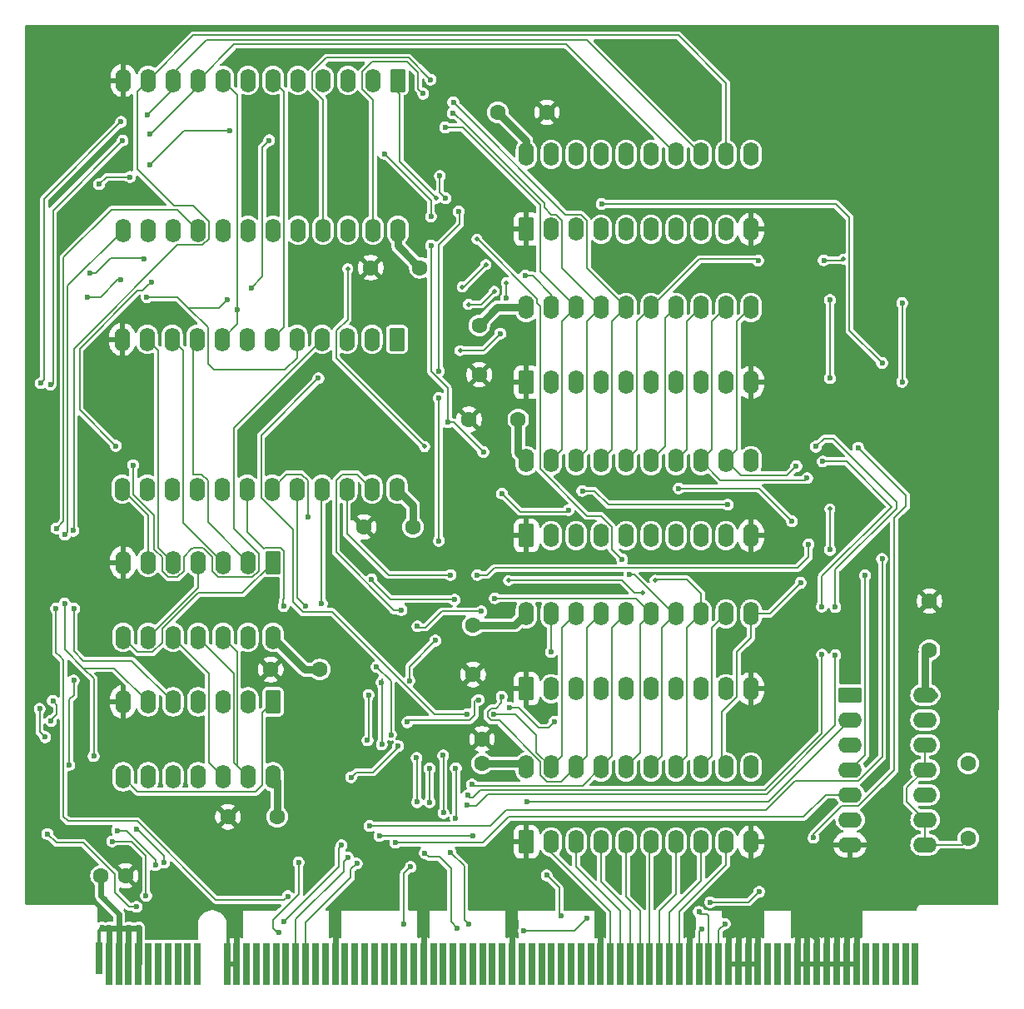
<source format=gbr>
%TF.GenerationSoftware,KiCad,Pcbnew,9.0.5*%
%TF.CreationDate,2025-11-19T18:07:15+02:00*%
%TF.ProjectId,alu_hub,616c755f-6875-4622-9e6b-696361645f70,rev?*%
%TF.SameCoordinates,Original*%
%TF.FileFunction,Copper,L2,Bot*%
%TF.FilePolarity,Positive*%
%FSLAX46Y46*%
G04 Gerber Fmt 4.6, Leading zero omitted, Abs format (unit mm)*
G04 Created by KiCad (PCBNEW 9.0.5) date 2025-11-19 18:07:15*
%MOMM*%
%LPD*%
G01*
G04 APERTURE LIST*
G04 Aperture macros list*
%AMRoundRect*
0 Rectangle with rounded corners*
0 $1 Rounding radius*
0 $2 $3 $4 $5 $6 $7 $8 $9 X,Y pos of 4 corners*
0 Add a 4 corners polygon primitive as box body*
4,1,4,$2,$3,$4,$5,$6,$7,$8,$9,$2,$3,0*
0 Add four circle primitives for the rounded corners*
1,1,$1+$1,$2,$3*
1,1,$1+$1,$4,$5*
1,1,$1+$1,$6,$7*
1,1,$1+$1,$8,$9*
0 Add four rect primitives between the rounded corners*
20,1,$1+$1,$2,$3,$4,$5,0*
20,1,$1+$1,$4,$5,$6,$7,0*
20,1,$1+$1,$6,$7,$8,$9,0*
20,1,$1+$1,$8,$9,$2,$3,0*%
G04 Aperture macros list end*
%TA.AperFunction,ComponentPad*%
%ADD10C,1.600000*%
%TD*%
%TA.AperFunction,ComponentPad*%
%ADD11RoundRect,0.250000X0.550000X-0.950000X0.550000X0.950000X-0.550000X0.950000X-0.550000X-0.950000X0*%
%TD*%
%TA.AperFunction,ComponentPad*%
%ADD12O,1.600000X2.400000*%
%TD*%
%TA.AperFunction,ComponentPad*%
%ADD13RoundRect,0.250000X-0.550000X0.950000X-0.550000X-0.950000X0.550000X-0.950000X0.550000X0.950000X0*%
%TD*%
%TA.AperFunction,ConnectorPad*%
%ADD14R,0.700000X3.200000*%
%TD*%
%TA.AperFunction,ConnectorPad*%
%ADD15R,0.700000X4.300000*%
%TD*%
%TA.AperFunction,ComponentPad*%
%ADD16RoundRect,0.250000X-0.950000X-0.550000X0.950000X-0.550000X0.950000X0.550000X-0.950000X0.550000X0*%
%TD*%
%TA.AperFunction,ComponentPad*%
%ADD17O,2.400000X1.600000*%
%TD*%
%TA.AperFunction,ViaPad*%
%ADD18C,0.600000*%
%TD*%
%TA.AperFunction,ViaPad*%
%ADD19C,0.800000*%
%TD*%
%TA.AperFunction,ViaPad*%
%ADD20C,0.500000*%
%TD*%
%TA.AperFunction,Conductor*%
%ADD21C,0.300000*%
%TD*%
%TA.AperFunction,Conductor*%
%ADD22C,0.800000*%
%TD*%
%TA.AperFunction,Conductor*%
%ADD23C,0.600000*%
%TD*%
%TA.AperFunction,Conductor*%
%ADD24C,0.200000*%
%TD*%
G04 APERTURE END LIST*
D10*
%TO.P,R1,1*%
%TO.N,VCC*%
X196400000Y-120130000D03*
%TO.P,R1,2*%
%TO.N,Net-(R1-Pad2)*%
X196400000Y-127750000D03*
%TD*%
D11*
%TO.P,U8,1,A->B*%
%TO.N,GND*%
X151445000Y-65795000D03*
D12*
%TO.P,U8,2,A0*%
%TO.N,/DATA0*%
X153985000Y-65795000D03*
%TO.P,U8,3,A1*%
%TO.N,/DATA1*%
X156525000Y-65795000D03*
%TO.P,U8,4,A2*%
%TO.N,/DATA2*%
X159065000Y-65795000D03*
%TO.P,U8,5,A3*%
%TO.N,/DATA3*%
X161605000Y-65795000D03*
%TO.P,U8,6,A4*%
%TO.N,/DATA4*%
X164145000Y-65795000D03*
%TO.P,U8,7,A5*%
%TO.N,/DATA5*%
X166685000Y-65795000D03*
%TO.P,U8,8,A6*%
%TO.N,/DATA6*%
X169225000Y-65795000D03*
%TO.P,U8,9,A7*%
%TO.N,/DATA7*%
X171765000Y-65795000D03*
%TO.P,U8,10,GND*%
%TO.N,GND*%
X174305000Y-65795000D03*
%TO.P,U8,11,B7*%
%TO.N,Net-(BC1-ALUSO)*%
X174305000Y-58175000D03*
%TO.P,U8,12,B6*%
%TO.N,Net-(U5-F2)*%
X171765000Y-58175000D03*
%TO.P,U8,13,B5*%
%TO.N,Net-(U5-F1)*%
X169225000Y-58175000D03*
%TO.P,U8,14,B4*%
%TO.N,Net-(U5-F0)*%
X166685000Y-58175000D03*
%TO.P,U8,15,B3*%
%TO.N,Net-(U4-F3)*%
X164145000Y-58175000D03*
%TO.P,U8,16,B2*%
%TO.N,Net-(U4-F2)*%
X161605000Y-58175000D03*
%TO.P,U8,17,B1*%
%TO.N,Net-(U4-F1)*%
X159065000Y-58175000D03*
%TO.P,U8,18,B0*%
%TO.N,Net-(U4-F0)*%
X156525000Y-58175000D03*
%TO.P,U8,19,CE*%
%TO.N,Net-(BC1-~{RALU})*%
X153985000Y-58175000D03*
%TO.P,U8,20,VCC*%
%TO.N,VCC*%
X151445000Y-58175000D03*
%TD*%
D10*
%TO.P,C8,1*%
%TO.N,GND*%
X121100000Y-125550000D03*
%TO.P,C8,2*%
%TO.N,VCC*%
X126100000Y-125550000D03*
%TD*%
%TO.P,C5,1*%
%TO.N,GND*%
X146940000Y-117630000D03*
%TO.P,C5,2*%
%TO.N,VCC*%
X146940000Y-120130000D03*
%TD*%
D13*
%TO.P,U9,1*%
%TO.N,Net-(U9-Pad1)*%
X125670000Y-113860000D03*
D12*
%TO.P,U9,2*%
%TO.N,Net-(U5-F0)*%
X123130000Y-113860000D03*
%TO.P,U9,3*%
%TO.N,Net-(U5-F1)*%
X120590000Y-113860000D03*
%TO.P,U9,4*%
%TO.N,Net-(U9-Pad4)*%
X118050000Y-113860000D03*
%TO.P,U9,5*%
%TO.N,Net-(U5-F2)*%
X115510000Y-113860000D03*
%TO.P,U9,6*%
%TO.N,Net-(BC1-ALUSO)*%
X112970000Y-113860000D03*
%TO.P,U9,7,GND*%
%TO.N,GND*%
X110430000Y-113860000D03*
%TO.P,U9,8*%
%TO.N,Net-(U9-Pad1)*%
X110430000Y-121480000D03*
%TO.P,U9,9*%
%TO.N,Net-(U9-Pad4)*%
X112970000Y-121480000D03*
%TO.P,U9,10*%
%TO.N,Net-(U9-Pad10)*%
X115510000Y-121480000D03*
%TO.P,U9,11*%
X118050000Y-121480000D03*
%TO.P,U9,12*%
%TO.N,Net-(U10-Pad10)*%
X120590000Y-121480000D03*
%TO.P,U9,13*%
%TO.N,Net-(U10-Pad11)*%
X123130000Y-121480000D03*
%TO.P,U9,14,VCC*%
%TO.N,VCC*%
X125670000Y-121480000D03*
%TD*%
D11*
%TO.P,U7,1,A->B*%
%TO.N,GND*%
X151445000Y-81371200D03*
D12*
%TO.P,U7,2,A0*%
%TO.N,/DATA0*%
X153985000Y-81371200D03*
%TO.P,U7,3,A1*%
%TO.N,/DATA1*%
X156525000Y-81371200D03*
%TO.P,U7,4,A2*%
%TO.N,/DATA2*%
X159065000Y-81371200D03*
%TO.P,U7,5,A3*%
%TO.N,/DATA3*%
X161605000Y-81371200D03*
%TO.P,U7,6,A4*%
%TO.N,/DATA4*%
X164145000Y-81371200D03*
%TO.P,U7,7,A5*%
%TO.N,/DATA5*%
X166685000Y-81371200D03*
%TO.P,U7,8,A6*%
%TO.N,/DATA6*%
X169225000Y-81371200D03*
%TO.P,U7,9,A7*%
%TO.N,/DATA7*%
X171765000Y-81371200D03*
%TO.P,U7,10,GND*%
%TO.N,GND*%
X174305000Y-81371200D03*
%TO.P,U7,11,B7*%
%TO.N,/LOW7*%
X174305000Y-73751200D03*
%TO.P,U7,12,B6*%
%TO.N,/LOW6*%
X171765000Y-73751200D03*
%TO.P,U7,13,B5*%
%TO.N,/LOW5*%
X169225000Y-73751200D03*
%TO.P,U7,14,B4*%
%TO.N,/LOW4*%
X166685000Y-73751200D03*
%TO.P,U7,15,B3*%
%TO.N,/LOW3*%
X164145000Y-73751200D03*
%TO.P,U7,16,B2*%
%TO.N,/LOW2*%
X161605000Y-73751200D03*
%TO.P,U7,17,B1*%
%TO.N,/LOW1*%
X159065000Y-73751200D03*
%TO.P,U7,18,B0*%
%TO.N,/LOW0*%
X156525000Y-73751200D03*
%TO.P,U7,19,CE*%
%TO.N,Net-(BC1-~{RARGL})*%
X153985000Y-73751200D03*
%TO.P,U7,20,VCC*%
%TO.N,VCC*%
X151445000Y-73751200D03*
%TD*%
D10*
%TO.P,C1,1*%
%TO.N,GND*%
X153550000Y-53900000D03*
%TO.P,C1,2*%
%TO.N,VCC*%
X148550000Y-53900000D03*
%TD*%
%TO.P,C11,1*%
%TO.N,GND*%
X110700000Y-131550000D03*
%TO.P,C11,2*%
%TO.N,VCC*%
X108200000Y-131550000D03*
%TD*%
%TO.P,C10,1*%
%TO.N,GND*%
X135630000Y-69700000D03*
%TO.P,C10,2*%
%TO.N,VCC*%
X140630000Y-69700000D03*
%TD*%
%TO.P,C3,1*%
%TO.N,GND*%
X145625000Y-85125000D03*
%TO.P,C3,2*%
%TO.N,VCC*%
X150625000Y-85125000D03*
%TD*%
D11*
%TO.P,U1,1,OE*%
%TO.N,GND*%
X151445000Y-128100000D03*
D12*
%TO.P,U1,2,D0*%
%TO.N,/DATA0*%
X153985000Y-128100000D03*
%TO.P,U1,3,D1*%
%TO.N,/DATA1*%
X156525000Y-128100000D03*
%TO.P,U1,4,D2*%
%TO.N,/DATA2*%
X159065000Y-128100000D03*
%TO.P,U1,5,D3*%
%TO.N,/DATA3*%
X161605000Y-128100000D03*
%TO.P,U1,6,D4*%
%TO.N,/DATA4*%
X164145000Y-128100000D03*
%TO.P,U1,7,D5*%
%TO.N,/DATA5*%
X166685000Y-128100000D03*
%TO.P,U1,8,D6*%
%TO.N,/DATA6*%
X169225000Y-128100000D03*
%TO.P,U1,9,D7*%
%TO.N,/DATA7*%
X171765000Y-128100000D03*
%TO.P,U1,10,GND*%
%TO.N,GND*%
X174305000Y-128100000D03*
%TO.P,U1,11,Cp*%
%TO.N,Net-(U1-Cp)*%
X174305000Y-120480000D03*
%TO.P,U1,12,Q7*%
%TO.N,/HIGH7*%
X171765000Y-120480000D03*
%TO.P,U1,13,Q6*%
%TO.N,/HIGH6*%
X169225000Y-120480000D03*
%TO.P,U1,14,Q5*%
%TO.N,/HIGH5*%
X166685000Y-120480000D03*
%TO.P,U1,15,Q4*%
%TO.N,/HIGH4*%
X164145000Y-120480000D03*
%TO.P,U1,16,Q3*%
%TO.N,/HIGH3*%
X161605000Y-120480000D03*
%TO.P,U1,17,Q2*%
%TO.N,/HIGH2*%
X159065000Y-120480000D03*
%TO.P,U1,18,Q1*%
%TO.N,/HIGH1*%
X156525000Y-120480000D03*
%TO.P,U1,19,Q0*%
%TO.N,/HIGH0*%
X153985000Y-120480000D03*
%TO.P,U1,20,VCC*%
%TO.N,VCC*%
X151445000Y-120480000D03*
%TD*%
D10*
%TO.P,C2,1*%
%TO.N,GND*%
X146650000Y-80575000D03*
%TO.P,C2,2*%
%TO.N,VCC*%
X146650000Y-75575000D03*
%TD*%
D13*
%TO.P,U4,1,B0*%
%TO.N,/LOW4*%
X138280000Y-76985000D03*
D12*
%TO.P,U4,2,A0*%
%TO.N,/HIGH0*%
X135740000Y-76985000D03*
%TO.P,U4,3,S3*%
%TO.N,Net-(BC1-ALUS3)*%
X133200000Y-76985000D03*
%TO.P,U4,4,S2*%
%TO.N,Net-(BC1-ALUS2)*%
X130660000Y-76985000D03*
%TO.P,U4,5,S1*%
%TO.N,Net-(BC1-ALUS1)*%
X128120000Y-76985000D03*
%TO.P,U4,6,S0*%
%TO.N,Net-(BC1-ALUS0)*%
X125580000Y-76985000D03*
%TO.P,U4,7,Cn*%
%TO.N,Net-(BC1-~{ALUCI})*%
X123040000Y-76985000D03*
%TO.P,U4,8,M*%
%TO.N,Net-(BC1-ALUM)*%
X120500000Y-76985000D03*
%TO.P,U4,9,F0*%
%TO.N,Net-(U4-F0)*%
X117960000Y-76985000D03*
%TO.P,U4,10,F1*%
%TO.N,Net-(U4-F1)*%
X115420000Y-76985000D03*
%TO.P,U4,11,F2*%
%TO.N,Net-(U4-F2)*%
X112880000Y-76985000D03*
%TO.P,U4,12,GND*%
%TO.N,GND*%
X110340000Y-76985000D03*
%TO.P,U4,13,F3*%
%TO.N,Net-(U4-F3)*%
X110340000Y-92225000D03*
%TO.P,U4,14,A=B*%
%TO.N,unconnected-(U4-A=B-Pad14)*%
X112880000Y-92225000D03*
%TO.P,U4,15,X*%
%TO.N,unconnected-(U4-X-Pad15)*%
X115420000Y-92225000D03*
%TO.P,U4,16,Cn+4*%
%TO.N,Net-(U4-Cn+4)*%
X117960000Y-92225000D03*
%TO.P,U4,17,Y*%
%TO.N,unconnected-(U4-Y-Pad17)*%
X120500000Y-92225000D03*
%TO.P,U4,18,B3*%
%TO.N,/LOW7*%
X123040000Y-92225000D03*
%TO.P,U4,19,A3*%
%TO.N,/HIGH3*%
X125580000Y-92225000D03*
%TO.P,U4,20,B2*%
%TO.N,/LOW6*%
X128120000Y-92225000D03*
%TO.P,U4,21,A2*%
%TO.N,/HIGH2*%
X130660000Y-92225000D03*
%TO.P,U4,22,B1*%
%TO.N,/LOW5*%
X133200000Y-92225000D03*
%TO.P,U4,23,A1*%
%TO.N,/HIGH1*%
X135740000Y-92225000D03*
%TO.P,U4,24,VCC*%
%TO.N,VCC*%
X138280000Y-92225000D03*
%TD*%
D13*
%TO.P,U5,1,B0*%
%TO.N,/HIGH4*%
X138380000Y-50655000D03*
D12*
%TO.P,U5,2,A0*%
%TO.N,/LOW0*%
X135840000Y-50655000D03*
%TO.P,U5,3,S3*%
%TO.N,Net-(BC1-ALUS3)*%
X133300000Y-50655000D03*
%TO.P,U5,4,S2*%
%TO.N,Net-(BC1-ALUS2)*%
X130760000Y-50655000D03*
%TO.P,U5,5,S1*%
%TO.N,Net-(BC1-ALUS1)*%
X128220000Y-50655000D03*
%TO.P,U5,6,S0*%
%TO.N,Net-(BC1-ALUS0)*%
X125680000Y-50655000D03*
%TO.P,U5,7,Cn*%
%TO.N,Net-(U4-Cn+4)*%
X123140000Y-50655000D03*
%TO.P,U5,8,M*%
%TO.N,Net-(BC1-ALUM)*%
X120600000Y-50655000D03*
%TO.P,U5,9,F0*%
%TO.N,Net-(U5-F0)*%
X118060000Y-50655000D03*
%TO.P,U5,10,F1*%
%TO.N,Net-(U5-F1)*%
X115520000Y-50655000D03*
%TO.P,U5,11,F2*%
%TO.N,Net-(U5-F2)*%
X112980000Y-50655000D03*
%TO.P,U5,12,GND*%
%TO.N,GND*%
X110440000Y-50655000D03*
%TO.P,U5,13,F3*%
%TO.N,Net-(BC1-ALUSO)*%
X110440000Y-65895000D03*
%TO.P,U5,14,A=B*%
%TO.N,unconnected-(U5-A=B-Pad14)*%
X112980000Y-65895000D03*
%TO.P,U5,15,X*%
%TO.N,unconnected-(U5-X-Pad15)*%
X115520000Y-65895000D03*
%TO.P,U5,16,Cn+4*%
%TO.N,Net-(BC1-~{ALUCO})*%
X118060000Y-65895000D03*
%TO.P,U5,17,Y*%
%TO.N,unconnected-(U5-Y-Pad17)*%
X120600000Y-65895000D03*
%TO.P,U5,18,B3*%
%TO.N,/HIGH7*%
X123140000Y-65895000D03*
%TO.P,U5,19,A3*%
%TO.N,/LOW3*%
X125680000Y-65895000D03*
%TO.P,U5,20,B2*%
%TO.N,/HIGH6*%
X128220000Y-65895000D03*
%TO.P,U5,21,A2*%
%TO.N,/LOW2*%
X130760000Y-65895000D03*
%TO.P,U5,22,B1*%
%TO.N,/HIGH5*%
X133300000Y-65895000D03*
%TO.P,U5,23,A1*%
%TO.N,/LOW1*%
X135840000Y-65895000D03*
%TO.P,U5,24,VCC*%
%TO.N,VCC*%
X138380000Y-65895000D03*
%TD*%
D14*
%TO.P,BC1,A1,VCC*%
%TO.N,VCC*%
X108000000Y-139950000D03*
D15*
%TO.P,BC1,A2,VCC*%
X109000000Y-140500000D03*
%TO.P,BC1,A3,VCC*%
X110000000Y-140500000D03*
%TO.P,BC1,A4,VCC*%
X111000000Y-140500000D03*
%TO.P,BC1,A5,VCC*%
X112000000Y-140500000D03*
%TO.P,BC1,A6*%
%TO.N,N/C*%
X113000000Y-140500000D03*
%TO.P,BC1,A7*%
X114000000Y-140500000D03*
%TO.P,BC1,A8*%
X115000000Y-140500000D03*
%TO.P,BC1,A9*%
X116000000Y-140500000D03*
%TO.P,BC1,A10*%
X117000000Y-140500000D03*
%TO.P,BC1,A11*%
X118000000Y-140500000D03*
%TO.P,BC1,A12,GND*%
%TO.N,GND*%
X121000000Y-140500000D03*
%TO.P,BC1,A13,GND*%
X122000000Y-140500000D03*
%TO.P,BC1,A14,~{LMEM}*%
%TO.N,unconnected-(BC1-~{LMEM}-PadA14)*%
X123000000Y-140500000D03*
%TO.P,BC1,A15,LSPH*%
%TO.N,unconnected-(BC1-LSPH-PadA15)*%
X124000000Y-140500000D03*
%TO.P,BC1,A16,LSPL*%
%TO.N,unconnected-(BC1-LSPL-PadA16)*%
X125000000Y-140500000D03*
%TO.P,BC1,A17,LPCH*%
%TO.N,unconnected-(BC1-LPCH-PadA17)*%
X126000000Y-140500000D03*
%TO.P,BC1,A18,LPCL*%
%TO.N,unconnected-(BC1-LPCL-PadA18)*%
X127000000Y-140500000D03*
%TO.P,BC1,A19,~{LARGH}*%
%TO.N,Net-(BC1-~{LARGH})*%
X128000000Y-140500000D03*
%TO.P,BC1,A20,~{LARGL}*%
%TO.N,Net-(BC1-~{LARGL})*%
X129000000Y-140500000D03*
%TO.P,BC1,A21,~{LAC}*%
%TO.N,unconnected-(BC1-~{LAC}-PadA21)*%
X130000000Y-140500000D03*
%TO.P,BC1,A22,~{LXH}*%
%TO.N,unconnected-(BC1-~{LXH}-PadA22)*%
X131000000Y-140500000D03*
%TO.P,BC1,A23,GND*%
%TO.N,GND*%
X132000000Y-140500000D03*
%TO.P,BC1,A24,~{LYL}*%
%TO.N,unconnected-(BC1-~{LYL}-PadA24)*%
X133000000Y-140500000D03*
%TO.P,BC1,A25,~{LYH}*%
%TO.N,unconnected-(BC1-~{LYH}-PadA25)*%
X134000000Y-140500000D03*
%TO.P,BC1,A26,~{LZL}*%
%TO.N,unconnected-(BC1-~{LZL}-PadA26)*%
X135000000Y-140500000D03*
%TO.P,BC1,A27,~{LZH}*%
%TO.N,unconnected-(BC1-~{LZH}-PadA27)*%
X136000000Y-140500000D03*
%TO.P,BC1,A28,~{LFR}*%
%TO.N,unconnected-(BC1-~{LFR}-PadA28)*%
X137000000Y-140500000D03*
%TO.P,BC1,A29,~{LINST}*%
%TO.N,unconnected-(BC1-~{LINST}-PadA29)*%
X138000000Y-140500000D03*
%TO.P,BC1,A30,LADRH*%
%TO.N,unconnected-(BC1-LADRH-PadA30)*%
X139000000Y-140500000D03*
%TO.P,BC1,A31,LADRL*%
%TO.N,unconnected-(BC1-LADRL-PadA31)*%
X140000000Y-140500000D03*
%TO.P,BC1,A32,GND*%
%TO.N,GND*%
X141000000Y-140500000D03*
%TO.P,BC1,A33,STATE0*%
%TO.N,unconnected-(BC1-STATE0-PadA33)*%
X142000000Y-140500000D03*
%TO.P,BC1,A34,STATE1*%
%TO.N,unconnected-(BC1-STATE1-PadA34)*%
X143000000Y-140500000D03*
%TO.P,BC1,A35,STATE2*%
%TO.N,unconnected-(BC1-STATE2-PadA35)*%
X144000000Y-140500000D03*
%TO.P,BC1,A36,STATE3*%
%TO.N,unconnected-(BC1-STATE3-PadA36)*%
X145000000Y-140500000D03*
%TO.P,BC1,A37,STATE4*%
%TO.N,unconnected-(BC1-STATE4-PadA37)*%
X146000000Y-140500000D03*
%TO.P,BC1,A38,STATE5*%
%TO.N,unconnected-(BC1-STATE5-PadA38)*%
X147000000Y-140500000D03*
%TO.P,BC1,A39,STATE6*%
%TO.N,unconnected-(BC1-STATE6-PadA39)*%
X148000000Y-140500000D03*
%TO.P,BC1,A40,STATE7*%
%TO.N,unconnected-(BC1-STATE7-PadA40)*%
X149000000Y-140500000D03*
%TO.P,BC1,A41,GND*%
%TO.N,GND*%
X150000000Y-140500000D03*
%TO.P,BC1,A42,STATE8*%
%TO.N,unconnected-(BC1-STATE8-PadA42)*%
X151000000Y-140500000D03*
%TO.P,BC1,A43,STATE9*%
%TO.N,unconnected-(BC1-STATE9-PadA43)*%
X152000000Y-140500000D03*
%TO.P,BC1,A44,STATE10*%
%TO.N,unconnected-(BC1-STATE10-PadA44)*%
X153000000Y-140500000D03*
%TO.P,BC1,A45,STATE11*%
%TO.N,unconnected-(BC1-STATE11-PadA45)*%
X154000000Y-140500000D03*
%TO.P,BC1,A46,STATE12*%
%TO.N,unconnected-(BC1-STATE12-PadA46)*%
X155000000Y-140500000D03*
%TO.P,BC1,A47,STATE13*%
%TO.N,unconnected-(BC1-STATE13-PadA47)*%
X156000000Y-140500000D03*
%TO.P,BC1,A48,STATE14*%
%TO.N,unconnected-(BC1-STATE14-PadA48)*%
X157000000Y-140500000D03*
%TO.P,BC1,A49,STATE15*%
%TO.N,unconnected-(BC1-STATE15-PadA49)*%
X158000000Y-140500000D03*
%TO.P,BC1,A50,GND*%
%TO.N,GND*%
X159000000Y-140500000D03*
%TO.P,BC1,A51,DATA0*%
%TO.N,/DATA0*%
X160000000Y-140500000D03*
%TO.P,BC1,A52,DATA1*%
%TO.N,/DATA1*%
X161000000Y-140500000D03*
%TO.P,BC1,A53,DATA2*%
%TO.N,/DATA2*%
X162000000Y-140500000D03*
%TO.P,BC1,A54,DATA3*%
%TO.N,/DATA3*%
X163000000Y-140500000D03*
%TO.P,BC1,A55,DATA4*%
%TO.N,/DATA4*%
X164000000Y-140500000D03*
%TO.P,BC1,A56,DATA5*%
%TO.N,/DATA5*%
X165000000Y-140500000D03*
%TO.P,BC1,A57,DATA6*%
%TO.N,/DATA6*%
X166000000Y-140500000D03*
%TO.P,BC1,A58,DATA7*%
%TO.N,/DATA7*%
X167000000Y-140500000D03*
%TO.P,BC1,A59,GND*%
%TO.N,GND*%
X168000000Y-140500000D03*
%TO.P,BC1,A60,ALUZO*%
%TO.N,Net-(BC1-ALUZO)*%
X169000000Y-140500000D03*
%TO.P,BC1,A61,~{ALUCO}*%
%TO.N,Net-(BC1-~{ALUCO})*%
X170000000Y-140500000D03*
%TO.P,BC1,A62,ALUSO*%
%TO.N,Net-(BC1-ALUSO)*%
X171000000Y-140500000D03*
%TO.P,BC1,A63,GND*%
%TO.N,GND*%
X172000000Y-140500000D03*
%TO.P,BC1,A64,GND*%
X173000000Y-140500000D03*
%TO.P,BC1,A65,GND*%
X174000000Y-140500000D03*
%TO.P,BC1,A66,GND*%
X175000000Y-140500000D03*
%TO.P,BC1,A67,INTREQ*%
%TO.N,unconnected-(BC1-INTREQ-PadA67)*%
X176000000Y-140500000D03*
%TO.P,BC1,A68,~{WAIT}*%
%TO.N,unconnected-(BC1-~{WAIT}-PadA68)*%
X177000000Y-140500000D03*
%TO.P,BC1,A69,RESET*%
%TO.N,unconnected-(BC1-RESET-PadA69)*%
X178000000Y-140500000D03*
%TO.P,BC1,A70,GND*%
%TO.N,GND*%
X179000000Y-140500000D03*
%TO.P,BC1,A71,GND*%
X180000000Y-140500000D03*
%TO.P,BC1,A72,GND*%
X181000000Y-140500000D03*
%TO.P,BC1,A73,GND*%
X182000000Y-140500000D03*
%TO.P,BC1,A74,GND*%
X183000000Y-140500000D03*
%TO.P,BC1,A75,GND*%
X184000000Y-140500000D03*
%TO.P,BC1,A76,GND*%
X185000000Y-140500000D03*
%TO.P,BC1,A77*%
%TO.N,N/C*%
X186000000Y-140500000D03*
%TO.P,BC1,A78*%
X187000000Y-140500000D03*
%TO.P,BC1,A79*%
X188000000Y-140500000D03*
%TO.P,BC1,A80*%
X189000000Y-140500000D03*
%TO.P,BC1,A81*%
X190000000Y-140500000D03*
%TO.P,BC1,A82*%
X191000000Y-140500000D03*
%TD*%
D10*
%TO.P,C7,1*%
%TO.N,GND*%
X134925000Y-96075000D03*
%TO.P,C7,2*%
%TO.N,VCC*%
X139925000Y-96075000D03*
%TD*%
D16*
%TO.P,U3,1*%
%TO.N,Net-(U1-Cp)*%
X184380000Y-113140000D03*
D17*
%TO.P,U3,2*%
%TO.N,Net-(BC1-~{LARGH})*%
X184380000Y-115680000D03*
%TO.P,U3,3*%
%TO.N,Net-(BC1-~{CLK})*%
X184380000Y-118220000D03*
%TO.P,U3,4*%
%TO.N,Net-(U6-Cp)*%
X184380000Y-120760000D03*
%TO.P,U3,5*%
%TO.N,Net-(BC1-~{LARGL})*%
X184380000Y-123300000D03*
%TO.P,U3,6*%
%TO.N,Net-(BC1-~{CLK})*%
X184380000Y-125840000D03*
%TO.P,U3,7,GND*%
%TO.N,GND*%
X184380000Y-128380000D03*
%TO.P,U3,8*%
%TO.N,Net-(R1-Pad2)*%
X192000000Y-128380000D03*
%TO.P,U3,9*%
X192000000Y-125840000D03*
%TO.P,U3,10*%
%TO.N,unconnected-(U3-Pad10)*%
X192000000Y-123300000D03*
%TO.P,U3,11*%
%TO.N,Net-(R1-Pad2)*%
X192000000Y-120760000D03*
%TO.P,U3,12*%
X192000000Y-118220000D03*
%TO.P,U3,13*%
%TO.N,unconnected-(U3-Pad13)*%
X192000000Y-115680000D03*
%TO.P,U3,14,VCC*%
%TO.N,VCC*%
X192000000Y-113140000D03*
%TD*%
D10*
%TO.P,C9,1*%
%TO.N,GND*%
X125450000Y-110575000D03*
%TO.P,C9,2*%
%TO.N,VCC*%
X130450000Y-110575000D03*
%TD*%
D13*
%TO.P,U10,1*%
%TO.N,Net-(U10-Pad1)*%
X125670000Y-99680000D03*
D12*
%TO.P,U10,2*%
%TO.N,Net-(U4-F0)*%
X123130000Y-99680000D03*
%TO.P,U10,3*%
%TO.N,Net-(U4-F1)*%
X120590000Y-99680000D03*
%TO.P,U10,4*%
%TO.N,Net-(U10-Pad4)*%
X118050000Y-99680000D03*
%TO.P,U10,5*%
%TO.N,Net-(U4-F2)*%
X115510000Y-99680000D03*
%TO.P,U10,6*%
%TO.N,Net-(U4-F3)*%
X112970000Y-99680000D03*
%TO.P,U10,7,GND*%
%TO.N,GND*%
X110430000Y-99680000D03*
%TO.P,U10,8*%
%TO.N,Net-(U10-Pad1)*%
X110430000Y-107300000D03*
%TO.P,U10,9*%
%TO.N,Net-(U10-Pad4)*%
X112970000Y-107300000D03*
%TO.P,U10,10*%
%TO.N,Net-(U10-Pad10)*%
X115510000Y-107300000D03*
%TO.P,U10,11*%
%TO.N,Net-(U10-Pad11)*%
X118050000Y-107300000D03*
%TO.P,U10,12*%
X120590000Y-107300000D03*
%TO.P,U10,13*%
%TO.N,Net-(BC1-ALUZO)*%
X123130000Y-107300000D03*
%TO.P,U10,14,VCC*%
%TO.N,VCC*%
X125670000Y-107300000D03*
%TD*%
D10*
%TO.P,C4,1*%
%TO.N,GND*%
X146025000Y-111075000D03*
%TO.P,C4,2*%
%TO.N,VCC*%
X146025000Y-106075000D03*
%TD*%
%TO.P,C6,1*%
%TO.N,GND*%
X192450000Y-103600000D03*
%TO.P,C6,2*%
%TO.N,VCC*%
X192450000Y-108600000D03*
%TD*%
D11*
%TO.P,U2,1,A->B*%
%TO.N,GND*%
X151445000Y-112523700D03*
D12*
%TO.P,U2,2,A0*%
%TO.N,/DATA0*%
X153985000Y-112523700D03*
%TO.P,U2,3,A1*%
%TO.N,/DATA1*%
X156525000Y-112523700D03*
%TO.P,U2,4,A2*%
%TO.N,/DATA2*%
X159065000Y-112523700D03*
%TO.P,U2,5,A3*%
%TO.N,/DATA3*%
X161605000Y-112523700D03*
%TO.P,U2,6,A4*%
%TO.N,/DATA4*%
X164145000Y-112523700D03*
%TO.P,U2,7,A5*%
%TO.N,/DATA5*%
X166685000Y-112523700D03*
%TO.P,U2,8,A6*%
%TO.N,/DATA6*%
X169225000Y-112523700D03*
%TO.P,U2,9,A7*%
%TO.N,/DATA7*%
X171765000Y-112523700D03*
%TO.P,U2,10,GND*%
%TO.N,GND*%
X174305000Y-112523700D03*
%TO.P,U2,11,B7*%
%TO.N,/HIGH7*%
X174305000Y-104903700D03*
%TO.P,U2,12,B6*%
%TO.N,/HIGH6*%
X171765000Y-104903700D03*
%TO.P,U2,13,B5*%
%TO.N,/HIGH5*%
X169225000Y-104903700D03*
%TO.P,U2,14,B4*%
%TO.N,/HIGH4*%
X166685000Y-104903700D03*
%TO.P,U2,15,B3*%
%TO.N,/HIGH3*%
X164145000Y-104903700D03*
%TO.P,U2,16,B2*%
%TO.N,/HIGH2*%
X161605000Y-104903700D03*
%TO.P,U2,17,B1*%
%TO.N,/HIGH1*%
X159065000Y-104903700D03*
%TO.P,U2,18,B0*%
%TO.N,/HIGH0*%
X156525000Y-104903700D03*
%TO.P,U2,19,CE*%
%TO.N,Net-(BC1-~{RARGH})*%
X153985000Y-104903700D03*
%TO.P,U2,20,VCC*%
%TO.N,VCC*%
X151445000Y-104903700D03*
%TD*%
D11*
%TO.P,U6,1,OE*%
%TO.N,GND*%
X151445000Y-96947500D03*
D12*
%TO.P,U6,2,D0*%
%TO.N,/DATA0*%
X153985000Y-96947500D03*
%TO.P,U6,3,D1*%
%TO.N,/DATA1*%
X156525000Y-96947500D03*
%TO.P,U6,4,D2*%
%TO.N,/DATA2*%
X159065000Y-96947500D03*
%TO.P,U6,5,D3*%
%TO.N,/DATA3*%
X161605000Y-96947500D03*
%TO.P,U6,6,D4*%
%TO.N,/DATA4*%
X164145000Y-96947500D03*
%TO.P,U6,7,D5*%
%TO.N,/DATA5*%
X166685000Y-96947500D03*
%TO.P,U6,8,D6*%
%TO.N,/DATA6*%
X169225000Y-96947500D03*
%TO.P,U6,9,D7*%
%TO.N,/DATA7*%
X171765000Y-96947500D03*
%TO.P,U6,10,GND*%
%TO.N,GND*%
X174305000Y-96947500D03*
%TO.P,U6,11,Cp*%
%TO.N,Net-(U6-Cp)*%
X174305000Y-89327500D03*
%TO.P,U6,12,Q7*%
%TO.N,/LOW7*%
X171765000Y-89327500D03*
%TO.P,U6,13,Q6*%
%TO.N,/LOW6*%
X169225000Y-89327500D03*
%TO.P,U6,14,Q5*%
%TO.N,/LOW5*%
X166685000Y-89327500D03*
%TO.P,U6,15,Q4*%
%TO.N,/LOW4*%
X164145000Y-89327500D03*
%TO.P,U6,16,Q3*%
%TO.N,/LOW3*%
X161605000Y-89327500D03*
%TO.P,U6,17,Q2*%
%TO.N,/LOW2*%
X159065000Y-89327500D03*
%TO.P,U6,18,Q1*%
%TO.N,/LOW1*%
X156525000Y-89327500D03*
%TO.P,U6,19,Q0*%
%TO.N,/LOW0*%
X153985000Y-89327500D03*
%TO.P,U6,20,VCC*%
%TO.N,VCC*%
X151445000Y-89327500D03*
%TD*%
D18*
%TO.N,VCC*%
X108550000Y-133950000D03*
X111050000Y-136800000D03*
X109050000Y-136800000D03*
X110050000Y-136800000D03*
X108300000Y-136800000D03*
X112050000Y-136800000D03*
X109999000Y-135400500D03*
D19*
%TO.N,GND*%
X132000000Y-136850000D03*
X150000000Y-136875000D03*
D18*
X180550000Y-137300000D03*
D19*
X168000000Y-136800000D03*
D18*
X172400000Y-137350000D03*
X121700000Y-136550000D03*
X173350000Y-137375000D03*
X175150000Y-137350000D03*
D19*
X141000000Y-136850000D03*
X184425000Y-135875000D03*
X159000000Y-136975000D03*
D18*
X174375000Y-137375000D03*
D19*
X173950000Y-135825000D03*
D18*
X179500000Y-137300000D03*
%TO.N,Net-(BC1-~{ALUCO})*%
X169000000Y-135200000D03*
X127200000Y-133625000D03*
X103650000Y-96225000D03*
X103625000Y-104375000D03*
%TO.N,Net-(BC1-~{LARGL})*%
X138125000Y-128175000D03*
X134200000Y-130300000D03*
%TO.N,Net-(BC1-ALUS0)*%
X154950000Y-135575000D03*
X144275000Y-125675000D03*
X144275000Y-120600000D03*
X153525000Y-131500000D03*
%TO.N,Net-(BC1-~{ALUCI})*%
X143025000Y-125150000D03*
X145550000Y-136450000D03*
X143730000Y-129142000D03*
X142983500Y-119300000D03*
%TO.N,Net-(BC1-ALUS3)*%
X148975000Y-92675000D03*
X185200000Y-88000000D03*
X141749400Y-67450000D03*
X147075000Y-88450000D03*
X141749400Y-64500000D03*
X157150000Y-92400000D03*
X175125000Y-133175000D03*
X137000000Y-58100000D03*
X155750000Y-94350000D03*
X171925000Y-93800000D03*
X180650000Y-127675000D03*
X170150000Y-134225000D03*
X143475000Y-85425000D03*
%TO.N,Net-(BC1-~{RARGL})*%
X126775000Y-136225000D03*
X159100000Y-63225000D03*
X151350000Y-70500000D03*
X187625000Y-79400000D03*
X187625000Y-99325000D03*
X135500000Y-126475000D03*
X132650000Y-128450000D03*
%TO.N,Net-(BC1-~{LARGH})*%
X146000000Y-127500000D03*
X136500000Y-127475000D03*
X151550000Y-123987500D03*
X133275000Y-129675000D03*
%TO.N,Net-(BC1-~{RARGH})*%
X128300000Y-130200000D03*
X154300000Y-115875000D03*
X153975000Y-108800000D03*
X138425000Y-118350000D03*
X139350000Y-115925000D03*
X149725000Y-114425000D03*
X126275000Y-137275000D03*
X133625000Y-121525000D03*
X146600000Y-113650000D03*
%TO.N,Net-(BC1-ALUM)*%
X141125000Y-129225000D03*
X141600000Y-124075000D03*
X141600000Y-120625000D03*
X122039000Y-74000000D03*
X144425000Y-136850000D03*
%TO.N,Net-(BC1-~{RALU})*%
X142550000Y-97475000D03*
X144575028Y-63974972D03*
X142200000Y-107625000D03*
X142650000Y-60375000D03*
X139550000Y-111700000D03*
X140350000Y-124050000D03*
X142550000Y-80200000D03*
X139675000Y-130650000D03*
X142550000Y-82950000D03*
X140275000Y-119550000D03*
X139000000Y-136475000D03*
X143225028Y-62624972D03*
%TO.N,Net-(BC1-ALUS2)*%
X109700000Y-87825000D03*
X102750000Y-127300000D03*
X151200000Y-137100000D03*
X112600000Y-68800000D03*
X121300000Y-55750000D03*
X113150000Y-59225000D03*
X108000000Y-61200000D03*
X111150000Y-60475000D03*
X157625000Y-135875000D03*
X111800000Y-134700000D03*
X111475000Y-89775000D03*
X107050000Y-70225000D03*
X113350000Y-71200000D03*
%TO.N,Net-(BC1-ALUS1)*%
X125300000Y-56750000D03*
X123450000Y-71750000D03*
X109325000Y-128050000D03*
X106825000Y-72675000D03*
X112775000Y-133575000D03*
X110200000Y-70950000D03*
X112850000Y-72700000D03*
X121000000Y-73000000D03*
%TO.N,Net-(BC1-ALUZO)*%
X104975000Y-120275000D03*
X169300000Y-136925000D03*
X113725000Y-130475000D03*
X109850000Y-126950000D03*
X105425000Y-111675000D03*
%TO.N,Net-(BC1-ALUSO)*%
X171625000Y-136425000D03*
X114600000Y-130225000D03*
X104500000Y-103850000D03*
X111813235Y-126786765D03*
X107450000Y-119380000D03*
X104525000Y-96850000D03*
%TO.N,/HIGH4*%
X161200000Y-99375000D03*
X161950000Y-100925000D03*
D20*
X146412000Y-66787500D03*
X142300400Y-62649600D03*
D18*
%TO.N,/HIGH3*%
X135700000Y-101400000D03*
X148250000Y-103325000D03*
X144150000Y-103475000D03*
X129221000Y-95021000D03*
D20*
%TO.N,/HIGH5*%
X133275000Y-69800000D03*
X164550000Y-101475000D03*
X141100000Y-87900000D03*
X163275000Y-102725000D03*
X149650000Y-101500000D03*
D18*
%TO.N,/HIGH0*%
X148100000Y-115150000D03*
X130300000Y-80950000D03*
X145425000Y-115100000D03*
D20*
%TO.N,/HIGH7*%
X145550000Y-73425000D03*
D18*
X182325000Y-80950000D03*
X182325000Y-73000000D03*
X179350000Y-101750000D03*
D20*
X182325000Y-94225000D03*
X148200000Y-72100000D03*
D18*
X182325000Y-98400000D03*
%TO.N,/HIGH2*%
X136225000Y-110300000D03*
X130637500Y-103862500D03*
X145925000Y-122250000D03*
X137675000Y-117200000D03*
%TO.N,/HIGH6*%
X189675000Y-73300000D03*
X189675000Y-81300000D03*
%TO.N,/HIGH1*%
X146875000Y-104650000D03*
X148950000Y-113325000D03*
X138725000Y-104525000D03*
X140375000Y-106175000D03*
%TO.N,Net-(U6-Cp)*%
X185900000Y-100975000D03*
%TO.N,/LOW5*%
X143750000Y-100950000D03*
X166950000Y-92150000D03*
X178450000Y-95475000D03*
X180150000Y-97825000D03*
X146475000Y-100950000D03*
%TO.N,/LOW7*%
X135400000Y-113150000D03*
X182875000Y-104225000D03*
X180900000Y-87900000D03*
X182875000Y-109100000D03*
X145425000Y-124350000D03*
X135300000Y-117775000D03*
X126775000Y-104125000D03*
X178900000Y-89900000D03*
%TO.N,/LOW6*%
X180000000Y-91100000D03*
X145475000Y-123350000D03*
X136750000Y-118200000D03*
X181525000Y-109050000D03*
X181500000Y-104175000D03*
X136725000Y-111875000D03*
X181600000Y-89400000D03*
X129000000Y-104125000D03*
D20*
%TO.N,/LOW4*%
X144700000Y-78125000D03*
D18*
X149400000Y-72800000D03*
X148812500Y-76412500D03*
D20*
X149400000Y-71225000D03*
D18*
%TO.N,Net-(U5-F1)*%
X101950000Y-114550000D03*
X102075000Y-81450000D03*
X102525000Y-117450000D03*
X112925000Y-54175000D03*
X110225000Y-54875000D03*
%TO.N,Net-(U5-F2)*%
X105376000Y-96450000D03*
X105450000Y-104375000D03*
%TO.N,/LOW1*%
X140950000Y-52000000D03*
X143950000Y-54000000D03*
D20*
%TO.N,/LOW3*%
X147325000Y-69400000D03*
D18*
X181700000Y-68950000D03*
X175025000Y-68975000D03*
D20*
X183725000Y-68850000D03*
X144950000Y-71650000D03*
D18*
%TO.N,/LOW0*%
X143200000Y-55425000D03*
%TO.N,Net-(U5-F0)*%
X103100000Y-115800000D03*
X103300000Y-113750000D03*
X113125000Y-56075000D03*
X103050000Y-81600000D03*
X110400000Y-56775000D03*
%TO.N,/LOW2*%
X141722550Y-50577450D03*
X144022550Y-52877450D03*
%TD*%
D21*
%TO.N,VCC*%
X108000000Y-137100000D02*
X108000000Y-139950000D01*
X108000000Y-139950000D02*
X108000000Y-139975000D01*
D22*
X138380000Y-67450000D02*
X140630000Y-69700000D01*
D23*
X108999000Y-136900500D02*
X108249000Y-136900500D01*
X108999000Y-136900500D02*
X109000000Y-136901500D01*
D22*
X126100000Y-125550000D02*
X126100000Y-121910000D01*
X128945000Y-110575000D02*
X125670000Y-107300000D01*
X139925000Y-96075000D02*
X139925000Y-93870000D01*
D23*
X111000000Y-140525000D02*
X111000000Y-140500000D01*
D22*
X192000000Y-113140000D02*
X192890000Y-113140000D01*
X146025000Y-106075000D02*
X150273700Y-106075000D01*
X192000000Y-109050000D02*
X192450000Y-108600000D01*
X126100000Y-121910000D02*
X125670000Y-121480000D01*
X150625000Y-85125000D02*
X150625000Y-88507500D01*
D23*
X109000000Y-140525000D02*
X109000000Y-140500000D01*
X111999000Y-136900500D02*
X108999000Y-136900500D01*
X109999000Y-136900500D02*
X109999000Y-135400500D01*
D22*
X150273700Y-106075000D02*
X151445000Y-104903700D01*
X148473800Y-73751200D02*
X146650000Y-75575000D01*
X151095000Y-120130000D02*
X151445000Y-120480000D01*
X138380000Y-65895000D02*
X138380000Y-67450000D01*
X151445000Y-73751200D02*
X148473800Y-73751200D01*
D23*
X111000000Y-136850000D02*
X111000000Y-140500000D01*
X112050000Y-136800000D02*
X112050000Y-140450000D01*
D22*
X139925000Y-93870000D02*
X138280000Y-92225000D01*
X151445000Y-58175000D02*
X151445000Y-56795000D01*
D23*
X112000000Y-140500000D02*
X112000000Y-140525000D01*
D24*
X111050000Y-136800000D02*
X111000000Y-136850000D01*
D22*
X146940000Y-120130000D02*
X151095000Y-120130000D01*
X150625000Y-88507500D02*
X151445000Y-89327500D01*
X151445000Y-56795000D02*
X148550000Y-53900000D01*
D21*
X108300000Y-136800000D02*
X108000000Y-137100000D01*
D23*
X108200000Y-133601500D02*
X108200000Y-131550000D01*
X110000000Y-140525000D02*
X110000000Y-140500000D01*
X109000000Y-136901500D02*
X109000000Y-140500000D01*
X109999000Y-135400500D02*
X108200000Y-133601500D01*
X110050000Y-136800000D02*
X110050000Y-140450000D01*
X112050000Y-140450000D02*
X112000000Y-140500000D01*
D22*
X130450000Y-110575000D02*
X128945000Y-110575000D01*
D23*
X110050000Y-140450000D02*
X110000000Y-140500000D01*
D22*
X192000000Y-113140000D02*
X192000000Y-109050000D01*
D23*
%TO.N,GND*%
X181000000Y-140500000D02*
X181000000Y-138000000D01*
X180550000Y-137300000D02*
X181750000Y-137300000D01*
X184700000Y-137300000D02*
X185000000Y-137600000D01*
X121750000Y-137200000D02*
X121750000Y-136600000D01*
D24*
X179350000Y-137300000D02*
X179450000Y-137300000D01*
D23*
X122000000Y-137450000D02*
X121750000Y-137200000D01*
X172000000Y-137750000D02*
X172400000Y-137350000D01*
X179000000Y-140500000D02*
X179000000Y-137650000D01*
X168000000Y-140500000D02*
X168000000Y-136800000D01*
X182600000Y-137300000D02*
X181200000Y-135900000D01*
X179000000Y-137650000D02*
X179350000Y-137300000D01*
X179500000Y-137300000D02*
X180300000Y-137300000D01*
X175150000Y-137350000D02*
X175150000Y-137550000D01*
X132000000Y-140500000D02*
X132000000Y-136850000D01*
X185000000Y-137600000D02*
X185000000Y-140500000D01*
X180000000Y-137850000D02*
X179450000Y-137300000D01*
X183650000Y-137300000D02*
X184700000Y-137300000D01*
X182600000Y-137300000D02*
X183650000Y-137300000D01*
X159000000Y-140500000D02*
X159000000Y-136975000D01*
X181750000Y-137300000D02*
X182600000Y-137300000D01*
X175000000Y-137700000D02*
X175000000Y-140500000D01*
X180000000Y-140500000D02*
X180000000Y-137850000D01*
D24*
X121051000Y-137899000D02*
X121051000Y-140500000D01*
D23*
X173000000Y-140500000D02*
X173000000Y-137725000D01*
X183000000Y-137700000D02*
X182600000Y-137300000D01*
X174000000Y-137750000D02*
X174375000Y-137375000D01*
X122000000Y-140500000D02*
X122000000Y-137450000D01*
X173000000Y-137725000D02*
X173350000Y-137375000D01*
X174000000Y-140500000D02*
X174000000Y-137750000D01*
D24*
X121750000Y-137200000D02*
X121051000Y-137899000D01*
D23*
X184000000Y-140500000D02*
X184000000Y-137650000D01*
X175150000Y-137550000D02*
X175000000Y-137700000D01*
X175150000Y-137350000D02*
X172400000Y-137350000D01*
X184000000Y-137650000D02*
X183650000Y-137300000D01*
X181000000Y-138000000D02*
X180300000Y-137300000D01*
X180300000Y-137300000D02*
X180550000Y-137300000D01*
X150000000Y-140500000D02*
X150000000Y-136875000D01*
X183000000Y-140500000D02*
X183000000Y-137700000D01*
X172000000Y-140500000D02*
X172000000Y-137750000D01*
X182000000Y-140500000D02*
X182000000Y-137550000D01*
X141000000Y-140500000D02*
X141000000Y-136850000D01*
X182000000Y-137550000D02*
X181750000Y-137300000D01*
X179450000Y-137300000D02*
X179500000Y-137300000D01*
D24*
%TO.N,Net-(BC1-~{ALUCO})*%
X115990000Y-63825000D02*
X118060000Y-65895000D01*
X169150000Y-135450000D02*
X169000000Y-135300000D01*
X104375000Y-125500000D02*
X104375000Y-109600000D01*
X104375000Y-95500000D02*
X104375000Y-68675000D01*
X104000000Y-109225000D02*
X103625000Y-108850000D01*
X119875000Y-134000000D02*
X111875000Y-126000000D01*
X170000000Y-135650000D02*
X170000000Y-140500000D01*
X104375000Y-109600000D02*
X104000000Y-109225000D01*
X127200000Y-133625000D02*
X126825000Y-134000000D01*
X103650000Y-96225000D02*
X104375000Y-95500000D01*
X104875000Y-126000000D02*
X104375000Y-125500000D01*
X169800000Y-135450000D02*
X170000000Y-135650000D01*
X104375000Y-68675000D02*
X109225000Y-63825000D01*
X126825000Y-134000000D02*
X119875000Y-134000000D01*
X169150000Y-135450000D02*
X169800000Y-135450000D01*
X103625000Y-108850000D02*
X103625000Y-104375000D01*
X109225000Y-63825000D02*
X115990000Y-63825000D01*
X169000000Y-135300000D02*
X169000000Y-135200000D01*
X111875000Y-126000000D02*
X104875000Y-126000000D01*
%TO.N,Net-(BC1-~{LARGL})*%
X179650000Y-125525000D02*
X181875000Y-123300000D01*
X138125000Y-128175000D02*
X147000000Y-128175000D01*
X133600000Y-130900000D02*
X133600000Y-131725000D01*
X181875000Y-123300000D02*
X184380000Y-123300000D01*
X134200000Y-130300000D02*
X133600000Y-130900000D01*
X129000000Y-136325000D02*
X129000000Y-140500000D01*
X133600000Y-131725000D02*
X129000000Y-136325000D01*
X147000000Y-128175000D02*
X149650000Y-125525000D01*
X149650000Y-125525000D02*
X179650000Y-125525000D01*
%TO.N,/DATA1*%
X161000000Y-140500000D02*
X161000000Y-135100000D01*
X161000000Y-135100000D02*
X156525000Y-130625000D01*
X156525000Y-130625000D02*
X156525000Y-128100000D01*
%TO.N,/DATA4*%
X164000000Y-128245000D02*
X164145000Y-128100000D01*
X164000000Y-140500000D02*
X164000000Y-128245000D01*
%TO.N,Net-(BC1-ALUS0)*%
X154950000Y-135575000D02*
X154800000Y-135425000D01*
X144275000Y-120600000D02*
X144300000Y-120625000D01*
X144300000Y-125650000D02*
X144275000Y-125675000D01*
X125580000Y-76985000D02*
X126781000Y-75784000D01*
X126781000Y-51756000D02*
X125680000Y-50655000D01*
X154800000Y-135425000D02*
X154800000Y-132775000D01*
X144300000Y-120625000D02*
X144300000Y-125650000D01*
X126781000Y-75784000D02*
X126781000Y-51756000D01*
X154800000Y-132775000D02*
X153525000Y-131500000D01*
%TO.N,Net-(BC1-~{ALUCI})*%
X143725000Y-129150000D02*
X143730000Y-129145000D01*
X143025000Y-119341500D02*
X142983500Y-119300000D01*
X145125000Y-130550000D02*
X143725000Y-129150000D01*
X143025000Y-125150000D02*
X143025000Y-119341500D01*
X145550000Y-136450000D02*
X145125000Y-136025000D01*
X145125000Y-136025000D02*
X145125000Y-130550000D01*
X143730000Y-129145000D02*
X143730000Y-129142000D01*
%TO.N,/DATA5*%
X165000000Y-135125000D02*
X166685000Y-133440000D01*
X165000000Y-140500000D02*
X165000000Y-135125000D01*
X166685000Y-133440000D02*
X166685000Y-128100000D01*
%TO.N,Net-(BC1-ALUS3)*%
X183861951Y-124401000D02*
X185236049Y-124401000D01*
X158400000Y-92400000D02*
X159800000Y-93800000D01*
X155750000Y-94350000D02*
X155575000Y-94525000D01*
X144050000Y-85425000D02*
X143475000Y-85425000D01*
X174075000Y-134225000D02*
X175125000Y-133175000D01*
X190046050Y-93953950D02*
X190046050Y-92846050D01*
X188869000Y-120768049D02*
X188869000Y-95131000D01*
X147075000Y-88450000D02*
X144050000Y-85425000D01*
X157150000Y-92400000D02*
X158400000Y-92400000D01*
X141749400Y-64500000D02*
X141749400Y-62849400D01*
X188869000Y-95131000D02*
X190046050Y-93953950D01*
X159800000Y-93800000D02*
X171925000Y-93800000D01*
X190046050Y-92846050D02*
X185200000Y-88000000D01*
X143475000Y-85425000D02*
X143475000Y-81974943D01*
X150825000Y-94525000D02*
X148975000Y-92675000D01*
X180650000Y-127274951D02*
X183523951Y-124401000D01*
X143475000Y-81974943D02*
X141749400Y-80249343D01*
X141749400Y-80249343D02*
X141749400Y-67450000D01*
X174037951Y-134225000D02*
X174075000Y-134225000D01*
X170150000Y-134225000D02*
X174037951Y-134225000D01*
X155575000Y-94525000D02*
X150825000Y-94525000D01*
X180650000Y-127675000D02*
X180650000Y-127274951D01*
X141749400Y-62849400D02*
X137000000Y-58100000D01*
X183523951Y-124401000D02*
X183875000Y-124401000D01*
X185236049Y-124401000D02*
X188869000Y-120768049D01*
%TO.N,Net-(BC1-~{RARGL})*%
X132650000Y-128450000D02*
X132350000Y-128750000D01*
X151350000Y-70500000D02*
X152075000Y-70500000D01*
X159100000Y-63225000D02*
X182925000Y-63225000D01*
X147747943Y-126475000D02*
X149371943Y-124851000D01*
X132350000Y-130650000D02*
X126775000Y-136225000D01*
X149371943Y-124851000D02*
X175776100Y-124851000D01*
X184300000Y-64600000D02*
X184300000Y-76075000D01*
X178766100Y-121861000D02*
X185236049Y-121861000D01*
X182925000Y-63225000D02*
X184300000Y-64600000D01*
X153985000Y-72410000D02*
X153985000Y-73751200D01*
X152075000Y-70500000D02*
X153985000Y-72410000D01*
X135500000Y-126475000D02*
X147747943Y-126475000D01*
X185236049Y-121861000D02*
X187625000Y-119472049D01*
X184300000Y-76075000D02*
X187625000Y-79400000D01*
X132350000Y-128750000D02*
X132350000Y-130650000D01*
X187625000Y-119472049D02*
X187625000Y-99325000D01*
X175776100Y-124851000D02*
X178766100Y-121861000D01*
%TO.N,Net-(BC1-~{LARGH})*%
X128000000Y-135975000D02*
X128000000Y-140500000D01*
X132875000Y-130075000D02*
X132875000Y-131100000D01*
X176072500Y-123987500D02*
X184380000Y-115680000D01*
X151550000Y-123987500D02*
X176072500Y-123987500D01*
X133275000Y-129675000D02*
X132875000Y-130075000D01*
X146000000Y-127475000D02*
X146000000Y-127500000D01*
X132875000Y-131100000D02*
X128000000Y-135975000D01*
X136500000Y-127475000D02*
X146000000Y-127475000D01*
%TO.N,Net-(BC1-~{RARGH})*%
X153975000Y-107425000D02*
X153985000Y-107415000D01*
X145673943Y-115701000D02*
X139574000Y-115701000D01*
X138425000Y-118475000D02*
X135875000Y-121025000D01*
X153675000Y-116500000D02*
X154300000Y-115875000D01*
X134125000Y-121025000D02*
X133625000Y-121525000D01*
X146350000Y-113650000D02*
X146200000Y-113800000D01*
X146600000Y-113650000D02*
X146350000Y-113650000D01*
X126100000Y-137275000D02*
X126275000Y-137275000D01*
X135875000Y-121025000D02*
X134125000Y-121025000D01*
X125675000Y-135999943D02*
X125675000Y-136850000D01*
X146200000Y-115174943D02*
X145673943Y-115701000D01*
X152725000Y-116500000D02*
X153675000Y-116500000D01*
X150700000Y-114475000D02*
X152725000Y-116500000D01*
X125675000Y-136850000D02*
X126100000Y-137275000D01*
X146200000Y-113800000D02*
X146200000Y-115174943D01*
X128300000Y-130200000D02*
X128300000Y-133374943D01*
X139574000Y-115701000D02*
X139350000Y-115925000D01*
X153985000Y-107415000D02*
X153985000Y-104903700D01*
X149775000Y-114475000D02*
X150700000Y-114475000D01*
X128300000Y-133374943D02*
X125675000Y-135999943D01*
X138425000Y-118350000D02*
X138425000Y-118475000D01*
X149725000Y-114425000D02*
X149775000Y-114475000D01*
X153975000Y-108800000D02*
X153975000Y-107425000D01*
%TO.N,Net-(BC1-ALUM)*%
X122039000Y-75446000D02*
X122039000Y-74000000D01*
X120500000Y-76985000D02*
X122039000Y-75446000D01*
X142600000Y-129600000D02*
X141500000Y-129600000D01*
X141600000Y-120625000D02*
X141600000Y-124075000D01*
X141500000Y-129600000D02*
X141125000Y-129225000D01*
X143800000Y-130800000D02*
X142600000Y-129600000D01*
X122039000Y-52094000D02*
X120600000Y-50655000D01*
X143800000Y-136225000D02*
X143800000Y-130800000D01*
X122039000Y-74000000D02*
X122039000Y-52094000D01*
X144425000Y-136850000D02*
X143800000Y-136225000D01*
%TO.N,/DATA2*%
X162000000Y-140500000D02*
X162000000Y-135075000D01*
X159065000Y-132140000D02*
X159065000Y-128100000D01*
X162000000Y-135075000D02*
X159065000Y-132140000D01*
%TO.N,/DATA6*%
X169225000Y-132050000D02*
X169225000Y-128100000D01*
X166000000Y-135275000D02*
X169225000Y-132050000D01*
X166000000Y-140500000D02*
X166000000Y-135275000D01*
%TO.N,/DATA0*%
X160000000Y-135150000D02*
X153985000Y-129135000D01*
X153985000Y-129135000D02*
X153985000Y-128100000D01*
X160000000Y-140500000D02*
X160000000Y-135150000D01*
%TO.N,/DATA7*%
X167000000Y-140500000D02*
X167000000Y-135175000D01*
X171765000Y-130410000D02*
X171765000Y-128100000D01*
X167000000Y-135175000D02*
X171765000Y-130410000D01*
%TO.N,/DATA3*%
X161605000Y-133705000D02*
X161605000Y-128100000D01*
X163000000Y-140500000D02*
X163000000Y-135100000D01*
X163000000Y-135100000D02*
X161605000Y-133705000D01*
%TO.N,Net-(BC1-~{RALU})*%
X142649000Y-60376000D02*
X142650000Y-60375000D01*
X144689000Y-64088943D02*
X144575028Y-63974972D01*
X142550000Y-80200000D02*
X142550000Y-67400000D01*
X144689000Y-65261000D02*
X144689000Y-64088943D01*
X142649000Y-62048943D02*
X142649000Y-60376000D01*
X139000000Y-136475000D02*
X139000000Y-131325000D01*
X142200000Y-107625000D02*
X139550000Y-110275000D01*
X139550000Y-110275000D02*
X139550000Y-111700000D01*
X140350000Y-119625000D02*
X140275000Y-119550000D01*
X139000000Y-131325000D02*
X139675000Y-130650000D01*
X143225028Y-62624972D02*
X142649000Y-62048943D01*
X142550000Y-97475000D02*
X142550000Y-82950000D01*
X142550000Y-67400000D02*
X144689000Y-65261000D01*
X140350000Y-124050000D02*
X140350000Y-119625000D01*
%TO.N,Net-(BC1-ALUS2)*%
X106407050Y-128200000D02*
X103650000Y-128200000D01*
X107625000Y-70225000D02*
X109150000Y-68700000D01*
X108725000Y-60475000D02*
X111150000Y-60475000D01*
X112400000Y-72050000D02*
X111892100Y-72050000D01*
X117400000Y-98300000D02*
X117472951Y-98300000D01*
X118627049Y-98300000D02*
X118642900Y-98300000D01*
X116611000Y-99089000D02*
X117400000Y-98300000D01*
X111475000Y-92777049D02*
X113599000Y-94901049D01*
X115966049Y-101181000D02*
X116611000Y-100536049D01*
X121683900Y-96276851D02*
X121683900Y-85961100D01*
X113175000Y-71375000D02*
X113075000Y-71375000D01*
X111050000Y-134700000D02*
X109600000Y-133250000D01*
X119489000Y-99146100D02*
X119489000Y-100536049D01*
X113599000Y-94901049D02*
X113599000Y-98336100D01*
X109600000Y-131392950D02*
X106407050Y-128200000D01*
X156375000Y-137125000D02*
X151225000Y-137125000D01*
X123586049Y-101181000D02*
X124231000Y-100536049D01*
X106025000Y-77917100D02*
X106025000Y-84150000D01*
X109150000Y-68700000D02*
X112500000Y-68700000D01*
X109600000Y-133250000D02*
X109600000Y-131392950D01*
X111892100Y-72050000D02*
X106025000Y-77917100D01*
X103650000Y-128200000D02*
X102750000Y-127300000D01*
X119489000Y-100536049D02*
X120133951Y-101181000D01*
X113150000Y-59225000D02*
X116625000Y-55750000D01*
X118642900Y-98300000D02*
X119489000Y-99146100D01*
X120133951Y-101181000D02*
X123586049Y-101181000D01*
X118506049Y-98179000D02*
X118627049Y-98300000D01*
X116611000Y-100536049D02*
X116611000Y-99089000D01*
X117593951Y-98179000D02*
X118506049Y-98179000D01*
X108000000Y-61200000D02*
X108725000Y-60475000D01*
X106025000Y-84150000D02*
X109700000Y-87825000D01*
X157625000Y-135875000D02*
X156375000Y-137125000D01*
X111475000Y-89775000D02*
X111475000Y-92777049D01*
X151225000Y-137125000D02*
X151200000Y-137100000D01*
X117472951Y-98300000D02*
X117593951Y-98179000D01*
X115053951Y-101181000D02*
X115966049Y-101181000D01*
X113075000Y-71375000D02*
X112400000Y-72050000D01*
X111800000Y-134700000D02*
X111050000Y-134700000D01*
X114409000Y-99146100D02*
X114409000Y-100536049D01*
X113350000Y-71200000D02*
X113175000Y-71375000D01*
X113599000Y-98336100D02*
X114409000Y-99146100D01*
X124231000Y-98823951D02*
X121683900Y-96276851D01*
X116625000Y-55750000D02*
X121300000Y-55750000D01*
X121683900Y-85961100D02*
X130660000Y-76985000D01*
X112500000Y-68700000D02*
X112600000Y-68800000D01*
X124231000Y-100536049D02*
X124231000Y-98823951D01*
X107050000Y-70225000D02*
X107625000Y-70225000D01*
X114409000Y-100536049D02*
X115053951Y-101181000D01*
%TO.N,Net-(BC1-ALUS1)*%
X109900000Y-70950000D02*
X108175000Y-72675000D01*
X112775000Y-129525000D02*
X111300000Y-128050000D01*
X112875000Y-72725000D02*
X112850000Y-72700000D01*
X121000000Y-73000000D02*
X120185024Y-73814976D01*
X126875000Y-80100000D02*
X119675000Y-80100000D01*
X123450000Y-71750000D02*
X124579000Y-70621000D01*
X119675000Y-80100000D02*
X119050000Y-79475000D01*
X120185024Y-73814976D02*
X117085024Y-73814976D01*
X128120000Y-78855000D02*
X126875000Y-80100000D01*
X111300000Y-128050000D02*
X109325000Y-128050000D01*
X119050000Y-79475000D02*
X119050000Y-77852049D01*
X119050000Y-77852049D02*
X119061000Y-77841049D01*
X115995049Y-72725000D02*
X112875000Y-72725000D01*
X108175000Y-72675000D02*
X106825000Y-72675000D01*
X112775000Y-133575000D02*
X112775000Y-129525000D01*
X119061000Y-77841049D02*
X119061000Y-75790951D01*
X119061000Y-75790951D02*
X117085024Y-73814976D01*
X124579000Y-57471000D02*
X125300000Y-56750000D01*
X128120000Y-76985000D02*
X128120000Y-78855000D01*
X124579000Y-70621000D02*
X124579000Y-57471000D01*
X117085024Y-73814976D02*
X115995049Y-72725000D01*
X110200000Y-70950000D02*
X109900000Y-70950000D01*
%TO.N,Net-(BC1-ALUZO)*%
X109850000Y-126950000D02*
X110767100Y-126950000D01*
X169000000Y-137225000D02*
X169000000Y-140500000D01*
X105425000Y-111675000D02*
X105425000Y-113150000D01*
X105425000Y-113150000D02*
X104975000Y-113600000D01*
X110767100Y-126950000D02*
X113725000Y-129907900D01*
X113725000Y-129907900D02*
X113725000Y-130475000D01*
X104975000Y-113600000D02*
X104975000Y-120275000D01*
X169300000Y-136925000D02*
X169000000Y-137225000D01*
%TO.N,Net-(BC1-ALUSO)*%
X171000000Y-137050000D02*
X171625000Y-136425000D01*
X171000000Y-140500000D02*
X171000000Y-137050000D01*
X112970000Y-113860000D02*
X109535000Y-110425000D01*
X109535000Y-110425000D02*
X106375000Y-110425000D01*
X106375000Y-110425000D02*
X107450000Y-111500000D01*
X104500000Y-96875000D02*
X104525000Y-96850000D01*
X104525000Y-96850000D02*
X104776000Y-96599000D01*
X104500000Y-108550000D02*
X104500000Y-103850000D01*
X114600000Y-129500000D02*
X114600000Y-130225000D01*
X110440000Y-65895000D02*
X104776000Y-71559000D01*
X107450000Y-111500000D02*
X107450000Y-119380000D01*
X111813235Y-126786765D02*
X111886765Y-126786765D01*
X111886765Y-126786765D02*
X114600000Y-129500000D01*
X106375000Y-110425000D02*
X104500000Y-108550000D01*
X104776000Y-96599000D02*
X104776000Y-71559000D01*
%TO.N,/HIGH4*%
X161950000Y-100925000D02*
X162425000Y-100925000D01*
X152546000Y-73321000D02*
X152546000Y-72846000D01*
X161200000Y-99375000D02*
X160166000Y-98341000D01*
X165246000Y-106343000D02*
X165246000Y-119379000D01*
X152884000Y-90183500D02*
X152884000Y-73659000D01*
X157650500Y-94950000D02*
X152884000Y-90183500D01*
X160166000Y-98341000D02*
X160166000Y-97803549D01*
X138550000Y-52025000D02*
X138380000Y-51855000D01*
X146488000Y-66787500D02*
X146412000Y-66787500D01*
X160166000Y-96091451D02*
X159024549Y-94950000D01*
X160166000Y-97803549D02*
X160166000Y-96091451D01*
X166685000Y-104903700D02*
X166685000Y-104904000D01*
X138550000Y-58899200D02*
X138550000Y-52025000D01*
X159024549Y-94950000D02*
X157650500Y-94950000D01*
X152546000Y-72846000D02*
X146488000Y-66787500D01*
X142300400Y-62649600D02*
X138550000Y-58899200D01*
X138380000Y-51855000D02*
X138380000Y-50655000D01*
X152884000Y-73659000D02*
X152546000Y-73321000D01*
X166685000Y-104904000D02*
X165246000Y-106343000D01*
X162425000Y-100925000D02*
X166403700Y-104903700D01*
X165246000Y-119379000D02*
X164145000Y-120480000D01*
X166403700Y-104903700D02*
X166685000Y-104903700D01*
%TO.N,/HIGH3*%
X162566300Y-103325000D02*
X164145000Y-104903700D01*
X128576049Y-90724000D02*
X127081000Y-90724000D01*
X137602700Y-103402700D02*
X135700000Y-101500000D01*
X148250000Y-103325000D02*
X162566300Y-103325000D01*
X129221000Y-91368951D02*
X128576049Y-90724000D01*
X163044000Y-119041000D02*
X163044000Y-106005000D01*
X127081000Y-90724000D02*
X125580000Y-92225000D01*
X163044000Y-106005000D02*
X164145000Y-104904000D01*
X164145000Y-104904000D02*
X164145000Y-104903700D01*
X129221000Y-95021000D02*
X129221000Y-91368951D01*
X135700000Y-101500000D02*
X135700000Y-101400000D01*
X137602700Y-103402700D02*
X144077700Y-103402700D01*
X161605000Y-120480000D02*
X163044000Y-119041000D01*
X144077700Y-103402700D02*
X144150000Y-103475000D01*
%TO.N,/HIGH5*%
X132099000Y-76128951D02*
X132099000Y-78899000D01*
X140075000Y-86875000D02*
X141100000Y-87900000D01*
X149700000Y-101450000D02*
X161125000Y-101450000D01*
X167800000Y-101425000D02*
X169225000Y-102850000D01*
X167786000Y-106343000D02*
X169225000Y-104904000D01*
X166685000Y-120480000D02*
X167786000Y-119379000D01*
X133275000Y-74952951D02*
X132099000Y-76128951D01*
X169225000Y-102850000D02*
X169225000Y-104903700D01*
X161125000Y-101450000D02*
X162400000Y-102725000D01*
X164550000Y-101475000D02*
X164600000Y-101425000D01*
X169225000Y-104903700D02*
X169225000Y-104904000D01*
X164600000Y-101425000D02*
X167800000Y-101425000D01*
X149650000Y-101500000D02*
X149700000Y-101450000D01*
X133275000Y-69800000D02*
X133275000Y-74952951D01*
X132099000Y-78899000D02*
X140075000Y-86875000D01*
X162400000Y-102725000D02*
X163275000Y-102725000D01*
X167786000Y-119379000D02*
X167786000Y-106343000D01*
%TO.N,/HIGH0*%
X145425000Y-115100000D02*
X142100057Y-115100000D01*
X142100057Y-115100000D02*
X131726057Y-104726000D01*
X148150000Y-115100000D02*
X148100000Y-115150000D01*
X124479000Y-86771000D02*
X130300000Y-80950000D01*
X127719000Y-103693943D02*
X127719000Y-96321049D01*
X152484000Y-117234000D02*
X150350000Y-115100000D01*
X156525000Y-104903700D02*
X156525000Y-104904000D01*
X155086000Y-106343000D02*
X156525000Y-104904000D01*
X153985000Y-120480000D02*
X152484000Y-118979000D01*
X155086000Y-119379000D02*
X155086000Y-106343000D01*
X131726057Y-104726000D02*
X128751057Y-104726000D01*
X150350000Y-115100000D02*
X148150000Y-115100000D01*
X153985000Y-120480000D02*
X155086000Y-119379000D01*
X127719000Y-96321049D02*
X124479000Y-93081049D01*
X152484000Y-118979000D02*
X152484000Y-117234000D01*
X128751057Y-104726000D02*
X127719000Y-103693943D01*
X124479000Y-93081049D02*
X124479000Y-86771000D01*
%TO.N,/HIGH7*%
X171765000Y-120480000D02*
X171350000Y-120065000D01*
X174305000Y-107320000D02*
X174305000Y-104904000D01*
X176196000Y-104904000D02*
X179350000Y-101750000D01*
X182325000Y-80950000D02*
X182325000Y-73000000D01*
X172866000Y-113380000D02*
X172866000Y-108759000D01*
X171350000Y-120065000D02*
X171350000Y-114896000D01*
X175821000Y-104904000D02*
X176196000Y-104904000D01*
X174305000Y-104904000D02*
X175821000Y-104904000D01*
X182325000Y-98400000D02*
X182325000Y-94225000D01*
X171350000Y-114896000D02*
X172866000Y-113380000D01*
X148200000Y-72100000D02*
X146875000Y-73425000D01*
X174305000Y-104903700D02*
X174305000Y-104904000D01*
X172866000Y-108759000D02*
X174305000Y-107320000D01*
X146875000Y-73425000D02*
X145550000Y-73425000D01*
%TO.N,/HIGH2*%
X159065000Y-120480000D02*
X160166000Y-119379000D01*
X137675000Y-111750000D02*
X136225000Y-110300000D01*
X161605000Y-104904000D02*
X161605000Y-104903700D01*
X146057000Y-122382000D02*
X145925000Y-122250000D01*
X148406943Y-122382000D02*
X146057000Y-122382000D01*
X160166000Y-106343000D02*
X161605000Y-104904000D01*
X137675000Y-117200000D02*
X137675000Y-111750000D01*
X159065000Y-120480000D02*
X157163000Y-122382000D01*
X160166000Y-119379000D02*
X160166000Y-106343000D01*
X157163000Y-122382000D02*
X148406943Y-122382000D01*
X130637500Y-103862500D02*
X130637500Y-92247500D01*
X130637500Y-92247500D02*
X130660000Y-92225000D01*
X136324943Y-110300000D02*
X136225000Y-110300000D01*
%TO.N,/HIGH6*%
X169225000Y-120480000D02*
X170326000Y-119379000D01*
X170326000Y-106343000D02*
X171765000Y-104904000D01*
X189675000Y-81300000D02*
X189675000Y-73300000D01*
X170326000Y-119379000D02*
X170326000Y-106343000D01*
X171765000Y-104903700D02*
X171765000Y-104904000D01*
%TO.N,/HIGH1*%
X132743951Y-90724000D02*
X134239000Y-90724000D01*
X142850000Y-104650000D02*
X141225000Y-106275000D01*
X134239000Y-90724000D02*
X135740000Y-92225000D01*
X141225000Y-106275000D02*
X140475000Y-106275000D01*
X152884000Y-119946100D02*
X152884000Y-121336049D01*
X157626000Y-106343000D02*
X159065000Y-104904000D01*
X152884000Y-121336049D02*
X153528951Y-121981000D01*
X157626000Y-119379000D02*
X157626000Y-106343000D01*
X147499000Y-115398943D02*
X147851057Y-115751000D01*
X147851057Y-114549000D02*
X147499000Y-114901057D01*
X148925000Y-113972943D02*
X148925000Y-113350000D01*
X156525000Y-120480000D02*
X157626000Y-119379000D01*
X148688900Y-115751000D02*
X152884000Y-119946100D01*
X138725000Y-104525000D02*
X137975057Y-104525000D01*
X147851057Y-115751000D02*
X148688900Y-115751000D01*
X140475000Y-106275000D02*
X140375000Y-106175000D01*
X148925000Y-113972943D02*
X148348943Y-114549000D01*
X148925000Y-113350000D02*
X148950000Y-113325000D01*
X132099000Y-98648943D02*
X132099000Y-91368951D01*
X155024000Y-121981000D02*
X156525000Y-120480000D01*
X159065000Y-104904000D02*
X159065000Y-104903700D01*
X146875000Y-104650000D02*
X142850000Y-104650000D01*
X153528951Y-121981000D02*
X155024000Y-121981000D01*
X148348943Y-114549000D02*
X147851057Y-114549000D01*
X132099000Y-91368951D02*
X132743951Y-90724000D01*
X147499000Y-114901057D02*
X147499000Y-115398943D01*
X137975057Y-104525000D02*
X132099000Y-98648943D01*
%TO.N,Net-(R1-Pad2)*%
X192000000Y-118220000D02*
X192000000Y-120760000D01*
X190150000Y-123990000D02*
X190150000Y-122610000D01*
X195770000Y-128380000D02*
X196400000Y-127750000D01*
X192000000Y-128380000D02*
X195770000Y-128380000D01*
X190150000Y-122610000D02*
X192000000Y-120760000D01*
X192000000Y-125840000D02*
X190150000Y-123990000D01*
X192000000Y-125840000D02*
X192000000Y-128380000D01*
%TO.N,Net-(U6-Cp)*%
X185900000Y-100975000D02*
X185900000Y-119240000D01*
X185900000Y-119240000D02*
X184380000Y-120760000D01*
%TO.N,/LOW5*%
X133200000Y-96722049D02*
X133200000Y-92225000D01*
X147475000Y-100950000D02*
X148175000Y-100250000D01*
X166950000Y-92150000D02*
X175125000Y-92150000D01*
X137427951Y-100950000D02*
X133200000Y-96722049D01*
X148175000Y-100250000D02*
X179000000Y-100250000D01*
X179000000Y-100250000D02*
X180150000Y-99100000D01*
X146475000Y-100950000D02*
X147475000Y-100950000D01*
X167786000Y-75190200D02*
X169225000Y-73751200D01*
X137427951Y-100950000D02*
X143750000Y-100950000D01*
X180150000Y-99100000D02*
X180150000Y-97825000D01*
X167786000Y-88226500D02*
X167786000Y-75190200D01*
X175125000Y-92150000D02*
X178450000Y-95475000D01*
X166685000Y-89327500D02*
X167786000Y-88226500D01*
%TO.N,/LOW7*%
X178900000Y-89900000D02*
X177971500Y-90828500D01*
X126775000Y-104125000D02*
X126725000Y-104075000D01*
X182876000Y-116249000D02*
X175896400Y-123228600D01*
X189100000Y-93500000D02*
X189100000Y-94200000D01*
X181700000Y-87100000D02*
X182700000Y-87100000D01*
X182875000Y-109100000D02*
X182876000Y-109101000D01*
X180900000Y-87900000D02*
X181700000Y-87100000D01*
X177971500Y-90828500D02*
X173266000Y-90828500D01*
X171765000Y-89327500D02*
X172866000Y-88226500D01*
X135300000Y-117775000D02*
X135400000Y-117675000D01*
X124884840Y-98179000D02*
X124781920Y-98281920D01*
X182876000Y-109101000D02*
X182876000Y-116249000D01*
X126725000Y-104075000D02*
X126725000Y-103367000D01*
X135400000Y-117675000D02*
X135400000Y-113150000D01*
X126771000Y-103321000D02*
X126771000Y-98494840D01*
X145475000Y-124400000D02*
X145425000Y-124350000D01*
X172866000Y-75190200D02*
X174305000Y-73751200D01*
X126455160Y-98179000D02*
X124884840Y-98179000D01*
X123040000Y-96540000D02*
X123040000Y-92225000D01*
X173266000Y-90828500D02*
X171765000Y-89327500D01*
X182700000Y-87100000D02*
X189100000Y-93500000D01*
X182876000Y-100424000D02*
X182876000Y-104224000D01*
X126771000Y-98494840D02*
X126455160Y-98179000D01*
X172866000Y-88226500D02*
X172866000Y-75190200D01*
X189100000Y-94200000D02*
X182876000Y-100424000D01*
X146357200Y-124400000D02*
X145475000Y-124400000D01*
X175896400Y-123228600D02*
X147528600Y-123228600D01*
X182876000Y-104224000D02*
X182875000Y-104225000D01*
X147528600Y-123228600D02*
X146357200Y-124400000D01*
X124781920Y-98281920D02*
X123040000Y-96540000D01*
X126725000Y-103367000D02*
X126771000Y-103321000D01*
%TO.N,/LOW6*%
X188600000Y-94000000D02*
X184000000Y-89400000D01*
X129000000Y-104125000D02*
X128120000Y-103245000D01*
X175730300Y-122827600D02*
X181525000Y-117032900D01*
X181525000Y-117032900D02*
X181525000Y-109050000D01*
X169225000Y-89327500D02*
X170326000Y-88226500D01*
X170326000Y-75190200D02*
X171765000Y-73751200D01*
X136750000Y-118200000D02*
X136750000Y-111500000D01*
X179800000Y-91300000D02*
X171197500Y-91300000D01*
X128120000Y-103245000D02*
X128120000Y-92225000D01*
X181500000Y-104175000D02*
X181500000Y-101100000D01*
X145675000Y-123550000D02*
X145475000Y-123350000D01*
X146025000Y-123550000D02*
X145675000Y-123550000D01*
X136750000Y-111500000D02*
X136750000Y-111875000D01*
X171197500Y-91300000D02*
X169225000Y-89327500D01*
X181500000Y-101100000D02*
X188600000Y-94000000D01*
X170326000Y-88226500D02*
X170326000Y-75190200D01*
X184000000Y-89400000D02*
X181600000Y-89400000D01*
X146747400Y-122827600D02*
X146025000Y-123550000D01*
X180000000Y-91100000D02*
X179800000Y-91300000D01*
X148102600Y-122827600D02*
X175730300Y-122827600D01*
X148102600Y-122827600D02*
X146747400Y-122827600D01*
%TO.N,Net-(U4-F2)*%
X114000000Y-98170000D02*
X114000000Y-78105000D01*
X114000000Y-78105000D02*
X112880000Y-76985000D01*
X115510000Y-99680000D02*
X114000000Y-98170000D01*
%TO.N,Net-(U4-F1)*%
X116521000Y-95611000D02*
X120590000Y-99680000D01*
X116521000Y-78086000D02*
X116521000Y-95611000D01*
X115420000Y-76985000D02*
X116521000Y-78086000D01*
%TO.N,/LOW4*%
X147100000Y-78125000D02*
X148812500Y-76412500D01*
X144700000Y-78125000D02*
X147100000Y-78125000D01*
X164145000Y-89327500D02*
X165584000Y-87888500D01*
X165584000Y-74852200D02*
X166685000Y-73751200D01*
X165584000Y-87888500D02*
X165584000Y-74852200D01*
X149400000Y-71225000D02*
X149400000Y-72800000D01*
%TO.N,Net-(U4-F0)*%
X117600000Y-90724000D02*
X118416049Y-90724000D01*
X119050000Y-95600000D02*
X123130000Y-99680000D01*
X117960000Y-76985000D02*
X117600000Y-77345000D01*
X119061000Y-91368951D02*
X119061000Y-93081049D01*
X119061000Y-93081049D02*
X119050000Y-93092049D01*
X117600000Y-77345000D02*
X117600000Y-90724000D01*
X119050000Y-93092049D02*
X119050000Y-95600000D01*
X118416049Y-90724000D02*
X119061000Y-91368951D01*
%TO.N,Net-(U4-F3)*%
X112970000Y-94855000D02*
X110340000Y-92225000D01*
X112970000Y-99680000D02*
X112970000Y-94855000D01*
%TO.N,Net-(U5-F1)*%
X157575000Y-46525000D02*
X118900000Y-46525000D01*
X169225000Y-58175000D02*
X157575000Y-46525000D01*
X115520000Y-49905000D02*
X115520000Y-50655000D01*
X115520000Y-51580000D02*
X112925000Y-54175000D01*
X115520000Y-50655000D02*
X115520000Y-51580000D01*
X102425000Y-81100000D02*
X102075000Y-81450000D01*
X101950000Y-116875000D02*
X102525000Y-117450000D01*
X110225000Y-54875000D02*
X102425000Y-62675000D01*
X101950000Y-114550000D02*
X101950000Y-116875000D01*
X102425000Y-62675000D02*
X102425000Y-81100000D01*
X118900000Y-46525000D02*
X115520000Y-49905000D01*
%TO.N,Net-(U5-F2)*%
X105425000Y-108700000D02*
X105425000Y-104400000D01*
X111850000Y-51785000D02*
X111850000Y-59675000D01*
X166900000Y-46075000D02*
X117560000Y-46075000D01*
X106400000Y-109675000D02*
X111325000Y-109675000D01*
X115599000Y-63424000D02*
X117546049Y-63424000D01*
X105425000Y-108700000D02*
X106400000Y-109675000D01*
X105425000Y-104400000D02*
X105450000Y-104375000D01*
X115979000Y-67396000D02*
X105425000Y-77950000D01*
X171765000Y-50940000D02*
X166900000Y-46075000D01*
X105376000Y-96450000D02*
X105425000Y-96401000D01*
X117560000Y-46075000D02*
X112980000Y-50655000D01*
X111850000Y-59675000D02*
X115599000Y-63424000D01*
X117546049Y-63424000D02*
X118060001Y-63937951D01*
X118060001Y-63937951D02*
X118060000Y-63937951D01*
X111325000Y-109675000D02*
X115510000Y-113860000D01*
X118060000Y-63937951D02*
X119161000Y-65038951D01*
X112980000Y-50655000D02*
X111850000Y-51785000D01*
X171765000Y-58175000D02*
X171765000Y-50940000D01*
X119161000Y-65038951D02*
X119161000Y-66751049D01*
X119161000Y-66751049D02*
X118516049Y-67396000D01*
X118516049Y-67396000D02*
X115979000Y-67396000D01*
X105425000Y-96401000D02*
X105425000Y-77950000D01*
%TO.N,/LOW1*%
X153285000Y-63167900D02*
X153285000Y-63585000D01*
X145124000Y-55024000D02*
X145141100Y-55024000D01*
X140450000Y-51500000D02*
X140450000Y-49872000D01*
X140450000Y-49872000D02*
X139331000Y-48753000D01*
X144100000Y-54000000D02*
X145124000Y-55024000D01*
X143950000Y-54000000D02*
X144100000Y-54000000D01*
X145141100Y-55024000D02*
X153285000Y-63167900D01*
X134739000Y-51511000D02*
X135840000Y-52612000D01*
X140950000Y-52000000D02*
X140450000Y-51500000D01*
X153994000Y-64294000D02*
X154441049Y-64294000D01*
X156525000Y-89327500D02*
X157626000Y-88226500D01*
X154441049Y-64294000D02*
X155086000Y-64938951D01*
X157626000Y-75190200D02*
X159065000Y-73751200D01*
X135840000Y-52612000D02*
X135840000Y-65895000D01*
X139331000Y-48753000D02*
X135785000Y-48753000D01*
X157626000Y-88226500D02*
X157626000Y-75190200D01*
X135785000Y-48753000D02*
X134739000Y-49799000D01*
X134739000Y-49799000D02*
X134739000Y-51511000D01*
X153285000Y-63585000D02*
X153994000Y-64294000D01*
X155086000Y-64938951D02*
X155086000Y-69772200D01*
X155086000Y-69772200D02*
X159065000Y-73751200D01*
%TO.N,/LOW3*%
X174900000Y-68850000D02*
X175025000Y-68975000D01*
X162706000Y-88226500D02*
X162706000Y-75190200D01*
X162706000Y-75190200D02*
X164145000Y-73751200D01*
X169046000Y-68850000D02*
X174900000Y-68850000D01*
X183625000Y-68950000D02*
X183725000Y-68850000D01*
X169046000Y-68850000D02*
X164145000Y-73751200D01*
X181700000Y-68950000D02*
X183625000Y-68950000D01*
X161605000Y-89327500D02*
X162706000Y-88226500D01*
X145075000Y-71650000D02*
X144950000Y-71650000D01*
X147325000Y-69400000D02*
X145075000Y-71650000D01*
%TO.N,/LOW0*%
X153985000Y-89327500D02*
X155086000Y-88226500D01*
X143200000Y-55425000D02*
X143175000Y-55425000D01*
X155086000Y-75190200D02*
X156525000Y-73751200D01*
X156525000Y-73751200D02*
X152884000Y-70110200D01*
X152884000Y-70110200D02*
X152884000Y-63334000D01*
X155086000Y-88226500D02*
X155086000Y-75190200D01*
X144975000Y-55425000D02*
X143200000Y-55425000D01*
X152884000Y-63334000D02*
X144975000Y-55425000D01*
%TO.N,Net-(U5-F0)*%
X121715000Y-47000000D02*
X118060000Y-50655000D01*
X118060000Y-51315000D02*
X113400000Y-55975000D01*
X103300000Y-81475000D02*
X103300000Y-63875000D01*
X103100000Y-115700000D02*
X103100000Y-115800000D01*
X155510000Y-47000000D02*
X121715000Y-47000000D01*
X166685000Y-58175000D02*
X155510000Y-47000000D01*
X103175000Y-81600000D02*
X103300000Y-81475000D01*
X103300000Y-113750000D02*
X103700000Y-114150000D01*
X113225000Y-55975000D02*
X113125000Y-56075000D01*
X103300000Y-63875000D02*
X110400000Y-56775000D01*
X103700000Y-114150000D02*
X103700000Y-115100000D01*
X103050000Y-81600000D02*
X103175000Y-81600000D01*
X113400000Y-55975000D02*
X113225000Y-55975000D01*
X103700000Y-115100000D02*
X103100000Y-115700000D01*
X118060000Y-50655000D02*
X118060000Y-51315000D01*
%TO.N,/LOW2*%
X130760000Y-52612049D02*
X129659000Y-51511049D01*
X129659000Y-49798951D02*
X131105951Y-48352000D01*
X129659000Y-51511049D02*
X129659000Y-49798951D01*
X156981049Y-64294000D02*
X157626000Y-64938951D01*
X144022550Y-52877450D02*
X155439100Y-64294000D01*
X160166000Y-75190200D02*
X161605000Y-73751200D01*
X157626000Y-69772200D02*
X161605000Y-73751200D01*
X155439100Y-64294000D02*
X156981049Y-64294000D01*
X139497100Y-48352000D02*
X141722550Y-50577450D01*
X160166000Y-88226500D02*
X160166000Y-75190200D01*
X130760000Y-65895000D02*
X130760000Y-52612049D01*
X157626000Y-64938951D02*
X157626000Y-69772200D01*
X131105951Y-48352000D02*
X139497100Y-48352000D01*
X159065000Y-89327500D02*
X160166000Y-88226500D01*
%TO.N,Net-(U9-Pad1)*%
X110430000Y-121480000D02*
X111931000Y-122981000D01*
X124569000Y-114961000D02*
X125670000Y-113860000D01*
X124569000Y-122336000D02*
X124569000Y-114961000D01*
X123924000Y-122981000D02*
X124569000Y-122336000D01*
X111931000Y-122981000D02*
X123924000Y-122981000D01*
%TO.N,Net-(U10-Pad11)*%
X121691000Y-110941000D02*
X121691000Y-120041000D01*
X122029000Y-108739000D02*
X122029000Y-120379000D01*
X120590000Y-107300000D02*
X122029000Y-108739000D01*
X118050000Y-107300000D02*
X121691000Y-110941000D01*
X122029000Y-120379000D02*
X123130000Y-121480000D01*
X121691000Y-120041000D02*
X123130000Y-121480000D01*
%TO.N,Net-(U10-Pad10)*%
X119151000Y-120041000D02*
X120590000Y-121480000D01*
X119151000Y-110941000D02*
X119151000Y-120041000D01*
X115510000Y-107300000D02*
X119151000Y-110941000D01*
%TO.N,Net-(U10-Pad1)*%
X114409000Y-107818000D02*
X113426000Y-108801000D01*
X122550000Y-102800000D02*
X118053000Y-102800000D01*
X113426000Y-108801000D02*
X111931000Y-108801000D01*
X118053000Y-102800000D02*
X114409000Y-106444000D01*
X111931000Y-108801000D02*
X110430000Y-107300000D01*
X125670000Y-99680000D02*
X122550000Y-102800000D01*
X114409000Y-106444000D02*
X114409000Y-107818000D01*
%TO.N,Net-(U10-Pad4)*%
X118050000Y-99680000D02*
X118050000Y-102220000D01*
X118050000Y-102220000D02*
X112970000Y-107300000D01*
%TD*%
%TA.AperFunction,Conductor*%
%TO.N,GND*%
G36*
X199435782Y-45020185D02*
G01*
X199481537Y-45072989D01*
X199492742Y-45124529D01*
X199479579Y-95420241D01*
X199469384Y-134375532D01*
X199449682Y-134442567D01*
X199396866Y-134488308D01*
X199345384Y-134499500D01*
X191584108Y-134499500D01*
X191456812Y-134533608D01*
X191342686Y-134599500D01*
X191342683Y-134599502D01*
X191249502Y-134692683D01*
X191249500Y-134692686D01*
X191183608Y-134806812D01*
X191149500Y-134934108D01*
X191149500Y-134951000D01*
X191129815Y-135018039D01*
X191077011Y-135063794D01*
X191025500Y-135075000D01*
X185625000Y-135075000D01*
X185625000Y-137740328D01*
X185605315Y-137807367D01*
X185552511Y-137853122D01*
X185483353Y-137863066D01*
X185457671Y-137856512D01*
X185457378Y-137856402D01*
X185457372Y-137856401D01*
X185397844Y-137850000D01*
X185250000Y-137850000D01*
X185250000Y-140376000D01*
X185230315Y-140443039D01*
X185177511Y-140488794D01*
X185126000Y-140500000D01*
X185000000Y-140500000D01*
X185000000Y-140626000D01*
X184980315Y-140693039D01*
X184927511Y-140738794D01*
X184876000Y-140750000D01*
X179124000Y-140750000D01*
X179056961Y-140730315D01*
X179011206Y-140677511D01*
X179000000Y-140626000D01*
X179000000Y-140500000D01*
X178874000Y-140500000D01*
X178806961Y-140480315D01*
X178761206Y-140427511D01*
X178750000Y-140376000D01*
X178750000Y-140250000D01*
X179250000Y-140250000D01*
X179750000Y-140250000D01*
X180250000Y-140250000D01*
X180750000Y-140250000D01*
X181250000Y-140250000D01*
X181750000Y-140250000D01*
X182250000Y-140250000D01*
X182750000Y-140250000D01*
X183250000Y-140250000D01*
X183750000Y-140250000D01*
X184250000Y-140250000D01*
X184750000Y-140250000D01*
X184750000Y-137850000D01*
X184602155Y-137850000D01*
X184542624Y-137856401D01*
X184535073Y-137858186D01*
X184534734Y-137856754D01*
X184473630Y-137861119D01*
X184458350Y-137856632D01*
X184457375Y-137856401D01*
X184397844Y-137850000D01*
X184250000Y-137850000D01*
X184250000Y-140250000D01*
X183750000Y-140250000D01*
X183750000Y-137850000D01*
X183602155Y-137850000D01*
X183542624Y-137856401D01*
X183535073Y-137858186D01*
X183534734Y-137856754D01*
X183473630Y-137861119D01*
X183458350Y-137856632D01*
X183457375Y-137856401D01*
X183397844Y-137850000D01*
X183250000Y-137850000D01*
X183250000Y-140250000D01*
X182750000Y-140250000D01*
X182750000Y-137850000D01*
X182602155Y-137850000D01*
X182542624Y-137856401D01*
X182535073Y-137858186D01*
X182534734Y-137856754D01*
X182473630Y-137861119D01*
X182458350Y-137856632D01*
X182457375Y-137856401D01*
X182397844Y-137850000D01*
X182250000Y-137850000D01*
X182250000Y-140250000D01*
X181750000Y-140250000D01*
X181750000Y-137850000D01*
X181602155Y-137850000D01*
X181542624Y-137856401D01*
X181535073Y-137858186D01*
X181534734Y-137856754D01*
X181473630Y-137861119D01*
X181458350Y-137856632D01*
X181457375Y-137856401D01*
X181397844Y-137850000D01*
X181250000Y-137850000D01*
X181250000Y-140250000D01*
X180750000Y-140250000D01*
X180750000Y-137850000D01*
X180602155Y-137850000D01*
X180542624Y-137856401D01*
X180535073Y-137858186D01*
X180534734Y-137856754D01*
X180473630Y-137861119D01*
X180458350Y-137856632D01*
X180457375Y-137856401D01*
X180397844Y-137850000D01*
X180250000Y-137850000D01*
X180250000Y-140250000D01*
X179750000Y-140250000D01*
X179750000Y-137850000D01*
X179602155Y-137850000D01*
X179542624Y-137856401D01*
X179535073Y-137858186D01*
X179534734Y-137856754D01*
X179473630Y-137861119D01*
X179458350Y-137856632D01*
X179457375Y-137856401D01*
X179397844Y-137850000D01*
X179250000Y-137850000D01*
X179250000Y-140250000D01*
X178750000Y-140250000D01*
X178750000Y-137850000D01*
X178602155Y-137850000D01*
X178542627Y-137856401D01*
X178542620Y-137856403D01*
X178501176Y-137871860D01*
X178431484Y-137876843D01*
X178370162Y-137843356D01*
X178336678Y-137782032D01*
X178333847Y-137756102D01*
X178325000Y-135075000D01*
X175650000Y-135075000D01*
X175650000Y-137749652D01*
X175630315Y-137816691D01*
X175577511Y-137862446D01*
X175508353Y-137872390D01*
X175482669Y-137865835D01*
X175457379Y-137856403D01*
X175457372Y-137856401D01*
X175397844Y-137850000D01*
X175250000Y-137850000D01*
X175250000Y-140376000D01*
X175230315Y-140443039D01*
X175177511Y-140488794D01*
X175126000Y-140500000D01*
X175000000Y-140500000D01*
X175000000Y-140626000D01*
X174980315Y-140693039D01*
X174927511Y-140738794D01*
X174876000Y-140750000D01*
X172124000Y-140750000D01*
X172056961Y-140730315D01*
X172011206Y-140677511D01*
X172000000Y-140626000D01*
X172000000Y-140500000D01*
X171874000Y-140500000D01*
X171806961Y-140480315D01*
X171761206Y-140427511D01*
X171750000Y-140376000D01*
X171750000Y-140250000D01*
X172250000Y-140250000D01*
X172750000Y-140250000D01*
X173250000Y-140250000D01*
X173750000Y-140250000D01*
X174250000Y-140250000D01*
X174750000Y-140250000D01*
X174750000Y-137850000D01*
X174602155Y-137850000D01*
X174542624Y-137856401D01*
X174535073Y-137858186D01*
X174534734Y-137856754D01*
X174473630Y-137861119D01*
X174458350Y-137856632D01*
X174457375Y-137856401D01*
X174397844Y-137850000D01*
X174250000Y-137850000D01*
X174250000Y-140250000D01*
X173750000Y-140250000D01*
X173750000Y-137850000D01*
X173602155Y-137850000D01*
X173542624Y-137856401D01*
X173535073Y-137858186D01*
X173534734Y-137856754D01*
X173473630Y-137861119D01*
X173458350Y-137856632D01*
X173457375Y-137856401D01*
X173397844Y-137850000D01*
X173250000Y-137850000D01*
X173250000Y-140250000D01*
X172750000Y-140250000D01*
X172750000Y-137850000D01*
X172602155Y-137850000D01*
X172542624Y-137856401D01*
X172535073Y-137858186D01*
X172534734Y-137856754D01*
X172473630Y-137861119D01*
X172458350Y-137856632D01*
X172457375Y-137856401D01*
X172397844Y-137850000D01*
X172250000Y-137850000D01*
X172250000Y-140250000D01*
X171750000Y-140250000D01*
X171750000Y-137850000D01*
X171602155Y-137850000D01*
X171537756Y-137856925D01*
X171468996Y-137844520D01*
X171417859Y-137796910D01*
X171400500Y-137733636D01*
X171400500Y-137267255D01*
X171409144Y-137237814D01*
X171415668Y-137207828D01*
X171419422Y-137202812D01*
X171420185Y-137200216D01*
X171436819Y-137179574D01*
X171554574Y-137061819D01*
X171615897Y-137028334D01*
X171642255Y-137025500D01*
X171704055Y-137025500D01*
X171704057Y-137025500D01*
X171856784Y-136984577D01*
X171993716Y-136905520D01*
X172105520Y-136793716D01*
X172184577Y-136656784D01*
X172225500Y-136504057D01*
X172225500Y-136345943D01*
X172184577Y-136193216D01*
X172136589Y-136110097D01*
X172105524Y-136056290D01*
X172105518Y-136056282D01*
X171993717Y-135944481D01*
X171993709Y-135944475D01*
X171856790Y-135865426D01*
X171856786Y-135865424D01*
X171856784Y-135865423D01*
X171704057Y-135824500D01*
X171545943Y-135824500D01*
X171506092Y-135835177D01*
X171436243Y-135833515D01*
X171378381Y-135794352D01*
X171350877Y-135730124D01*
X171350000Y-135715403D01*
X171350000Y-135075000D01*
X169964221Y-135075000D01*
X169932129Y-135070775D01*
X169852728Y-135049500D01*
X169852727Y-135049500D01*
X169676100Y-135049500D01*
X169609061Y-135029815D01*
X169563306Y-134977011D01*
X169561539Y-134972952D01*
X169559576Y-134968213D01*
X169480524Y-134831290D01*
X169480518Y-134831282D01*
X169368717Y-134719481D01*
X169368709Y-134719475D01*
X169231790Y-134640426D01*
X169231786Y-134640424D01*
X169231784Y-134640423D01*
X169079057Y-134599500D01*
X168920943Y-134599500D01*
X168768216Y-134640423D01*
X168768209Y-134640426D01*
X168631290Y-134719475D01*
X168631282Y-134719481D01*
X168519481Y-134831282D01*
X168519475Y-134831290D01*
X168440426Y-134968209D01*
X168440423Y-134968216D01*
X168399500Y-135120943D01*
X168399500Y-135279057D01*
X168432041Y-135400500D01*
X168440423Y-135431783D01*
X168440426Y-135431790D01*
X168519475Y-135568709D01*
X168519481Y-135568717D01*
X168631284Y-135680520D01*
X168646440Y-135689270D01*
X168694656Y-135739837D01*
X168708408Y-135799497D01*
X168682197Y-136944005D01*
X168680420Y-136952012D01*
X168681214Y-136957009D01*
X168675677Y-136973394D01*
X168671768Y-136991016D01*
X168669022Y-136997268D01*
X168626793Y-137070412D01*
X168613396Y-137120412D01*
X168610955Y-137129521D01*
X168610954Y-137129524D01*
X168599500Y-137172273D01*
X168599500Y-137733636D01*
X168579815Y-137800675D01*
X168527011Y-137846430D01*
X168462244Y-137856925D01*
X168397844Y-137850000D01*
X168250000Y-137850000D01*
X168250000Y-140376000D01*
X168230315Y-140443039D01*
X168177511Y-140488794D01*
X168126000Y-140500000D01*
X167874000Y-140500000D01*
X167806961Y-140480315D01*
X167761206Y-140427511D01*
X167750000Y-140376000D01*
X167750000Y-137850000D01*
X167602155Y-137850000D01*
X167537756Y-137856925D01*
X167468996Y-137844520D01*
X167417859Y-137796910D01*
X167400500Y-137733636D01*
X167400500Y-135392253D01*
X167420185Y-135325214D01*
X167436814Y-135304577D01*
X168595448Y-134145943D01*
X169549500Y-134145943D01*
X169549500Y-134304057D01*
X169582446Y-134427011D01*
X169590423Y-134456783D01*
X169590426Y-134456790D01*
X169669475Y-134593709D01*
X169669479Y-134593714D01*
X169669480Y-134593716D01*
X169781284Y-134705520D01*
X169781286Y-134705521D01*
X169781290Y-134705524D01*
X169908653Y-134779056D01*
X169918216Y-134784577D01*
X170070943Y-134825500D01*
X170070945Y-134825500D01*
X170229055Y-134825500D01*
X170229057Y-134825500D01*
X170381784Y-134784577D01*
X170518716Y-134705520D01*
X170562417Y-134661819D01*
X170623740Y-134628334D01*
X170650098Y-134625500D01*
X174127725Y-134625500D01*
X174127727Y-134625500D01*
X174229588Y-134598207D01*
X174320913Y-134545480D01*
X175054574Y-133811819D01*
X175115897Y-133778334D01*
X175142255Y-133775500D01*
X175204055Y-133775500D01*
X175204057Y-133775500D01*
X175356784Y-133734577D01*
X175493716Y-133655520D01*
X175605520Y-133543716D01*
X175684577Y-133406784D01*
X175725500Y-133254057D01*
X175725500Y-133095943D01*
X175684577Y-132943216D01*
X175633623Y-132854960D01*
X175605524Y-132806290D01*
X175605518Y-132806282D01*
X175493717Y-132694481D01*
X175493709Y-132694475D01*
X175356790Y-132615426D01*
X175356786Y-132615424D01*
X175356784Y-132615423D01*
X175204057Y-132574500D01*
X175045943Y-132574500D01*
X174893216Y-132615423D01*
X174893209Y-132615426D01*
X174756290Y-132694475D01*
X174756282Y-132694481D01*
X174644481Y-132806282D01*
X174644475Y-132806290D01*
X174565426Y-132943209D01*
X174565423Y-132943216D01*
X174524500Y-133095943D01*
X174524500Y-133157745D01*
X174504815Y-133224784D01*
X174488181Y-133245426D01*
X173945426Y-133788181D01*
X173884103Y-133821666D01*
X173857745Y-133824500D01*
X170650098Y-133824500D01*
X170583059Y-133804815D01*
X170562417Y-133788181D01*
X170518717Y-133744481D01*
X170518709Y-133744475D01*
X170381790Y-133665426D01*
X170381786Y-133665424D01*
X170381784Y-133665423D01*
X170229057Y-133624500D01*
X170070943Y-133624500D01*
X169918216Y-133665423D01*
X169918209Y-133665426D01*
X169781290Y-133744475D01*
X169781282Y-133744481D01*
X169669481Y-133856282D01*
X169669475Y-133856290D01*
X169590426Y-133993209D01*
X169590423Y-133993216D01*
X169549500Y-134145943D01*
X168595448Y-134145943D01*
X172000703Y-130740687D01*
X172000708Y-130740684D01*
X172010911Y-130730480D01*
X172010913Y-130730480D01*
X172085480Y-130655913D01*
X172138207Y-130564587D01*
X172139305Y-130560489D01*
X172165501Y-130462727D01*
X172165501Y-130357273D01*
X172165500Y-130357269D01*
X172165500Y-129607042D01*
X172185185Y-129540003D01*
X172233206Y-129496557D01*
X172341786Y-129441233D01*
X172341785Y-129441233D01*
X172341788Y-129441232D01*
X172481928Y-129339414D01*
X172604414Y-129216928D01*
X172706232Y-129076788D01*
X172784873Y-128922445D01*
X172812186Y-128838384D01*
X172851622Y-128780711D01*
X172915981Y-128753512D01*
X172984827Y-128765427D01*
X173036303Y-128812671D01*
X173048047Y-128838385D01*
X173100244Y-128999031D01*
X173193140Y-129181349D01*
X173313417Y-129346894D01*
X173313417Y-129346895D01*
X173458104Y-129491582D01*
X173623650Y-129611859D01*
X173805968Y-129704754D01*
X174000578Y-129767988D01*
X174055000Y-129776607D01*
X174055000Y-128415686D01*
X174059394Y-128420080D01*
X174150606Y-128472741D01*
X174252339Y-128500000D01*
X174357661Y-128500000D01*
X174459394Y-128472741D01*
X174550606Y-128420080D01*
X174555000Y-128415686D01*
X174555000Y-129776606D01*
X174609421Y-129767988D01*
X174804031Y-129704754D01*
X174986349Y-129611859D01*
X175151894Y-129491582D01*
X175151895Y-129491582D01*
X175296582Y-129346895D01*
X175296582Y-129346894D01*
X175416859Y-129181349D01*
X175509755Y-128999031D01*
X175572990Y-128804417D01*
X175605000Y-128602317D01*
X175605000Y-128350000D01*
X174620686Y-128350000D01*
X174625080Y-128345606D01*
X174677741Y-128254394D01*
X174705000Y-128152661D01*
X174705000Y-128047339D01*
X174677741Y-127945606D01*
X174625080Y-127854394D01*
X174620686Y-127850000D01*
X175605000Y-127850000D01*
X175605000Y-127597682D01*
X175572990Y-127395582D01*
X175509755Y-127200968D01*
X175416859Y-127018650D01*
X175296582Y-126853105D01*
X175296582Y-126853104D01*
X175151895Y-126708417D01*
X174986349Y-126588140D01*
X174804029Y-126495244D01*
X174609413Y-126432009D01*
X174555000Y-126423390D01*
X174555000Y-127784314D01*
X174550606Y-127779920D01*
X174459394Y-127727259D01*
X174357661Y-127700000D01*
X174252339Y-127700000D01*
X174150606Y-127727259D01*
X174059394Y-127779920D01*
X174055000Y-127784314D01*
X174055000Y-126423390D01*
X174000586Y-126432009D01*
X173805970Y-126495244D01*
X173623650Y-126588140D01*
X173458105Y-126708417D01*
X173458104Y-126708417D01*
X173313417Y-126853104D01*
X173313417Y-126853105D01*
X173193140Y-127018650D01*
X173100244Y-127200968D01*
X173048047Y-127361614D01*
X173008609Y-127419289D01*
X172944250Y-127446487D01*
X172875404Y-127434572D01*
X172823928Y-127387328D01*
X172812186Y-127361615D01*
X172784873Y-127277555D01*
X172706232Y-127123212D01*
X172604414Y-126983072D01*
X172481928Y-126860586D01*
X172341788Y-126758768D01*
X172187445Y-126680127D01*
X172022701Y-126626598D01*
X172022699Y-126626597D01*
X172022698Y-126626597D01*
X171891271Y-126605781D01*
X171851611Y-126599500D01*
X171678389Y-126599500D01*
X171638728Y-126605781D01*
X171507302Y-126626597D01*
X171342552Y-126680128D01*
X171188211Y-126758768D01*
X171119393Y-126808768D01*
X171048072Y-126860586D01*
X171048070Y-126860588D01*
X171048069Y-126860588D01*
X170925588Y-126983069D01*
X170925588Y-126983070D01*
X170925586Y-126983072D01*
X170900829Y-127017147D01*
X170823768Y-127123211D01*
X170745128Y-127277552D01*
X170691597Y-127442302D01*
X170671454Y-127569481D01*
X170664500Y-127613389D01*
X170664500Y-128586611D01*
X170668493Y-128611819D01*
X170690934Y-128753512D01*
X170691598Y-128757701D01*
X170745127Y-128922445D01*
X170823768Y-129076788D01*
X170925586Y-129216928D01*
X171048072Y-129339414D01*
X171131675Y-129400155D01*
X171188213Y-129441233D01*
X171296794Y-129496557D01*
X171347591Y-129544531D01*
X171364500Y-129607042D01*
X171364500Y-130192745D01*
X171344815Y-130259784D01*
X171328181Y-130280426D01*
X169837181Y-131771426D01*
X169775858Y-131804911D01*
X169706166Y-131799927D01*
X169650233Y-131758055D01*
X169625816Y-131692591D01*
X169625500Y-131683745D01*
X169625500Y-129607042D01*
X169645185Y-129540003D01*
X169693206Y-129496557D01*
X169801786Y-129441233D01*
X169801785Y-129441233D01*
X169801788Y-129441232D01*
X169941928Y-129339414D01*
X170064414Y-129216928D01*
X170166232Y-129076788D01*
X170244873Y-128922445D01*
X170298402Y-128757701D01*
X170325500Y-128586611D01*
X170325500Y-127613389D01*
X170298402Y-127442299D01*
X170244873Y-127277555D01*
X170166232Y-127123212D01*
X170064414Y-126983072D01*
X169941928Y-126860586D01*
X169801788Y-126758768D01*
X169647445Y-126680127D01*
X169482701Y-126626598D01*
X169482699Y-126626597D01*
X169482698Y-126626597D01*
X169351271Y-126605781D01*
X169311611Y-126599500D01*
X169138389Y-126599500D01*
X169098728Y-126605781D01*
X168967302Y-126626597D01*
X168802552Y-126680128D01*
X168648211Y-126758768D01*
X168579393Y-126808768D01*
X168508072Y-126860586D01*
X168508070Y-126860588D01*
X168508069Y-126860588D01*
X168385588Y-126983069D01*
X168385588Y-126983070D01*
X168385586Y-126983072D01*
X168360829Y-127017147D01*
X168283768Y-127123211D01*
X168205128Y-127277552D01*
X168151597Y-127442302D01*
X168131454Y-127569481D01*
X168124500Y-127613389D01*
X168124500Y-128586611D01*
X168128493Y-128611819D01*
X168150934Y-128753512D01*
X168151598Y-128757701D01*
X168205127Y-128922445D01*
X168283768Y-129076788D01*
X168385586Y-129216928D01*
X168508072Y-129339414D01*
X168591675Y-129400155D01*
X168648213Y-129441233D01*
X168756794Y-129496557D01*
X168807591Y-129544531D01*
X168824500Y-129607042D01*
X168824500Y-131832744D01*
X168804815Y-131899783D01*
X168788181Y-131920425D01*
X167297181Y-133411425D01*
X167235858Y-133444910D01*
X167166166Y-133439926D01*
X167110233Y-133398054D01*
X167085816Y-133332590D01*
X167085500Y-133323744D01*
X167085500Y-129607042D01*
X167105185Y-129540003D01*
X167153206Y-129496557D01*
X167261786Y-129441233D01*
X167261785Y-129441233D01*
X167261788Y-129441232D01*
X167401928Y-129339414D01*
X167524414Y-129216928D01*
X167626232Y-129076788D01*
X167704873Y-128922445D01*
X167758402Y-128757701D01*
X167785500Y-128586611D01*
X167785500Y-127613389D01*
X167758402Y-127442299D01*
X167704873Y-127277555D01*
X167626232Y-127123212D01*
X167524414Y-126983072D01*
X167401928Y-126860586D01*
X167261788Y-126758768D01*
X167107445Y-126680127D01*
X166942701Y-126626598D01*
X166942699Y-126626597D01*
X166942698Y-126626597D01*
X166811271Y-126605781D01*
X166771611Y-126599500D01*
X166598389Y-126599500D01*
X166558728Y-126605781D01*
X166427302Y-126626597D01*
X166262552Y-126680128D01*
X166108211Y-126758768D01*
X166039393Y-126808768D01*
X165968072Y-126860586D01*
X165968070Y-126860588D01*
X165968069Y-126860588D01*
X165845588Y-126983069D01*
X165845588Y-126983070D01*
X165845586Y-126983072D01*
X165820829Y-127017147D01*
X165743768Y-127123211D01*
X165665128Y-127277552D01*
X165611597Y-127442302D01*
X165591454Y-127569481D01*
X165584500Y-127613389D01*
X165584500Y-128586611D01*
X165588493Y-128611819D01*
X165610934Y-128753512D01*
X165611598Y-128757701D01*
X165665127Y-128922445D01*
X165743768Y-129076788D01*
X165845586Y-129216928D01*
X165968072Y-129339414D01*
X166051675Y-129400155D01*
X166108213Y-129441233D01*
X166216794Y-129496557D01*
X166267591Y-129544531D01*
X166284500Y-129607042D01*
X166284500Y-133222745D01*
X166264815Y-133289784D01*
X166248181Y-133310426D01*
X164679522Y-134879084D01*
X164679520Y-134879087D01*
X164631887Y-134961589D01*
X164581319Y-135009804D01*
X164512712Y-135023026D01*
X164447847Y-134997058D01*
X164407320Y-134940143D01*
X164400500Y-134899588D01*
X164400500Y-129664208D01*
X164420185Y-129597169D01*
X164472989Y-129551414D01*
X164486173Y-129546279D01*
X164567445Y-129519873D01*
X164721788Y-129441232D01*
X164861928Y-129339414D01*
X164984414Y-129216928D01*
X165086232Y-129076788D01*
X165164873Y-128922445D01*
X165218402Y-128757701D01*
X165245500Y-128586611D01*
X165245500Y-127613389D01*
X165218402Y-127442299D01*
X165164873Y-127277555D01*
X165086232Y-127123212D01*
X164984414Y-126983072D01*
X164861928Y-126860586D01*
X164721788Y-126758768D01*
X164567445Y-126680127D01*
X164402701Y-126626598D01*
X164402699Y-126626597D01*
X164402698Y-126626597D01*
X164271271Y-126605781D01*
X164231611Y-126599500D01*
X164058389Y-126599500D01*
X164018728Y-126605781D01*
X163887302Y-126626597D01*
X163722552Y-126680128D01*
X163568211Y-126758768D01*
X163499393Y-126808768D01*
X163428072Y-126860586D01*
X163428070Y-126860588D01*
X163428069Y-126860588D01*
X163305588Y-126983069D01*
X163305588Y-126983070D01*
X163305586Y-126983072D01*
X163280829Y-127017147D01*
X163203768Y-127123211D01*
X163125128Y-127277552D01*
X163071597Y-127442302D01*
X163051454Y-127569481D01*
X163044500Y-127613389D01*
X163044500Y-128586611D01*
X163048493Y-128611819D01*
X163070934Y-128753512D01*
X163071598Y-128757701D01*
X163125127Y-128922445D01*
X163203768Y-129076788D01*
X163305586Y-129216928D01*
X163428072Y-129339414D01*
X163548386Y-129426827D01*
X163591051Y-129482156D01*
X163599500Y-129527144D01*
X163599500Y-134874588D01*
X163579815Y-134941627D01*
X163527011Y-134987382D01*
X163457853Y-134997326D01*
X163394297Y-134968301D01*
X163368113Y-134936589D01*
X163365338Y-134931783D01*
X163320480Y-134854087D01*
X162041819Y-133575426D01*
X162008334Y-133514103D01*
X162005500Y-133487745D01*
X162005500Y-129607042D01*
X162025185Y-129540003D01*
X162073206Y-129496557D01*
X162181786Y-129441233D01*
X162181785Y-129441233D01*
X162181788Y-129441232D01*
X162321928Y-129339414D01*
X162444414Y-129216928D01*
X162546232Y-129076788D01*
X162624873Y-128922445D01*
X162678402Y-128757701D01*
X162705500Y-128586611D01*
X162705500Y-127613389D01*
X162678402Y-127442299D01*
X162624873Y-127277555D01*
X162546232Y-127123212D01*
X162444414Y-126983072D01*
X162321928Y-126860586D01*
X162181788Y-126758768D01*
X162027445Y-126680127D01*
X161862701Y-126626598D01*
X161862699Y-126626597D01*
X161862698Y-126626597D01*
X161731271Y-126605781D01*
X161691611Y-126599500D01*
X161518389Y-126599500D01*
X161478728Y-126605781D01*
X161347302Y-126626597D01*
X161182552Y-126680128D01*
X161028211Y-126758768D01*
X160959393Y-126808768D01*
X160888072Y-126860586D01*
X160888070Y-126860588D01*
X160888069Y-126860588D01*
X160765588Y-126983069D01*
X160765588Y-126983070D01*
X160765586Y-126983072D01*
X160740829Y-127017147D01*
X160663768Y-127123211D01*
X160585128Y-127277552D01*
X160531597Y-127442302D01*
X160511454Y-127569481D01*
X160504500Y-127613389D01*
X160504500Y-128586611D01*
X160508493Y-128611819D01*
X160530934Y-128753512D01*
X160531598Y-128757701D01*
X160585127Y-128922445D01*
X160663768Y-129076788D01*
X160765586Y-129216928D01*
X160888072Y-129339414D01*
X160971675Y-129400155D01*
X161028213Y-129441233D01*
X161136794Y-129496557D01*
X161187591Y-129544531D01*
X161204500Y-129607042D01*
X161204500Y-133413745D01*
X161184815Y-133480784D01*
X161132011Y-133526539D01*
X161062853Y-133536483D01*
X160999297Y-133507458D01*
X160992819Y-133501426D01*
X159501819Y-132010426D01*
X159468334Y-131949103D01*
X159465500Y-131922745D01*
X159465500Y-129607042D01*
X159485185Y-129540003D01*
X159533206Y-129496557D01*
X159641786Y-129441233D01*
X159641785Y-129441233D01*
X159641788Y-129441232D01*
X159781928Y-129339414D01*
X159904414Y-129216928D01*
X160006232Y-129076788D01*
X160084873Y-128922445D01*
X160138402Y-128757701D01*
X160165500Y-128586611D01*
X160165500Y-127613389D01*
X160138402Y-127442299D01*
X160084873Y-127277555D01*
X160006232Y-127123212D01*
X159904414Y-126983072D01*
X159781928Y-126860586D01*
X159641788Y-126758768D01*
X159487445Y-126680127D01*
X159322701Y-126626598D01*
X159322699Y-126626597D01*
X159322698Y-126626597D01*
X159191271Y-126605781D01*
X159151611Y-126599500D01*
X158978389Y-126599500D01*
X158938728Y-126605781D01*
X158807302Y-126626597D01*
X158642552Y-126680128D01*
X158488211Y-126758768D01*
X158419393Y-126808768D01*
X158348072Y-126860586D01*
X158348070Y-126860588D01*
X158348069Y-126860588D01*
X158225588Y-126983069D01*
X158225588Y-126983070D01*
X158225586Y-126983072D01*
X158200829Y-127017147D01*
X158123768Y-127123211D01*
X158045128Y-127277552D01*
X157991597Y-127442302D01*
X157971454Y-127569481D01*
X157964500Y-127613389D01*
X157964500Y-128586611D01*
X157968493Y-128611819D01*
X157990934Y-128753512D01*
X157991598Y-128757701D01*
X158045127Y-128922445D01*
X158123768Y-129076788D01*
X158225586Y-129216928D01*
X158348072Y-129339414D01*
X158431675Y-129400155D01*
X158488213Y-129441233D01*
X158596794Y-129496557D01*
X158647591Y-129544531D01*
X158664500Y-129607042D01*
X158664500Y-131898745D01*
X158644815Y-131965784D01*
X158592011Y-132011539D01*
X158522853Y-132021483D01*
X158459297Y-131992458D01*
X158452819Y-131986426D01*
X156961819Y-130495426D01*
X156928334Y-130434103D01*
X156925500Y-130407745D01*
X156925500Y-129607042D01*
X156945185Y-129540003D01*
X156993206Y-129496557D01*
X157101786Y-129441233D01*
X157101785Y-129441233D01*
X157101788Y-129441232D01*
X157241928Y-129339414D01*
X157364414Y-129216928D01*
X157466232Y-129076788D01*
X157544873Y-128922445D01*
X157598402Y-128757701D01*
X157625500Y-128586611D01*
X157625500Y-127613389D01*
X157598402Y-127442299D01*
X157544873Y-127277555D01*
X157466232Y-127123212D01*
X157364414Y-126983072D01*
X157241928Y-126860586D01*
X157101788Y-126758768D01*
X156947445Y-126680127D01*
X156782701Y-126626598D01*
X156782699Y-126626597D01*
X156782698Y-126626597D01*
X156651271Y-126605781D01*
X156611611Y-126599500D01*
X156438389Y-126599500D01*
X156398728Y-126605781D01*
X156267302Y-126626597D01*
X156102552Y-126680128D01*
X155948211Y-126758768D01*
X155879393Y-126808768D01*
X155808072Y-126860586D01*
X155808070Y-126860588D01*
X155808069Y-126860588D01*
X155685588Y-126983069D01*
X155685588Y-126983070D01*
X155685586Y-126983072D01*
X155660829Y-127017147D01*
X155583768Y-127123211D01*
X155505128Y-127277552D01*
X155451597Y-127442302D01*
X155431454Y-127569481D01*
X155424500Y-127613389D01*
X155424500Y-128586611D01*
X155428493Y-128611819D01*
X155450934Y-128753512D01*
X155451598Y-128757701D01*
X155505127Y-128922445D01*
X155583768Y-129076788D01*
X155685586Y-129216928D01*
X155808072Y-129339414D01*
X155891675Y-129400155D01*
X155948213Y-129441233D01*
X156056794Y-129496557D01*
X156107591Y-129544531D01*
X156124500Y-129607042D01*
X156124500Y-130408745D01*
X156104815Y-130475784D01*
X156052011Y-130521539D01*
X155982853Y-130531483D01*
X155919297Y-130502458D01*
X155912819Y-130496426D01*
X154816548Y-129400155D01*
X154783063Y-129338832D01*
X154788047Y-129269140D01*
X154816554Y-129224787D01*
X154824414Y-129216928D01*
X154926232Y-129076788D01*
X155004873Y-128922445D01*
X155058402Y-128757701D01*
X155085500Y-128586611D01*
X155085500Y-127613389D01*
X155058402Y-127442299D01*
X155004873Y-127277555D01*
X154926232Y-127123212D01*
X154824414Y-126983072D01*
X154701928Y-126860586D01*
X154561788Y-126758768D01*
X154407445Y-126680127D01*
X154242701Y-126626598D01*
X154242699Y-126626597D01*
X154242698Y-126626597D01*
X154111271Y-126605781D01*
X154071611Y-126599500D01*
X153898389Y-126599500D01*
X153858728Y-126605781D01*
X153727302Y-126626597D01*
X153562552Y-126680128D01*
X153408211Y-126758768D01*
X153339393Y-126808768D01*
X153268072Y-126860586D01*
X153268070Y-126860588D01*
X153268069Y-126860588D01*
X153145588Y-126983069D01*
X153145588Y-126983070D01*
X153145586Y-126983072D01*
X153120829Y-127017147D01*
X153043768Y-127123211D01*
X152979484Y-127249377D01*
X152931510Y-127300173D01*
X152863689Y-127316968D01*
X152797554Y-127294431D01*
X152754102Y-127239716D01*
X152744999Y-127193082D01*
X152744999Y-127100028D01*
X152744998Y-127100012D01*
X152734505Y-126997302D01*
X152679358Y-126830880D01*
X152679356Y-126830875D01*
X152587315Y-126681654D01*
X152463345Y-126557684D01*
X152314124Y-126465643D01*
X152314119Y-126465641D01*
X152147697Y-126410494D01*
X152147690Y-126410493D01*
X152044986Y-126400000D01*
X151695000Y-126400000D01*
X151695000Y-127784314D01*
X151690606Y-127779920D01*
X151599394Y-127727259D01*
X151497661Y-127700000D01*
X151392339Y-127700000D01*
X151290606Y-127727259D01*
X151199394Y-127779920D01*
X151195000Y-127784314D01*
X151195000Y-126400000D01*
X150845028Y-126400000D01*
X150845012Y-126400001D01*
X150742302Y-126410494D01*
X150575880Y-126465641D01*
X150575875Y-126465643D01*
X150426654Y-126557684D01*
X150302684Y-126681654D01*
X150210643Y-126830875D01*
X150210641Y-126830880D01*
X150155494Y-126997302D01*
X150155493Y-126997309D01*
X150145000Y-127100013D01*
X150145000Y-127850000D01*
X151129314Y-127850000D01*
X151124920Y-127854394D01*
X151072259Y-127945606D01*
X151045000Y-128047339D01*
X151045000Y-128152661D01*
X151072259Y-128254394D01*
X151124920Y-128345606D01*
X151129314Y-128350000D01*
X150145001Y-128350000D01*
X150145001Y-129099986D01*
X150155494Y-129202697D01*
X150210641Y-129369119D01*
X150210643Y-129369124D01*
X150302684Y-129518345D01*
X150426654Y-129642315D01*
X150575875Y-129734356D01*
X150575880Y-129734358D01*
X150742302Y-129789505D01*
X150742309Y-129789506D01*
X150845019Y-129799999D01*
X151194999Y-129799999D01*
X151195000Y-129799998D01*
X151195000Y-128415686D01*
X151199394Y-128420080D01*
X151290606Y-128472741D01*
X151392339Y-128500000D01*
X151497661Y-128500000D01*
X151599394Y-128472741D01*
X151690606Y-128420080D01*
X151695000Y-128415686D01*
X151695000Y-129799999D01*
X152044972Y-129799999D01*
X152044986Y-129799998D01*
X152147697Y-129789505D01*
X152314119Y-129734358D01*
X152314124Y-129734356D01*
X152463345Y-129642315D01*
X152587315Y-129518345D01*
X152679356Y-129369124D01*
X152679358Y-129369119D01*
X152734505Y-129202697D01*
X152734506Y-129202690D01*
X152744999Y-129099986D01*
X152744999Y-129006920D01*
X152764683Y-128939881D01*
X152817486Y-128894125D01*
X152886645Y-128884181D01*
X152950201Y-128913205D01*
X152979484Y-128950624D01*
X153036714Y-129062943D01*
X153043768Y-129076788D01*
X153145586Y-129216928D01*
X153268072Y-129339414D01*
X153408212Y-129441232D01*
X153562555Y-129519873D01*
X153727299Y-129573402D01*
X153727302Y-129573402D01*
X153727303Y-129573403D01*
X153809149Y-129586365D01*
X153841624Y-129591509D01*
X153904759Y-129621438D01*
X153909908Y-129626301D01*
X159563181Y-135279573D01*
X159596666Y-135340896D01*
X159599500Y-135367254D01*
X159599500Y-137733636D01*
X159579815Y-137800675D01*
X159527011Y-137846430D01*
X159462244Y-137856925D01*
X159397844Y-137850000D01*
X159250000Y-137850000D01*
X159250000Y-140376000D01*
X159230315Y-140443039D01*
X159177511Y-140488794D01*
X159126000Y-140500000D01*
X158874000Y-140500000D01*
X158806961Y-140480315D01*
X158761206Y-140427511D01*
X158750000Y-140376000D01*
X158750000Y-137850000D01*
X158602155Y-137850000D01*
X158542627Y-137856401D01*
X158542620Y-137856403D01*
X158517331Y-137865835D01*
X158447639Y-137870818D01*
X158386317Y-137837331D01*
X158352833Y-137776007D01*
X158350000Y-137749652D01*
X158350000Y-135075000D01*
X155324500Y-135075000D01*
X155257461Y-135055315D01*
X155211706Y-135002511D01*
X155200500Y-134951000D01*
X155200500Y-132722275D01*
X155200500Y-132722273D01*
X155173207Y-132620413D01*
X155173207Y-132620412D01*
X155120480Y-132529087D01*
X154161819Y-131570426D01*
X154128334Y-131509103D01*
X154125500Y-131482745D01*
X154125500Y-131420945D01*
X154125500Y-131420943D01*
X154084577Y-131268216D01*
X154050722Y-131209577D01*
X154005524Y-131131290D01*
X154005518Y-131131282D01*
X153893717Y-131019481D01*
X153893709Y-131019475D01*
X153756790Y-130940426D01*
X153756786Y-130940424D01*
X153756784Y-130940423D01*
X153604057Y-130899500D01*
X153445943Y-130899500D01*
X153293216Y-130940423D01*
X153293209Y-130940426D01*
X153156290Y-131019475D01*
X153156282Y-131019481D01*
X153044481Y-131131282D01*
X153044475Y-131131290D01*
X152965426Y-131268209D01*
X152965423Y-131268216D01*
X152924500Y-131420943D01*
X152924500Y-131579057D01*
X152964082Y-131726777D01*
X152965423Y-131731783D01*
X152965426Y-131731790D01*
X153044475Y-131868709D01*
X153044479Y-131868714D01*
X153044480Y-131868716D01*
X153156284Y-131980520D01*
X153156286Y-131980521D01*
X153156290Y-131980524D01*
X153293209Y-132059573D01*
X153293216Y-132059577D01*
X153445943Y-132100500D01*
X153507745Y-132100500D01*
X153574784Y-132120185D01*
X153595426Y-132136819D01*
X154363181Y-132904574D01*
X154396666Y-132965897D01*
X154399500Y-132992255D01*
X154399500Y-134951000D01*
X154379815Y-135018039D01*
X154327011Y-135063794D01*
X154275500Y-135075000D01*
X150624999Y-135075000D01*
X150638607Y-136857702D01*
X150634386Y-136890740D01*
X150599500Y-137020941D01*
X150599500Y-137179056D01*
X150638179Y-137323411D01*
X150642400Y-137354557D01*
X150645396Y-137746990D01*
X150626224Y-137814178D01*
X150573771Y-137860335D01*
X150504690Y-137870806D01*
X150478067Y-137864119D01*
X150457379Y-137856403D01*
X150457372Y-137856401D01*
X150397844Y-137850000D01*
X150250000Y-137850000D01*
X150250000Y-140376000D01*
X150230315Y-140443039D01*
X150177511Y-140488794D01*
X150126000Y-140500000D01*
X149874000Y-140500000D01*
X149806961Y-140480315D01*
X149761206Y-140427511D01*
X149750000Y-140376000D01*
X149750000Y-137850000D01*
X149602155Y-137850000D01*
X149542627Y-137856401D01*
X149542620Y-137856403D01*
X149501176Y-137871860D01*
X149431484Y-137876843D01*
X149370162Y-137843356D01*
X149336678Y-137782032D01*
X149333847Y-137756102D01*
X149325000Y-135075000D01*
X145649500Y-135075000D01*
X145582461Y-135055315D01*
X145536706Y-135002511D01*
X145525500Y-134951000D01*
X145525500Y-130497276D01*
X145525499Y-130497269D01*
X145514063Y-130454588D01*
X145498207Y-130395412D01*
X145445480Y-130304087D01*
X144366819Y-129225426D01*
X144333334Y-129164103D01*
X144330500Y-129137745D01*
X144330500Y-129062945D01*
X144330500Y-129062943D01*
X144289577Y-128910216D01*
X144274546Y-128884181D01*
X144206457Y-128766245D01*
X144208084Y-128765305D01*
X144186632Y-128709822D01*
X144200668Y-128641376D01*
X144249480Y-128591385D01*
X144310202Y-128575500D01*
X147052725Y-128575500D01*
X147052727Y-128575500D01*
X147154588Y-128548207D01*
X147245913Y-128495480D01*
X149779574Y-125961819D01*
X149840897Y-125928334D01*
X149867255Y-125925500D01*
X179702725Y-125925500D01*
X179702727Y-125925500D01*
X179804588Y-125898207D01*
X179895913Y-125845480D01*
X182004574Y-123736819D01*
X182065897Y-123703334D01*
X182092255Y-123700500D01*
X182872958Y-123700500D01*
X182939997Y-123720185D01*
X182983443Y-123768206D01*
X183038766Y-123876786D01*
X183049440Y-123891477D01*
X183140586Y-124016928D01*
X183140588Y-124016930D01*
X183153427Y-124029769D01*
X183186912Y-124091092D01*
X183181928Y-124160784D01*
X183153427Y-124205131D01*
X180329522Y-127029035D01*
X180329520Y-127029038D01*
X180276791Y-127120364D01*
X180260336Y-127181782D01*
X180260334Y-127181789D01*
X180256618Y-127195655D01*
X180224527Y-127251237D01*
X180169478Y-127306286D01*
X180169475Y-127306290D01*
X180090426Y-127443209D01*
X180090423Y-127443216D01*
X180049500Y-127595943D01*
X180049500Y-127754057D01*
X180082041Y-127875500D01*
X180090423Y-127906783D01*
X180090426Y-127906790D01*
X180169475Y-128043709D01*
X180169479Y-128043714D01*
X180169480Y-128043716D01*
X180281284Y-128155520D01*
X180281286Y-128155521D01*
X180281290Y-128155524D01*
X180418209Y-128234573D01*
X180418216Y-128234577D01*
X180570943Y-128275500D01*
X180570945Y-128275500D01*
X180729055Y-128275500D01*
X180729057Y-128275500D01*
X180881784Y-128234577D01*
X181018716Y-128155520D01*
X181130520Y-128043716D01*
X181209577Y-127906784D01*
X181250500Y-127754057D01*
X181250500Y-127595943D01*
X181209577Y-127443216D01*
X181209576Y-127443215D01*
X181209576Y-127443213D01*
X181198057Y-127423263D01*
X181181583Y-127355363D01*
X181204434Y-127289336D01*
X181217756Y-127273586D01*
X182667819Y-125823524D01*
X182729142Y-125790039D01*
X182798834Y-125795023D01*
X182854767Y-125836895D01*
X182879184Y-125902359D01*
X182879500Y-125911205D01*
X182879500Y-125926611D01*
X182885076Y-125961819D01*
X182902313Y-126070651D01*
X182906598Y-126097701D01*
X182960127Y-126262445D01*
X183038768Y-126416788D01*
X183140586Y-126556928D01*
X183263072Y-126679414D01*
X183403212Y-126781232D01*
X183557555Y-126859873D01*
X183641613Y-126887185D01*
X183699289Y-126926623D01*
X183726487Y-126990981D01*
X183714572Y-127059828D01*
X183667328Y-127111303D01*
X183641614Y-127123047D01*
X183480968Y-127175244D01*
X183298650Y-127268140D01*
X183133105Y-127388417D01*
X183133104Y-127388417D01*
X182988417Y-127533104D01*
X182988417Y-127533105D01*
X182868140Y-127698650D01*
X182775244Y-127880970D01*
X182712009Y-128075586D01*
X182703391Y-128130000D01*
X184064314Y-128130000D01*
X184059920Y-128134394D01*
X184007259Y-128225606D01*
X183980000Y-128327339D01*
X183980000Y-128432661D01*
X184007259Y-128534394D01*
X184059920Y-128625606D01*
X184064314Y-128630000D01*
X182703391Y-128630000D01*
X182712009Y-128684413D01*
X182775244Y-128879029D01*
X182868140Y-129061349D01*
X182988417Y-129226894D01*
X182988417Y-129226895D01*
X183133104Y-129371582D01*
X183298650Y-129491859D01*
X183480968Y-129584755D01*
X183675582Y-129647990D01*
X183877683Y-129680000D01*
X184130000Y-129680000D01*
X184130000Y-128695686D01*
X184134394Y-128700080D01*
X184225606Y-128752741D01*
X184327339Y-128780000D01*
X184432661Y-128780000D01*
X184534394Y-128752741D01*
X184625606Y-128700080D01*
X184630000Y-128695686D01*
X184630000Y-129680000D01*
X184882317Y-129680000D01*
X185084417Y-129647990D01*
X185279031Y-129584755D01*
X185461349Y-129491859D01*
X185626894Y-129371582D01*
X185626895Y-129371582D01*
X185771582Y-129226895D01*
X185771582Y-129226894D01*
X185891859Y-129061349D01*
X185984755Y-128879029D01*
X186047990Y-128684413D01*
X186056609Y-128630000D01*
X184695686Y-128630000D01*
X184700080Y-128625606D01*
X184752741Y-128534394D01*
X184780000Y-128432661D01*
X184780000Y-128327339D01*
X184752741Y-128225606D01*
X184700080Y-128134394D01*
X184695686Y-128130000D01*
X186056609Y-128130000D01*
X186047990Y-128075586D01*
X185984755Y-127880970D01*
X185891859Y-127698650D01*
X185771582Y-127533105D01*
X185771582Y-127533104D01*
X185626895Y-127388417D01*
X185461349Y-127268140D01*
X185279031Y-127175244D01*
X185118385Y-127123047D01*
X185060710Y-127083609D01*
X185033512Y-127019250D01*
X185045427Y-126950404D01*
X185092671Y-126898928D01*
X185118381Y-126887187D01*
X185202445Y-126859873D01*
X185356788Y-126781232D01*
X185496928Y-126679414D01*
X185619414Y-126556928D01*
X185721232Y-126416788D01*
X185799873Y-126262445D01*
X185853402Y-126097701D01*
X185880500Y-125926611D01*
X185880500Y-125753389D01*
X185853402Y-125582299D01*
X185799873Y-125417555D01*
X185721232Y-125263212D01*
X185619414Y-125123072D01*
X185496928Y-125000586D01*
X185430720Y-124952483D01*
X185388056Y-124897154D01*
X185382077Y-124827540D01*
X185414683Y-124765745D01*
X185441607Y-124744779D01*
X185481962Y-124721480D01*
X187646167Y-122557273D01*
X189749500Y-122557273D01*
X189749500Y-123937273D01*
X189749500Y-124042727D01*
X189755343Y-124064534D01*
X189776793Y-124144589D01*
X189803156Y-124190250D01*
X189829520Y-124235913D01*
X189829522Y-124235915D01*
X190667222Y-125073615D01*
X190700707Y-125134938D01*
X190695723Y-125204630D01*
X190679861Y-125234179D01*
X190658769Y-125263210D01*
X190580128Y-125417552D01*
X190526597Y-125582302D01*
X190511199Y-125679522D01*
X190499500Y-125753389D01*
X190499500Y-125926611D01*
X190505076Y-125961819D01*
X190522313Y-126070651D01*
X190526598Y-126097701D01*
X190580127Y-126262445D01*
X190658768Y-126416788D01*
X190760586Y-126556928D01*
X190883072Y-126679414D01*
X191023212Y-126781232D01*
X191177555Y-126859873D01*
X191342299Y-126913402D01*
X191494898Y-126937571D01*
X191525675Y-126952161D01*
X191556703Y-126966331D01*
X191557201Y-126967106D01*
X191558032Y-126967500D01*
X191576044Y-126996427D01*
X191594477Y-127025109D01*
X191594648Y-127026305D01*
X191594964Y-127026811D01*
X191599500Y-127060044D01*
X191599500Y-127159955D01*
X191579815Y-127226994D01*
X191527011Y-127272749D01*
X191494898Y-127282428D01*
X191342302Y-127306597D01*
X191177552Y-127360128D01*
X191023211Y-127438768D01*
X190952115Y-127490423D01*
X190883072Y-127540586D01*
X190883070Y-127540588D01*
X190883069Y-127540588D01*
X190760588Y-127663069D01*
X190760588Y-127663070D01*
X190760586Y-127663072D01*
X190747350Y-127681290D01*
X190658768Y-127803211D01*
X190580128Y-127957552D01*
X190526597Y-128122302D01*
X190505676Y-128254394D01*
X190499500Y-128293389D01*
X190499500Y-128466611D01*
X190502701Y-128486819D01*
X190523823Y-128620185D01*
X190526598Y-128637701D01*
X190580127Y-128802445D01*
X190658768Y-128956788D01*
X190760586Y-129096928D01*
X190883072Y-129219414D01*
X191023212Y-129321232D01*
X191177555Y-129399873D01*
X191342299Y-129453402D01*
X191513389Y-129480500D01*
X191513390Y-129480500D01*
X192486610Y-129480500D01*
X192486611Y-129480500D01*
X192657701Y-129453402D01*
X192822445Y-129399873D01*
X192976788Y-129321232D01*
X193116928Y-129219414D01*
X193239414Y-129096928D01*
X193341232Y-128956788D01*
X193354616Y-128930520D01*
X193396557Y-128848206D01*
X193444531Y-128797409D01*
X193507042Y-128780500D01*
X195822724Y-128780500D01*
X195822727Y-128780500D01*
X195891890Y-128761968D01*
X195961736Y-128763631D01*
X195972951Y-128768247D01*
X195973051Y-128768007D01*
X195977550Y-128769870D01*
X195977555Y-128769873D01*
X196142299Y-128823402D01*
X196313389Y-128850500D01*
X196313390Y-128850500D01*
X196486610Y-128850500D01*
X196486611Y-128850500D01*
X196657701Y-128823402D01*
X196822445Y-128769873D01*
X196976788Y-128691232D01*
X197116928Y-128589414D01*
X197239414Y-128466928D01*
X197341232Y-128326788D01*
X197419873Y-128172445D01*
X197473402Y-128007701D01*
X197500500Y-127836611D01*
X197500500Y-127663389D01*
X197473402Y-127492299D01*
X197419873Y-127327555D01*
X197341232Y-127173212D01*
X197239414Y-127033072D01*
X197116928Y-126910586D01*
X196976788Y-126808768D01*
X196822445Y-126730127D01*
X196657701Y-126676598D01*
X196657699Y-126676597D01*
X196657698Y-126676597D01*
X196526271Y-126655781D01*
X196486611Y-126649500D01*
X196313389Y-126649500D01*
X196273728Y-126655781D01*
X196142302Y-126676597D01*
X195977552Y-126730128D01*
X195823211Y-126808768D01*
X195752875Y-126859871D01*
X195683072Y-126910586D01*
X195683070Y-126910588D01*
X195683069Y-126910588D01*
X195560588Y-127033069D01*
X195560588Y-127033070D01*
X195560586Y-127033072D01*
X195530487Y-127074500D01*
X195458768Y-127173211D01*
X195380128Y-127327552D01*
X195326597Y-127492302D01*
X195299500Y-127663389D01*
X195299500Y-127836618D01*
X195299882Y-127841475D01*
X195298709Y-127841567D01*
X195290470Y-127905383D01*
X195245479Y-127958840D01*
X195178730Y-127979487D01*
X195176946Y-127979500D01*
X193507042Y-127979500D01*
X193440003Y-127959815D01*
X193396557Y-127911794D01*
X193341233Y-127803213D01*
X193316722Y-127769477D01*
X193239414Y-127663072D01*
X193116928Y-127540586D01*
X192976788Y-127438768D01*
X192825363Y-127361614D01*
X192822447Y-127360128D01*
X192822446Y-127360127D01*
X192822445Y-127360127D01*
X192657701Y-127306598D01*
X192657699Y-127306597D01*
X192657697Y-127306597D01*
X192505102Y-127282428D01*
X192474310Y-127267831D01*
X192443297Y-127253668D01*
X192442799Y-127252893D01*
X192441967Y-127252499D01*
X192423948Y-127223560D01*
X192405523Y-127194890D01*
X192405350Y-127193692D01*
X192405036Y-127193187D01*
X192400500Y-127159955D01*
X192400500Y-127060044D01*
X192420185Y-126993005D01*
X192472989Y-126947250D01*
X192505099Y-126937571D01*
X192657701Y-126913402D01*
X192822445Y-126859873D01*
X192976788Y-126781232D01*
X193116928Y-126679414D01*
X193239414Y-126556928D01*
X193341232Y-126416788D01*
X193419873Y-126262445D01*
X193473402Y-126097701D01*
X193500500Y-125926611D01*
X193500500Y-125753389D01*
X193473402Y-125582299D01*
X193419873Y-125417555D01*
X193341232Y-125263212D01*
X193239414Y-125123072D01*
X193116928Y-125000586D01*
X192976788Y-124898768D01*
X192822445Y-124820127D01*
X192657701Y-124766598D01*
X192657699Y-124766597D01*
X192657698Y-124766597D01*
X192519941Y-124744779D01*
X192486611Y-124739500D01*
X191517255Y-124739500D01*
X191450216Y-124719815D01*
X191429574Y-124703181D01*
X191324012Y-124597619D01*
X191290527Y-124536296D01*
X191295511Y-124466604D01*
X191337383Y-124410671D01*
X191402847Y-124386254D01*
X191431088Y-124387464D01*
X191513389Y-124400500D01*
X191513390Y-124400500D01*
X192486610Y-124400500D01*
X192486611Y-124400500D01*
X192657701Y-124373402D01*
X192822445Y-124319873D01*
X192976788Y-124241232D01*
X193116928Y-124139414D01*
X193239414Y-124016928D01*
X193341232Y-123876788D01*
X193419873Y-123722445D01*
X193473402Y-123557701D01*
X193500500Y-123386611D01*
X193500500Y-123213389D01*
X193473402Y-123042299D01*
X193419873Y-122877555D01*
X193341232Y-122723212D01*
X193239414Y-122583072D01*
X193116928Y-122460586D01*
X192976788Y-122358768D01*
X192822445Y-122280127D01*
X192657701Y-122226598D01*
X192657699Y-122226597D01*
X192657698Y-122226597D01*
X192519941Y-122204779D01*
X192486611Y-122199500D01*
X191513389Y-122199500D01*
X191447733Y-122209898D01*
X191431088Y-122212535D01*
X191361795Y-122203579D01*
X191308344Y-122158582D01*
X191287705Y-122091830D01*
X191306431Y-122024517D01*
X191324002Y-122002389D01*
X191429575Y-121896816D01*
X191490896Y-121863334D01*
X191517254Y-121860500D01*
X192486610Y-121860500D01*
X192486611Y-121860500D01*
X192657701Y-121833402D01*
X192822445Y-121779873D01*
X192976788Y-121701232D01*
X193116928Y-121599414D01*
X193239414Y-121476928D01*
X193341232Y-121336788D01*
X193419873Y-121182445D01*
X193473402Y-121017701D01*
X193500500Y-120846611D01*
X193500500Y-120673389D01*
X193473402Y-120502299D01*
X193419873Y-120337555D01*
X193341232Y-120183212D01*
X193239644Y-120043389D01*
X195299500Y-120043389D01*
X195299500Y-120216610D01*
X195326254Y-120385534D01*
X195326598Y-120387701D01*
X195380127Y-120552445D01*
X195458768Y-120706788D01*
X195560586Y-120846928D01*
X195683072Y-120969414D01*
X195823212Y-121071232D01*
X195977555Y-121149873D01*
X196142299Y-121203402D01*
X196313389Y-121230500D01*
X196313390Y-121230500D01*
X196486610Y-121230500D01*
X196486611Y-121230500D01*
X196657701Y-121203402D01*
X196822445Y-121149873D01*
X196976788Y-121071232D01*
X197116928Y-120969414D01*
X197239414Y-120846928D01*
X197341232Y-120706788D01*
X197419873Y-120552445D01*
X197473402Y-120387701D01*
X197500500Y-120216611D01*
X197500500Y-120043389D01*
X197473402Y-119872299D01*
X197419873Y-119707555D01*
X197341232Y-119553212D01*
X197239414Y-119413072D01*
X197116928Y-119290586D01*
X196976788Y-119188768D01*
X196822445Y-119110127D01*
X196657701Y-119056598D01*
X196657699Y-119056597D01*
X196657698Y-119056597D01*
X196526271Y-119035781D01*
X196486611Y-119029500D01*
X196313389Y-119029500D01*
X196273728Y-119035781D01*
X196142302Y-119056597D01*
X195977552Y-119110128D01*
X195823211Y-119188768D01*
X195813826Y-119195587D01*
X195683072Y-119290586D01*
X195683070Y-119290588D01*
X195683069Y-119290588D01*
X195560588Y-119413069D01*
X195560588Y-119413070D01*
X195560586Y-119413072D01*
X195540990Y-119440044D01*
X195458768Y-119553211D01*
X195380128Y-119707552D01*
X195326599Y-119872296D01*
X195326597Y-119872301D01*
X195299500Y-120043389D01*
X193239644Y-120043389D01*
X193239414Y-120043072D01*
X193116928Y-119920586D01*
X192976788Y-119818768D01*
X192822445Y-119740127D01*
X192657701Y-119686598D01*
X192657699Y-119686597D01*
X192657697Y-119686597D01*
X192505102Y-119662428D01*
X192474310Y-119647831D01*
X192443297Y-119633668D01*
X192442799Y-119632893D01*
X192441967Y-119632499D01*
X192423948Y-119603560D01*
X192405523Y-119574890D01*
X192405350Y-119573692D01*
X192405036Y-119573187D01*
X192400500Y-119539955D01*
X192400500Y-119440044D01*
X192420185Y-119373005D01*
X192472989Y-119327250D01*
X192505099Y-119317571D01*
X192657701Y-119293402D01*
X192822445Y-119239873D01*
X192976788Y-119161232D01*
X193116928Y-119059414D01*
X193239414Y-118936928D01*
X193341232Y-118796788D01*
X193419873Y-118642445D01*
X193473402Y-118477701D01*
X193500500Y-118306611D01*
X193500500Y-118133389D01*
X193473402Y-117962299D01*
X193419873Y-117797555D01*
X193341232Y-117643212D01*
X193239414Y-117503072D01*
X193116928Y-117380586D01*
X192976788Y-117278768D01*
X192822445Y-117200127D01*
X192657701Y-117146598D01*
X192657699Y-117146597D01*
X192657698Y-117146597D01*
X192526271Y-117125781D01*
X192486611Y-117119500D01*
X191513389Y-117119500D01*
X191473728Y-117125781D01*
X191342302Y-117146597D01*
X191177552Y-117200128D01*
X191023211Y-117278768D01*
X190980335Y-117309920D01*
X190883072Y-117380586D01*
X190883070Y-117380588D01*
X190883069Y-117380588D01*
X190760588Y-117503069D01*
X190760588Y-117503070D01*
X190760586Y-117503072D01*
X190741707Y-117529057D01*
X190658768Y-117643211D01*
X190580128Y-117797552D01*
X190526597Y-117962302D01*
X190519110Y-118009576D01*
X190499500Y-118133389D01*
X190499500Y-118306611D01*
X190500251Y-118311350D01*
X190518893Y-118429057D01*
X190526598Y-118477701D01*
X190580127Y-118642445D01*
X190658768Y-118796788D01*
X190760586Y-118936928D01*
X190883072Y-119059414D01*
X191023212Y-119161232D01*
X191177555Y-119239873D01*
X191342299Y-119293402D01*
X191494898Y-119317571D01*
X191525675Y-119332161D01*
X191556703Y-119346331D01*
X191557201Y-119347106D01*
X191558032Y-119347500D01*
X191576044Y-119376427D01*
X191594477Y-119405109D01*
X191594648Y-119406305D01*
X191594964Y-119406811D01*
X191599500Y-119440044D01*
X191599500Y-119539955D01*
X191579815Y-119606994D01*
X191527011Y-119652749D01*
X191494898Y-119662428D01*
X191342302Y-119686597D01*
X191177552Y-119740128D01*
X191023211Y-119818768D01*
X190980083Y-119850103D01*
X190883072Y-119920586D01*
X190883070Y-119920588D01*
X190883069Y-119920588D01*
X190760588Y-120043069D01*
X190760588Y-120043070D01*
X190760586Y-120043072D01*
X190744347Y-120065423D01*
X190658768Y-120183211D01*
X190580128Y-120337552D01*
X190580127Y-120337554D01*
X190580127Y-120337555D01*
X190553362Y-120419927D01*
X190526597Y-120502302D01*
X190502920Y-120651793D01*
X190499500Y-120673389D01*
X190499500Y-120846611D01*
X190504075Y-120875499D01*
X190526005Y-121013962D01*
X190526598Y-121017701D01*
X190571530Y-121155987D01*
X190580128Y-121182447D01*
X190658768Y-121336788D01*
X190679859Y-121365817D01*
X190703339Y-121431624D01*
X190687514Y-121499678D01*
X190667222Y-121526384D01*
X189829522Y-122364084D01*
X189829520Y-122364087D01*
X189782847Y-122444927D01*
X189776793Y-122455412D01*
X189775407Y-122460586D01*
X189749500Y-122557273D01*
X187646167Y-122557273D01*
X189104703Y-121098736D01*
X189104708Y-121098733D01*
X189114911Y-121088529D01*
X189114913Y-121088529D01*
X189189480Y-121013962D01*
X189242207Y-120922636D01*
X189269501Y-120820776D01*
X189269501Y-120715322D01*
X189269501Y-120707727D01*
X189269500Y-120707709D01*
X189269500Y-115593389D01*
X190499500Y-115593389D01*
X190499500Y-115766610D01*
X190523346Y-115917172D01*
X190526598Y-115937701D01*
X190580127Y-116102445D01*
X190658768Y-116256788D01*
X190760586Y-116396928D01*
X190883072Y-116519414D01*
X191023212Y-116621232D01*
X191177555Y-116699873D01*
X191342299Y-116753402D01*
X191513389Y-116780500D01*
X191513390Y-116780500D01*
X192486610Y-116780500D01*
X192486611Y-116780500D01*
X192657701Y-116753402D01*
X192822445Y-116699873D01*
X192976788Y-116621232D01*
X193116928Y-116519414D01*
X193239414Y-116396928D01*
X193341232Y-116256788D01*
X193419873Y-116102445D01*
X193473402Y-115937701D01*
X193500500Y-115766611D01*
X193500500Y-115593389D01*
X193473402Y-115422299D01*
X193419873Y-115257555D01*
X193341232Y-115103212D01*
X193239414Y-114963072D01*
X193116928Y-114840586D01*
X192976788Y-114738768D01*
X192822445Y-114660127D01*
X192657701Y-114606598D01*
X192657699Y-114606597D01*
X192657698Y-114606597D01*
X192526271Y-114585781D01*
X192486611Y-114579500D01*
X191513389Y-114579500D01*
X191473728Y-114585781D01*
X191342302Y-114606597D01*
X191177552Y-114660128D01*
X191023211Y-114738768D01*
X190963997Y-114781790D01*
X190883072Y-114840586D01*
X190883070Y-114840588D01*
X190883069Y-114840588D01*
X190760588Y-114963069D01*
X190760588Y-114963070D01*
X190760586Y-114963072D01*
X190750518Y-114976930D01*
X190658768Y-115103211D01*
X190580128Y-115257552D01*
X190526597Y-115422302D01*
X190499500Y-115593389D01*
X189269500Y-115593389D01*
X189269500Y-113053389D01*
X190499500Y-113053389D01*
X190499500Y-113226611D01*
X190500529Y-113233107D01*
X190526314Y-113395913D01*
X190526598Y-113397701D01*
X190580127Y-113562445D01*
X190658768Y-113716788D01*
X190760586Y-113856928D01*
X190883072Y-113979414D01*
X191023212Y-114081232D01*
X191177555Y-114159873D01*
X191342299Y-114213402D01*
X191513389Y-114240500D01*
X191513390Y-114240500D01*
X192486610Y-114240500D01*
X192486611Y-114240500D01*
X192657701Y-114213402D01*
X192822445Y-114159873D01*
X192976788Y-114081232D01*
X193116928Y-113979414D01*
X193239414Y-113856928D01*
X193341232Y-113716788D01*
X193371130Y-113658106D01*
X193393932Y-113626722D01*
X193434114Y-113586542D01*
X193510775Y-113471811D01*
X193563580Y-113344328D01*
X193583150Y-113245943D01*
X193590500Y-113208995D01*
X193590500Y-113071004D01*
X193563581Y-112935677D01*
X193563580Y-112935676D01*
X193563580Y-112935672D01*
X193547330Y-112896441D01*
X193510778Y-112808195D01*
X193510771Y-112808182D01*
X193434114Y-112693458D01*
X193434111Y-112693454D01*
X193393934Y-112653278D01*
X193371129Y-112621890D01*
X193366653Y-112613105D01*
X193341232Y-112563212D01*
X193341230Y-112563209D01*
X193341229Y-112563207D01*
X193308941Y-112518768D01*
X193239414Y-112423072D01*
X193116928Y-112300586D01*
X192976788Y-112198768D01*
X192930333Y-112175098D01*
X192822445Y-112120126D01*
X192786180Y-112108343D01*
X192728505Y-112068905D01*
X192701308Y-112004546D01*
X192700500Y-111990413D01*
X192700500Y-109765832D01*
X192720185Y-109698793D01*
X192772989Y-109653038D01*
X192786170Y-109647905D01*
X192872445Y-109619873D01*
X193026788Y-109541232D01*
X193166928Y-109439414D01*
X193289414Y-109316928D01*
X193391232Y-109176788D01*
X193469873Y-109022445D01*
X193523402Y-108857701D01*
X193550500Y-108686611D01*
X193550500Y-108513389D01*
X193523402Y-108342299D01*
X193469873Y-108177555D01*
X193391232Y-108023212D01*
X193289414Y-107883072D01*
X193166928Y-107760586D01*
X193026788Y-107658768D01*
X192872445Y-107580127D01*
X192707701Y-107526598D01*
X192707699Y-107526597D01*
X192707698Y-107526597D01*
X192571640Y-107505048D01*
X192536611Y-107499500D01*
X192363389Y-107499500D01*
X192328360Y-107505048D01*
X192192302Y-107526597D01*
X192027552Y-107580128D01*
X191873211Y-107658768D01*
X191810877Y-107704057D01*
X191733072Y-107760586D01*
X191733070Y-107760588D01*
X191733069Y-107760588D01*
X191610588Y-107883069D01*
X191610588Y-107883070D01*
X191610586Y-107883072D01*
X191570532Y-107938202D01*
X191508768Y-108023211D01*
X191430128Y-108177552D01*
X191376597Y-108342302D01*
X191349500Y-108513389D01*
X191349500Y-108686611D01*
X191355869Y-108726826D01*
X191355115Y-108738497D01*
X191357395Y-108746272D01*
X191353278Y-108766946D01*
X191352358Y-108781205D01*
X191350486Y-108787568D01*
X191326420Y-108845672D01*
X191312911Y-108913588D01*
X191311827Y-108919034D01*
X191311826Y-108919040D01*
X191299500Y-108981005D01*
X191299500Y-111990413D01*
X191279815Y-112057452D01*
X191227011Y-112103207D01*
X191213820Y-112108343D01*
X191177554Y-112120126D01*
X191023211Y-112198768D01*
X190961345Y-112243717D01*
X190883072Y-112300586D01*
X190883070Y-112300588D01*
X190883069Y-112300588D01*
X190760588Y-112423069D01*
X190760588Y-112423070D01*
X190760586Y-112423072D01*
X190727641Y-112468417D01*
X190658768Y-112563211D01*
X190580128Y-112717552D01*
X190526597Y-112882302D01*
X190507990Y-112999784D01*
X190499500Y-113053389D01*
X189269500Y-113053389D01*
X189269500Y-103497682D01*
X191150000Y-103497682D01*
X191150000Y-103702317D01*
X191182009Y-103904417D01*
X191245244Y-104099031D01*
X191338141Y-104281350D01*
X191338147Y-104281359D01*
X191370523Y-104325921D01*
X191370524Y-104325922D01*
X192050000Y-103646446D01*
X192050000Y-103652661D01*
X192077259Y-103754394D01*
X192129920Y-103845606D01*
X192204394Y-103920080D01*
X192295606Y-103972741D01*
X192397339Y-104000000D01*
X192403553Y-104000000D01*
X191724076Y-104679474D01*
X191768650Y-104711859D01*
X191950968Y-104804755D01*
X192145582Y-104867990D01*
X192347683Y-104900000D01*
X192552317Y-104900000D01*
X192754417Y-104867990D01*
X192949031Y-104804755D01*
X193131349Y-104711859D01*
X193175921Y-104679474D01*
X192496447Y-104000000D01*
X192502661Y-104000000D01*
X192604394Y-103972741D01*
X192695606Y-103920080D01*
X192770080Y-103845606D01*
X192822741Y-103754394D01*
X192850000Y-103652661D01*
X192850000Y-103646447D01*
X193529474Y-104325921D01*
X193561859Y-104281349D01*
X193654755Y-104099031D01*
X193717990Y-103904417D01*
X193750000Y-103702317D01*
X193750000Y-103497682D01*
X193717990Y-103295582D01*
X193654755Y-103100968D01*
X193561859Y-102918650D01*
X193529474Y-102874077D01*
X193529474Y-102874076D01*
X192850000Y-103553551D01*
X192850000Y-103547339D01*
X192822741Y-103445606D01*
X192770080Y-103354394D01*
X192695606Y-103279920D01*
X192604394Y-103227259D01*
X192502661Y-103200000D01*
X192496446Y-103200000D01*
X193175922Y-102520524D01*
X193175921Y-102520523D01*
X193131359Y-102488147D01*
X193131350Y-102488141D01*
X192949031Y-102395244D01*
X192754417Y-102332009D01*
X192552317Y-102300000D01*
X192347683Y-102300000D01*
X192145582Y-102332009D01*
X191950968Y-102395244D01*
X191768644Y-102488143D01*
X191724077Y-102520523D01*
X191724077Y-102520524D01*
X192403554Y-103200000D01*
X192397339Y-103200000D01*
X192295606Y-103227259D01*
X192204394Y-103279920D01*
X192129920Y-103354394D01*
X192077259Y-103445606D01*
X192050000Y-103547339D01*
X192050000Y-103553553D01*
X191370524Y-102874077D01*
X191370523Y-102874077D01*
X191338143Y-102918644D01*
X191245244Y-103100968D01*
X191182009Y-103295582D01*
X191150000Y-103497682D01*
X189269500Y-103497682D01*
X189269500Y-95348255D01*
X189289185Y-95281216D01*
X189305819Y-95260574D01*
X189791393Y-94775000D01*
X190366530Y-94199863D01*
X190419257Y-94108538D01*
X190446550Y-94006677D01*
X190446550Y-93901223D01*
X190446550Y-92908779D01*
X190446551Y-92908766D01*
X190446551Y-92793324D01*
X190446551Y-92793323D01*
X190419257Y-92691463D01*
X190407756Y-92671543D01*
X190366530Y-92600137D01*
X190291963Y-92525570D01*
X190291960Y-92525568D01*
X188070207Y-90303815D01*
X185836819Y-88070426D01*
X185803334Y-88009103D01*
X185800500Y-87982745D01*
X185800500Y-87920945D01*
X185800500Y-87920943D01*
X185759577Y-87768216D01*
X185751701Y-87754574D01*
X185680524Y-87631290D01*
X185680518Y-87631282D01*
X185568717Y-87519481D01*
X185568709Y-87519475D01*
X185431790Y-87440426D01*
X185431786Y-87440424D01*
X185431784Y-87440423D01*
X185279057Y-87399500D01*
X185120943Y-87399500D01*
X184968216Y-87440423D01*
X184968209Y-87440426D01*
X184831290Y-87519475D01*
X184831282Y-87519481D01*
X184719481Y-87631282D01*
X184719475Y-87631290D01*
X184640426Y-87768209D01*
X184640423Y-87768216D01*
X184599500Y-87920943D01*
X184599500Y-88079057D01*
X184608457Y-88112485D01*
X184609317Y-88115694D01*
X184607654Y-88185544D01*
X184568491Y-88243406D01*
X184504263Y-88270910D01*
X184435360Y-88259323D01*
X184401861Y-88235468D01*
X182945915Y-86779522D01*
X182945913Y-86779520D01*
X182900250Y-86753156D01*
X182854589Y-86726793D01*
X182803657Y-86713146D01*
X182752727Y-86699500D01*
X181752727Y-86699500D01*
X181647273Y-86699500D01*
X181545410Y-86726793D01*
X181454087Y-86779520D01*
X181454084Y-86779522D01*
X180970426Y-87263181D01*
X180909103Y-87296666D01*
X180882745Y-87299500D01*
X180820943Y-87299500D01*
X180668216Y-87340423D01*
X180668209Y-87340426D01*
X180531290Y-87419475D01*
X180531282Y-87419481D01*
X180419481Y-87531282D01*
X180419475Y-87531290D01*
X180340426Y-87668209D01*
X180340423Y-87668216D01*
X180299500Y-87820943D01*
X180299500Y-87979057D01*
X180334666Y-88110296D01*
X180340423Y-88131783D01*
X180340426Y-88131790D01*
X180419475Y-88268709D01*
X180419479Y-88268714D01*
X180419480Y-88268716D01*
X180531284Y-88380520D01*
X180531286Y-88380521D01*
X180531290Y-88380524D01*
X180635861Y-88440897D01*
X180668216Y-88459577D01*
X180820943Y-88500500D01*
X180820945Y-88500500D01*
X180979055Y-88500500D01*
X180979057Y-88500500D01*
X181131784Y-88459577D01*
X181268716Y-88380520D01*
X181380520Y-88268716D01*
X181459577Y-88131784D01*
X181500500Y-87979057D01*
X181500500Y-87917255D01*
X181520185Y-87850216D01*
X181536819Y-87829574D01*
X181829574Y-87536819D01*
X181890897Y-87503334D01*
X181917255Y-87500500D01*
X182482745Y-87500500D01*
X182549784Y-87520185D01*
X182570426Y-87536819D01*
X183821426Y-88787819D01*
X183854911Y-88849142D01*
X183849927Y-88918834D01*
X183808055Y-88974767D01*
X183742591Y-88999184D01*
X183733745Y-88999500D01*
X182100098Y-88999500D01*
X182033059Y-88979815D01*
X182012417Y-88963181D01*
X181968717Y-88919481D01*
X181968709Y-88919475D01*
X181831790Y-88840426D01*
X181831786Y-88840424D01*
X181831784Y-88840423D01*
X181679057Y-88799500D01*
X181520943Y-88799500D01*
X181368216Y-88840423D01*
X181368209Y-88840426D01*
X181231290Y-88919475D01*
X181231282Y-88919481D01*
X181119481Y-89031282D01*
X181119475Y-89031290D01*
X181040426Y-89168209D01*
X181040423Y-89168216D01*
X180999500Y-89320943D01*
X180999500Y-89479057D01*
X181016692Y-89543216D01*
X181040423Y-89631783D01*
X181040426Y-89631790D01*
X181119475Y-89768709D01*
X181119479Y-89768714D01*
X181119480Y-89768716D01*
X181231284Y-89880520D01*
X181231286Y-89880521D01*
X181231290Y-89880524D01*
X181324100Y-89934107D01*
X181368216Y-89959577D01*
X181520943Y-90000500D01*
X181520945Y-90000500D01*
X181679055Y-90000500D01*
X181679057Y-90000500D01*
X181831784Y-89959577D01*
X181968716Y-89880520D01*
X182012417Y-89836819D01*
X182073740Y-89803334D01*
X182100098Y-89800500D01*
X183782745Y-89800500D01*
X183849784Y-89820185D01*
X183870426Y-89836819D01*
X187945926Y-93912319D01*
X187979411Y-93973642D01*
X187974427Y-94043334D01*
X187945926Y-94087681D01*
X181179522Y-100854084D01*
X181179520Y-100854087D01*
X181126794Y-100945410D01*
X181104381Y-101029053D01*
X181104381Y-101029057D01*
X181099500Y-101047273D01*
X181099500Y-101047275D01*
X181099500Y-103674902D01*
X181079815Y-103741941D01*
X181063181Y-103762583D01*
X181019481Y-103806282D01*
X181019475Y-103806290D01*
X180940426Y-103943209D01*
X180940423Y-103943216D01*
X180899500Y-104095943D01*
X180899500Y-104254057D01*
X180940085Y-104405520D01*
X180940423Y-104406783D01*
X180940426Y-104406790D01*
X181019475Y-104543709D01*
X181019479Y-104543714D01*
X181019480Y-104543716D01*
X181131284Y-104655520D01*
X181131286Y-104655521D01*
X181131290Y-104655524D01*
X181258653Y-104729056D01*
X181268216Y-104734577D01*
X181420943Y-104775500D01*
X181420945Y-104775500D01*
X181579055Y-104775500D01*
X181579057Y-104775500D01*
X181731784Y-104734577D01*
X181868716Y-104655520D01*
X181980520Y-104543716D01*
X182059577Y-104406784D01*
X182061026Y-104401374D01*
X182097388Y-104341715D01*
X182160233Y-104311184D01*
X182229609Y-104319476D01*
X182283489Y-104363959D01*
X182300574Y-104401368D01*
X182315423Y-104456784D01*
X182315424Y-104456785D01*
X182315426Y-104456790D01*
X182394475Y-104593709D01*
X182394479Y-104593714D01*
X182394480Y-104593716D01*
X182506284Y-104705520D01*
X182506286Y-104705521D01*
X182506290Y-104705524D01*
X182595087Y-104756790D01*
X182643216Y-104784577D01*
X182795943Y-104825500D01*
X182795945Y-104825500D01*
X182954055Y-104825500D01*
X182954057Y-104825500D01*
X183106784Y-104784577D01*
X183243716Y-104705520D01*
X183355520Y-104593716D01*
X183434577Y-104456784D01*
X183475500Y-104304057D01*
X183475500Y-104145943D01*
X183434577Y-103993216D01*
X183412816Y-103955524D01*
X183355524Y-103856290D01*
X183355518Y-103856282D01*
X183312819Y-103813583D01*
X183279334Y-103752260D01*
X183276500Y-103725902D01*
X183276500Y-100641255D01*
X183296185Y-100574216D01*
X183312819Y-100553574D01*
X188256819Y-95609574D01*
X188318142Y-95576089D01*
X188387834Y-95581073D01*
X188443767Y-95622945D01*
X188468184Y-95688409D01*
X188468500Y-95697255D01*
X188468500Y-120550793D01*
X188448815Y-120617832D01*
X188432181Y-120638474D01*
X186039389Y-123031265D01*
X185978066Y-123064750D01*
X185908374Y-123059766D01*
X185852441Y-123017894D01*
X185833778Y-122981905D01*
X185799873Y-122877555D01*
X185721232Y-122723212D01*
X185619414Y-122583072D01*
X185496928Y-122460586D01*
X185430720Y-122412483D01*
X185388056Y-122357154D01*
X185382077Y-122287540D01*
X185414683Y-122225745D01*
X185441607Y-122204779D01*
X185481962Y-122181480D01*
X187945480Y-119717962D01*
X187998207Y-119626637D01*
X188025500Y-119524776D01*
X188025500Y-119419322D01*
X188025500Y-99825098D01*
X188045185Y-99758059D01*
X188061819Y-99737417D01*
X188067836Y-99731400D01*
X188105520Y-99693716D01*
X188184577Y-99556784D01*
X188225500Y-99404057D01*
X188225500Y-99245943D01*
X188184577Y-99093216D01*
X188154891Y-99041798D01*
X188105524Y-98956290D01*
X188105518Y-98956282D01*
X187993717Y-98844481D01*
X187993709Y-98844475D01*
X187856790Y-98765426D01*
X187856786Y-98765424D01*
X187856784Y-98765423D01*
X187704057Y-98724500D01*
X187545943Y-98724500D01*
X187393216Y-98765423D01*
X187393209Y-98765426D01*
X187256290Y-98844475D01*
X187256282Y-98844481D01*
X187144481Y-98956282D01*
X187144475Y-98956290D01*
X187065426Y-99093209D01*
X187065423Y-99093216D01*
X187024500Y-99245943D01*
X187024500Y-99404057D01*
X187037898Y-99454057D01*
X187065423Y-99556783D01*
X187065426Y-99556790D01*
X187144475Y-99693709D01*
X187144481Y-99693717D01*
X187188181Y-99737417D01*
X187221666Y-99798740D01*
X187224500Y-99825098D01*
X187224500Y-119254793D01*
X187204815Y-119321832D01*
X187188181Y-119342474D01*
X186039389Y-120491265D01*
X185978066Y-120524750D01*
X185908374Y-120519766D01*
X185852441Y-120477894D01*
X185833778Y-120441905D01*
X185799873Y-120337555D01*
X185721232Y-120183212D01*
X185700139Y-120154180D01*
X185676660Y-120088373D01*
X185692486Y-120020320D01*
X185712774Y-119993617D01*
X186135703Y-119570687D01*
X186135708Y-119570684D01*
X186145911Y-119560480D01*
X186145913Y-119560480D01*
X186220480Y-119485913D01*
X186273207Y-119394587D01*
X186276054Y-119383962D01*
X186278158Y-119376112D01*
X186293844Y-119317571D01*
X186300501Y-119292727D01*
X186300501Y-119187273D01*
X186300501Y-119179678D01*
X186300500Y-119179660D01*
X186300500Y-101475098D01*
X186320185Y-101408059D01*
X186336819Y-101387417D01*
X186354051Y-101370185D01*
X186380520Y-101343716D01*
X186459577Y-101206784D01*
X186500500Y-101054057D01*
X186500500Y-100895943D01*
X186459577Y-100743216D01*
X186447899Y-100722989D01*
X186380524Y-100606290D01*
X186380518Y-100606282D01*
X186268717Y-100494481D01*
X186268709Y-100494475D01*
X186131790Y-100415426D01*
X186131786Y-100415424D01*
X186131784Y-100415423D01*
X185979057Y-100374500D01*
X185820943Y-100374500D01*
X185668216Y-100415423D01*
X185668209Y-100415426D01*
X185531290Y-100494475D01*
X185531282Y-100494481D01*
X185419481Y-100606282D01*
X185419475Y-100606290D01*
X185340426Y-100743209D01*
X185340423Y-100743216D01*
X185299500Y-100895943D01*
X185299500Y-101054057D01*
X185337510Y-101195910D01*
X185340423Y-101206783D01*
X185340426Y-101206790D01*
X185419475Y-101343709D01*
X185419481Y-101343717D01*
X185463181Y-101387417D01*
X185496666Y-101448740D01*
X185499500Y-101475098D01*
X185499500Y-111915500D01*
X185479815Y-111982539D01*
X185427011Y-112028294D01*
X185375500Y-112039500D01*
X183400500Y-112039500D01*
X183333461Y-112019815D01*
X183287706Y-111967011D01*
X183276500Y-111915500D01*
X183276500Y-109599098D01*
X183296185Y-109532059D01*
X183312819Y-109511417D01*
X183328713Y-109495523D01*
X183355520Y-109468716D01*
X183434577Y-109331784D01*
X183475500Y-109179057D01*
X183475500Y-109020943D01*
X183434577Y-108868216D01*
X183421561Y-108845672D01*
X183355524Y-108731290D01*
X183355518Y-108731282D01*
X183243717Y-108619481D01*
X183243709Y-108619475D01*
X183106790Y-108540426D01*
X183106786Y-108540424D01*
X183106784Y-108540423D01*
X182954057Y-108499500D01*
X182795943Y-108499500D01*
X182643216Y-108540423D01*
X182643209Y-108540426D01*
X182506290Y-108619475D01*
X182506282Y-108619481D01*
X182394481Y-108731282D01*
X182394477Y-108731287D01*
X182316583Y-108866205D01*
X182266016Y-108914421D01*
X182197409Y-108927644D01*
X182132544Y-108901676D01*
X182092016Y-108844761D01*
X182089429Y-108836327D01*
X182084577Y-108818216D01*
X182072486Y-108797273D01*
X182005524Y-108681290D01*
X182005518Y-108681282D01*
X181893717Y-108569481D01*
X181893709Y-108569475D01*
X181756790Y-108490426D01*
X181756786Y-108490424D01*
X181756784Y-108490423D01*
X181604057Y-108449500D01*
X181445943Y-108449500D01*
X181293216Y-108490423D01*
X181293209Y-108490426D01*
X181156290Y-108569475D01*
X181156282Y-108569481D01*
X181044481Y-108681282D01*
X181044475Y-108681290D01*
X180965426Y-108818209D01*
X180965423Y-108818216D01*
X180924500Y-108970943D01*
X180924500Y-109129057D01*
X180965141Y-109280729D01*
X180965423Y-109281783D01*
X180965426Y-109281790D01*
X181044475Y-109418709D01*
X181044481Y-109418717D01*
X181088181Y-109462417D01*
X181121666Y-109523740D01*
X181124500Y-109550098D01*
X181124500Y-116815645D01*
X181104815Y-116882684D01*
X181088181Y-116903326D01*
X175600726Y-122390781D01*
X175539403Y-122424266D01*
X175513045Y-122427100D01*
X157983655Y-122427100D01*
X157916616Y-122407415D01*
X157870861Y-122354611D01*
X157860917Y-122285453D01*
X157889942Y-122221897D01*
X157895974Y-122215419D01*
X157993189Y-122118204D01*
X158298616Y-121812775D01*
X158359937Y-121779292D01*
X158429628Y-121784276D01*
X158459180Y-121800139D01*
X158488212Y-121821232D01*
X158642555Y-121899873D01*
X158807299Y-121953402D01*
X158978389Y-121980500D01*
X158978390Y-121980500D01*
X159151610Y-121980500D01*
X159151611Y-121980500D01*
X159322701Y-121953402D01*
X159487445Y-121899873D01*
X159641788Y-121821232D01*
X159781928Y-121719414D01*
X159904414Y-121596928D01*
X160006232Y-121456788D01*
X160084873Y-121302445D01*
X160138402Y-121137701D01*
X160165500Y-120966611D01*
X160165500Y-119997254D01*
X160185185Y-119930215D01*
X160201819Y-119909573D01*
X160307380Y-119804012D01*
X160368703Y-119770527D01*
X160438395Y-119775511D01*
X160494328Y-119817383D01*
X160518745Y-119882847D01*
X160517535Y-119911088D01*
X160504500Y-119993389D01*
X160504500Y-120966611D01*
X160504944Y-120969414D01*
X160522007Y-121077150D01*
X160531598Y-121137701D01*
X160585127Y-121302445D01*
X160663768Y-121456788D01*
X160765586Y-121596928D01*
X160888072Y-121719414D01*
X161028212Y-121821232D01*
X161182555Y-121899873D01*
X161347299Y-121953402D01*
X161518389Y-121980500D01*
X161518390Y-121980500D01*
X161691610Y-121980500D01*
X161691611Y-121980500D01*
X161862701Y-121953402D01*
X162027445Y-121899873D01*
X162181788Y-121821232D01*
X162321928Y-121719414D01*
X162444414Y-121596928D01*
X162546232Y-121456788D01*
X162624873Y-121302445D01*
X162678402Y-121137701D01*
X162705500Y-120966611D01*
X162705500Y-119997254D01*
X162725185Y-119930215D01*
X162741813Y-119909578D01*
X162847383Y-119804008D01*
X162908702Y-119770526D01*
X162978394Y-119775510D01*
X163034328Y-119817381D01*
X163058745Y-119882845D01*
X163057535Y-119911088D01*
X163055532Y-119923736D01*
X163044500Y-119993389D01*
X163044500Y-120966611D01*
X163044944Y-120969414D01*
X163062007Y-121077150D01*
X163071598Y-121137701D01*
X163125127Y-121302445D01*
X163203768Y-121456788D01*
X163305586Y-121596928D01*
X163428072Y-121719414D01*
X163568212Y-121821232D01*
X163722555Y-121899873D01*
X163887299Y-121953402D01*
X164058389Y-121980500D01*
X164058390Y-121980500D01*
X164231610Y-121980500D01*
X164231611Y-121980500D01*
X164402701Y-121953402D01*
X164567445Y-121899873D01*
X164721788Y-121821232D01*
X164861928Y-121719414D01*
X164984414Y-121596928D01*
X165086232Y-121456788D01*
X165164873Y-121302445D01*
X165218402Y-121137701D01*
X165245500Y-120966611D01*
X165245500Y-119997254D01*
X165265185Y-119930215D01*
X165281819Y-119909573D01*
X165387380Y-119804012D01*
X165448703Y-119770527D01*
X165518395Y-119775511D01*
X165574328Y-119817383D01*
X165598745Y-119882847D01*
X165597535Y-119911088D01*
X165584500Y-119993389D01*
X165584500Y-120966611D01*
X165584944Y-120969414D01*
X165602007Y-121077150D01*
X165611598Y-121137701D01*
X165665127Y-121302445D01*
X165743768Y-121456788D01*
X165845586Y-121596928D01*
X165968072Y-121719414D01*
X166108212Y-121821232D01*
X166262555Y-121899873D01*
X166427299Y-121953402D01*
X166598389Y-121980500D01*
X166598390Y-121980500D01*
X166771610Y-121980500D01*
X166771611Y-121980500D01*
X166942701Y-121953402D01*
X167107445Y-121899873D01*
X167261788Y-121821232D01*
X167401928Y-121719414D01*
X167524414Y-121596928D01*
X167626232Y-121456788D01*
X167704873Y-121302445D01*
X167758402Y-121137701D01*
X167785500Y-120966611D01*
X167785500Y-119997254D01*
X167805185Y-119930215D01*
X167821819Y-119909573D01*
X167927380Y-119804012D01*
X167988703Y-119770527D01*
X168058395Y-119775511D01*
X168114328Y-119817383D01*
X168138745Y-119882847D01*
X168137535Y-119911088D01*
X168124500Y-119993389D01*
X168124500Y-120966611D01*
X168124944Y-120969414D01*
X168142007Y-121077150D01*
X168151598Y-121137701D01*
X168205127Y-121302445D01*
X168283768Y-121456788D01*
X168385586Y-121596928D01*
X168508072Y-121719414D01*
X168648212Y-121821232D01*
X168802555Y-121899873D01*
X168967299Y-121953402D01*
X169138389Y-121980500D01*
X169138390Y-121980500D01*
X169311610Y-121980500D01*
X169311611Y-121980500D01*
X169482701Y-121953402D01*
X169647445Y-121899873D01*
X169801788Y-121821232D01*
X169941928Y-121719414D01*
X170064414Y-121596928D01*
X170166232Y-121456788D01*
X170244873Y-121302445D01*
X170298402Y-121137701D01*
X170325500Y-120966611D01*
X170325500Y-119997254D01*
X170345185Y-119930215D01*
X170361819Y-119909573D01*
X170467380Y-119804012D01*
X170528703Y-119770527D01*
X170598395Y-119775511D01*
X170654328Y-119817383D01*
X170678745Y-119882847D01*
X170677535Y-119911088D01*
X170664500Y-119993389D01*
X170664500Y-120966611D01*
X170664944Y-120969414D01*
X170682007Y-121077150D01*
X170691598Y-121137701D01*
X170745127Y-121302445D01*
X170823768Y-121456788D01*
X170925586Y-121596928D01*
X171048072Y-121719414D01*
X171188212Y-121821232D01*
X171342555Y-121899873D01*
X171507299Y-121953402D01*
X171678389Y-121980500D01*
X171678390Y-121980500D01*
X171851610Y-121980500D01*
X171851611Y-121980500D01*
X172022701Y-121953402D01*
X172187445Y-121899873D01*
X172341788Y-121821232D01*
X172481928Y-121719414D01*
X172604414Y-121596928D01*
X172706232Y-121456788D01*
X172784873Y-121302445D01*
X172838402Y-121137701D01*
X172865500Y-120966611D01*
X172865500Y-119993389D01*
X173204500Y-119993389D01*
X173204500Y-120966611D01*
X173204944Y-120969414D01*
X173222007Y-121077150D01*
X173231598Y-121137701D01*
X173285127Y-121302445D01*
X173363768Y-121456788D01*
X173465586Y-121596928D01*
X173588072Y-121719414D01*
X173728212Y-121821232D01*
X173882555Y-121899873D01*
X174047299Y-121953402D01*
X174218389Y-121980500D01*
X174218390Y-121980500D01*
X174391610Y-121980500D01*
X174391611Y-121980500D01*
X174562701Y-121953402D01*
X174727445Y-121899873D01*
X174881788Y-121821232D01*
X175021928Y-121719414D01*
X175144414Y-121596928D01*
X175246232Y-121456788D01*
X175324873Y-121302445D01*
X175378402Y-121137701D01*
X175405500Y-120966611D01*
X175405500Y-119993389D01*
X175378402Y-119822299D01*
X175324873Y-119657555D01*
X175246232Y-119503212D01*
X175144414Y-119363072D01*
X175021928Y-119240586D01*
X174881788Y-119138768D01*
X174727445Y-119060127D01*
X174562701Y-119006598D01*
X174562699Y-119006597D01*
X174562698Y-119006597D01*
X174431271Y-118985781D01*
X174391611Y-118979500D01*
X174218389Y-118979500D01*
X174178728Y-118985781D01*
X174047302Y-119006597D01*
X173882552Y-119060128D01*
X173728211Y-119138768D01*
X173666865Y-119183339D01*
X173588072Y-119240586D01*
X173588070Y-119240588D01*
X173588069Y-119240588D01*
X173465588Y-119363069D01*
X173465588Y-119363070D01*
X173465586Y-119363072D01*
X173442690Y-119394586D01*
X173363768Y-119503211D01*
X173285128Y-119657552D01*
X173231597Y-119822302D01*
X173206700Y-119979500D01*
X173204500Y-119993389D01*
X172865500Y-119993389D01*
X172838402Y-119822299D01*
X172784873Y-119657555D01*
X172706232Y-119503212D01*
X172604414Y-119363072D01*
X172481928Y-119240586D01*
X172341788Y-119138768D01*
X172187445Y-119060127D01*
X172022701Y-119006598D01*
X172022699Y-119006597D01*
X172022698Y-119006597D01*
X171877219Y-118983556D01*
X171855101Y-118980052D01*
X171791967Y-118950124D01*
X171755036Y-118890812D01*
X171750500Y-118857580D01*
X171750500Y-115113253D01*
X171770185Y-115046214D01*
X171786814Y-115025577D01*
X173096456Y-113715934D01*
X173157777Y-113682451D01*
X173227469Y-113687435D01*
X173283402Y-113729307D01*
X173284452Y-113730730D01*
X173313414Y-113770592D01*
X173458104Y-113915282D01*
X173623650Y-114035559D01*
X173805968Y-114128454D01*
X174000578Y-114191688D01*
X174055000Y-114200307D01*
X174055000Y-112839386D01*
X174059394Y-112843780D01*
X174150606Y-112896441D01*
X174252339Y-112923700D01*
X174357661Y-112923700D01*
X174459394Y-112896441D01*
X174550606Y-112843780D01*
X174555000Y-112839386D01*
X174555000Y-114200306D01*
X174609421Y-114191688D01*
X174804031Y-114128454D01*
X174986349Y-114035559D01*
X175151894Y-113915282D01*
X175151895Y-113915282D01*
X175296582Y-113770595D01*
X175296582Y-113770594D01*
X175416859Y-113605049D01*
X175509755Y-113422731D01*
X175572990Y-113228117D01*
X175605000Y-113026017D01*
X175605000Y-112773700D01*
X174620686Y-112773700D01*
X174625080Y-112769306D01*
X174677741Y-112678094D01*
X174705000Y-112576361D01*
X174705000Y-112471039D01*
X174677741Y-112369306D01*
X174625080Y-112278094D01*
X174620686Y-112273700D01*
X175605000Y-112273700D01*
X175605000Y-112021382D01*
X175572990Y-111819282D01*
X175509755Y-111624668D01*
X175416859Y-111442350D01*
X175296582Y-111276805D01*
X175296582Y-111276804D01*
X175151895Y-111132117D01*
X174986349Y-111011840D01*
X174804029Y-110918944D01*
X174609413Y-110855709D01*
X174555000Y-110847090D01*
X174555000Y-112208014D01*
X174550606Y-112203620D01*
X174459394Y-112150959D01*
X174357661Y-112123700D01*
X174252339Y-112123700D01*
X174150606Y-112150959D01*
X174059394Y-112203620D01*
X174055000Y-112208014D01*
X174055000Y-110847090D01*
X174000586Y-110855709D01*
X173805970Y-110918944D01*
X173623650Y-111011840D01*
X173463386Y-111128280D01*
X173397579Y-111151760D01*
X173329525Y-111135935D01*
X173280830Y-111085829D01*
X173266500Y-111027962D01*
X173266500Y-108976255D01*
X173286185Y-108909216D01*
X173302819Y-108888574D01*
X173963059Y-108228334D01*
X174625480Y-107565913D01*
X174663823Y-107499500D01*
X174678207Y-107474587D01*
X174705500Y-107372727D01*
X174705500Y-106410742D01*
X174725185Y-106343703D01*
X174773206Y-106300257D01*
X174881786Y-106244933D01*
X174881785Y-106244933D01*
X174881788Y-106244932D01*
X175021928Y-106143114D01*
X175144414Y-106020628D01*
X175246232Y-105880488D01*
X175324873Y-105726145D01*
X175378402Y-105561401D01*
X175402524Y-105409102D01*
X175432453Y-105345967D01*
X175491765Y-105309036D01*
X175524997Y-105304500D01*
X176248725Y-105304500D01*
X176248727Y-105304500D01*
X176350588Y-105277207D01*
X176441913Y-105224480D01*
X179279573Y-102386818D01*
X179340896Y-102353334D01*
X179367254Y-102350500D01*
X179429055Y-102350500D01*
X179429057Y-102350500D01*
X179581784Y-102309577D01*
X179718716Y-102230520D01*
X179830520Y-102118716D01*
X179909577Y-101981784D01*
X179950500Y-101829057D01*
X179950500Y-101670943D01*
X179909577Y-101518216D01*
X179899914Y-101501479D01*
X179830524Y-101381290D01*
X179830518Y-101381282D01*
X179718717Y-101269481D01*
X179718709Y-101269475D01*
X179581790Y-101190426D01*
X179581786Y-101190424D01*
X179581784Y-101190423D01*
X179429057Y-101149500D01*
X179270943Y-101149500D01*
X179118216Y-101190423D01*
X179118209Y-101190426D01*
X178981290Y-101269475D01*
X178981282Y-101269481D01*
X178869481Y-101381282D01*
X178869475Y-101381290D01*
X178790426Y-101518209D01*
X178790423Y-101518216D01*
X178749500Y-101670943D01*
X178749500Y-101732745D01*
X178729815Y-101799784D01*
X178713181Y-101820426D01*
X176066426Y-104467181D01*
X176005103Y-104500666D01*
X175978745Y-104503500D01*
X175525092Y-104503500D01*
X175458053Y-104483815D01*
X175412298Y-104431011D01*
X175402619Y-104398898D01*
X175395948Y-104356783D01*
X175378402Y-104245999D01*
X175324873Y-104081255D01*
X175246232Y-103926912D01*
X175144414Y-103786772D01*
X175021928Y-103664286D01*
X174881788Y-103562468D01*
X174727445Y-103483827D01*
X174562701Y-103430298D01*
X174562699Y-103430297D01*
X174562698Y-103430297D01*
X174431271Y-103409481D01*
X174391611Y-103403200D01*
X174218389Y-103403200D01*
X174178728Y-103409481D01*
X174047302Y-103430297D01*
X173964927Y-103457062D01*
X173890382Y-103481284D01*
X173882552Y-103483828D01*
X173728211Y-103562468D01*
X173667022Y-103606925D01*
X173588072Y-103664286D01*
X173588070Y-103664288D01*
X173588069Y-103664288D01*
X173465588Y-103786769D01*
X173465588Y-103786770D01*
X173465586Y-103786772D01*
X173424219Y-103843709D01*
X173363768Y-103926911D01*
X173285128Y-104081252D01*
X173285127Y-104081254D01*
X173285127Y-104081255D01*
X173232677Y-104242680D01*
X173231599Y-104245997D01*
X173231597Y-104246001D01*
X173204500Y-104417089D01*
X173204500Y-105390310D01*
X173217822Y-105474426D01*
X173231598Y-105561401D01*
X173274838Y-105694480D01*
X173285128Y-105726147D01*
X173325963Y-105806290D01*
X173363768Y-105880488D01*
X173465586Y-106020628D01*
X173588072Y-106143114D01*
X173676685Y-106207495D01*
X173728213Y-106244933D01*
X173836794Y-106300257D01*
X173887591Y-106348231D01*
X173904500Y-106410742D01*
X173904500Y-107102745D01*
X173884815Y-107169784D01*
X173868181Y-107190426D01*
X172545522Y-108513084D01*
X172545520Y-108513087D01*
X172504340Y-108584413D01*
X172492793Y-108604412D01*
X172481539Y-108646413D01*
X172481539Y-108646414D01*
X172481538Y-108646413D01*
X172465500Y-108706271D01*
X172465500Y-111043153D01*
X172445815Y-111110192D01*
X172393011Y-111155947D01*
X172323853Y-111165891D01*
X172285205Y-111153638D01*
X172281574Y-111151788D01*
X172187445Y-111103827D01*
X172022701Y-111050298D01*
X172022699Y-111050297D01*
X172022698Y-111050297D01*
X171881677Y-111027962D01*
X171851611Y-111023200D01*
X171678389Y-111023200D01*
X171648323Y-111027962D01*
X171507302Y-111050297D01*
X171342552Y-111103828D01*
X171188211Y-111182468D01*
X171048069Y-111284288D01*
X170938181Y-111394177D01*
X170876858Y-111427662D01*
X170807166Y-111422678D01*
X170751233Y-111380806D01*
X170726816Y-111315342D01*
X170726500Y-111306496D01*
X170726500Y-106560254D01*
X170746185Y-106493215D01*
X170762815Y-106472577D01*
X170998790Y-106236601D01*
X171060111Y-106203118D01*
X171129802Y-106208102D01*
X171159355Y-106223966D01*
X171188212Y-106244932D01*
X171342555Y-106323573D01*
X171507299Y-106377102D01*
X171678389Y-106404200D01*
X171678390Y-106404200D01*
X171851610Y-106404200D01*
X171851611Y-106404200D01*
X172022701Y-106377102D01*
X172187445Y-106323573D01*
X172341788Y-106244932D01*
X172481928Y-106143114D01*
X172604414Y-106020628D01*
X172706232Y-105880488D01*
X172784873Y-105726145D01*
X172838402Y-105561401D01*
X172865500Y-105390311D01*
X172865500Y-104417089D01*
X172838402Y-104245999D01*
X172784873Y-104081255D01*
X172706232Y-103926912D01*
X172604414Y-103786772D01*
X172481928Y-103664286D01*
X172341788Y-103562468D01*
X172187445Y-103483827D01*
X172022701Y-103430298D01*
X172022699Y-103430297D01*
X172022698Y-103430297D01*
X171891271Y-103409481D01*
X171851611Y-103403200D01*
X171678389Y-103403200D01*
X171638728Y-103409481D01*
X171507302Y-103430297D01*
X171424927Y-103457062D01*
X171350382Y-103481284D01*
X171342552Y-103483828D01*
X171188211Y-103562468D01*
X171127022Y-103606925D01*
X171048072Y-103664286D01*
X171048070Y-103664288D01*
X171048069Y-103664288D01*
X170925588Y-103786769D01*
X170925588Y-103786770D01*
X170925586Y-103786772D01*
X170884219Y-103843709D01*
X170823768Y-103926911D01*
X170745128Y-104081252D01*
X170745127Y-104081254D01*
X170745127Y-104081255D01*
X170692677Y-104242680D01*
X170691599Y-104245997D01*
X170691597Y-104246001D01*
X170664500Y-104417089D01*
X170664500Y-105386744D01*
X170644815Y-105453783D01*
X170628181Y-105474425D01*
X170522563Y-105580043D01*
X170461240Y-105613528D01*
X170391548Y-105608544D01*
X170335615Y-105566672D01*
X170311198Y-105501208D01*
X170312409Y-105472964D01*
X170325500Y-105390310D01*
X170325500Y-104417089D01*
X170317085Y-104363959D01*
X170298402Y-104245999D01*
X170244873Y-104081255D01*
X170166232Y-103926912D01*
X170064414Y-103786772D01*
X169941928Y-103664286D01*
X169862978Y-103606925D01*
X169801786Y-103562466D01*
X169693206Y-103507143D01*
X169642409Y-103459169D01*
X169625500Y-103396658D01*
X169625500Y-102797275D01*
X169625500Y-102797273D01*
X169598207Y-102695413D01*
X169545480Y-102604087D01*
X169470913Y-102529520D01*
X168045913Y-101104520D01*
X167988863Y-101071582D01*
X167954589Y-101051793D01*
X167890022Y-101034493D01*
X167852727Y-101024500D01*
X167852726Y-101024500D01*
X164903936Y-101024500D01*
X164841936Y-101007887D01*
X164762485Y-100962016D01*
X164622475Y-100924500D01*
X164477525Y-100924500D01*
X164348993Y-100958940D01*
X164337511Y-100962017D01*
X164211988Y-101034488D01*
X164211982Y-101034493D01*
X164109493Y-101136982D01*
X164109488Y-101136988D01*
X164037017Y-101262511D01*
X164037016Y-101262515D01*
X163999500Y-101402525D01*
X163999500Y-101547475D01*
X164001304Y-101554206D01*
X164020877Y-101627254D01*
X164019214Y-101697103D01*
X163980051Y-101754966D01*
X163915823Y-101782470D01*
X163846921Y-101770884D01*
X163813421Y-101747028D01*
X162928574Y-100862181D01*
X162895089Y-100800858D01*
X162900073Y-100731166D01*
X162941945Y-100675233D01*
X163007409Y-100650816D01*
X163016255Y-100650500D01*
X179052725Y-100650500D01*
X179052727Y-100650500D01*
X179154588Y-100623207D01*
X179245913Y-100570480D01*
X180385703Y-99430687D01*
X180385708Y-99430684D01*
X180395911Y-99420480D01*
X180395913Y-99420480D01*
X180470480Y-99345913D01*
X180523207Y-99254587D01*
X180526154Y-99243588D01*
X180550501Y-99152727D01*
X180550501Y-99047273D01*
X180550500Y-99047269D01*
X180550500Y-98325098D01*
X180551720Y-98320943D01*
X181724500Y-98320943D01*
X181724500Y-98479057D01*
X181762793Y-98621966D01*
X181765423Y-98631783D01*
X181765426Y-98631790D01*
X181844475Y-98768709D01*
X181844479Y-98768714D01*
X181844480Y-98768716D01*
X181956284Y-98880520D01*
X181956286Y-98880521D01*
X181956290Y-98880524D01*
X182076254Y-98949784D01*
X182093216Y-98959577D01*
X182245943Y-99000500D01*
X182245945Y-99000500D01*
X182404055Y-99000500D01*
X182404057Y-99000500D01*
X182556784Y-98959577D01*
X182693716Y-98880520D01*
X182805520Y-98768716D01*
X182884577Y-98631784D01*
X182925500Y-98479057D01*
X182925500Y-98320943D01*
X182884577Y-98168216D01*
X182874998Y-98151625D01*
X182805524Y-98031290D01*
X182805518Y-98031282D01*
X182761819Y-97987583D01*
X182728334Y-97926260D01*
X182725500Y-97899902D01*
X182725500Y-94654386D01*
X182745185Y-94587347D01*
X182761819Y-94566705D01*
X182765509Y-94563015D01*
X182837984Y-94437485D01*
X182875500Y-94297475D01*
X182875500Y-94152525D01*
X182837984Y-94012515D01*
X182834613Y-94006677D01*
X182765511Y-93886988D01*
X182765506Y-93886982D01*
X182663017Y-93784493D01*
X182663011Y-93784488D01*
X182537488Y-93712017D01*
X182537489Y-93712017D01*
X182526006Y-93708940D01*
X182397475Y-93674500D01*
X182252525Y-93674500D01*
X182123993Y-93708940D01*
X182112511Y-93712017D01*
X181986988Y-93784488D01*
X181986982Y-93784493D01*
X181884493Y-93886982D01*
X181884488Y-93886988D01*
X181812017Y-94012511D01*
X181812016Y-94012515D01*
X181774500Y-94152525D01*
X181774500Y-94297475D01*
X181809758Y-94429057D01*
X181812017Y-94437488D01*
X181884488Y-94563011D01*
X181884493Y-94563017D01*
X181888181Y-94566705D01*
X181921666Y-94628028D01*
X181924500Y-94654386D01*
X181924500Y-97899902D01*
X181904815Y-97966941D01*
X181888181Y-97987583D01*
X181844481Y-98031282D01*
X181844475Y-98031290D01*
X181765426Y-98168209D01*
X181765423Y-98168216D01*
X181724500Y-98320943D01*
X180551720Y-98320943D01*
X180570185Y-98258059D01*
X180586819Y-98237417D01*
X180599101Y-98225135D01*
X180607617Y-98216619D01*
X180630520Y-98193716D01*
X180709577Y-98056784D01*
X180750500Y-97904057D01*
X180750500Y-97745943D01*
X180709577Y-97593216D01*
X180660162Y-97507626D01*
X180630524Y-97456290D01*
X180630518Y-97456282D01*
X180518717Y-97344481D01*
X180518709Y-97344475D01*
X180381790Y-97265426D01*
X180381786Y-97265424D01*
X180381784Y-97265423D01*
X180229057Y-97224500D01*
X180070943Y-97224500D01*
X179918216Y-97265423D01*
X179918209Y-97265426D01*
X179781290Y-97344475D01*
X179781282Y-97344481D01*
X179669481Y-97456282D01*
X179669475Y-97456290D01*
X179590426Y-97593209D01*
X179590423Y-97593216D01*
X179549500Y-97745943D01*
X179549500Y-97904057D01*
X179589701Y-98054087D01*
X179590423Y-98056783D01*
X179590426Y-98056790D01*
X179669475Y-98193709D01*
X179669481Y-98193717D01*
X179713181Y-98237417D01*
X179746666Y-98298740D01*
X179749500Y-98325098D01*
X179749500Y-98882745D01*
X179729815Y-98949784D01*
X179713181Y-98970426D01*
X178870426Y-99813181D01*
X178809103Y-99846666D01*
X178782745Y-99849500D01*
X161834219Y-99849500D01*
X161767180Y-99829815D01*
X161721425Y-99777011D01*
X161711481Y-99707853D01*
X161726832Y-99663500D01*
X161759577Y-99606784D01*
X161800500Y-99454057D01*
X161800500Y-99295943D01*
X161759577Y-99143216D01*
X161704185Y-99047273D01*
X161680524Y-99006290D01*
X161680518Y-99006282D01*
X161568717Y-98894481D01*
X161568709Y-98894475D01*
X161431790Y-98815426D01*
X161431786Y-98815424D01*
X161431784Y-98815423D01*
X161279057Y-98774500D01*
X161279056Y-98774500D01*
X161217255Y-98774500D01*
X161150216Y-98754815D01*
X161129574Y-98738181D01*
X160869396Y-98478003D01*
X160835911Y-98416680D01*
X160840895Y-98346988D01*
X160882767Y-98291055D01*
X160948231Y-98266638D01*
X161016504Y-98281490D01*
X161024019Y-98286244D01*
X161024056Y-98286186D01*
X161028203Y-98288727D01*
X161028210Y-98288730D01*
X161028212Y-98288732D01*
X161182555Y-98367373D01*
X161347299Y-98420902D01*
X161518389Y-98448000D01*
X161518390Y-98448000D01*
X161691610Y-98448000D01*
X161691611Y-98448000D01*
X161862701Y-98420902D01*
X162027445Y-98367373D01*
X162181788Y-98288732D01*
X162321928Y-98186914D01*
X162444414Y-98064428D01*
X162546232Y-97924288D01*
X162624873Y-97769945D01*
X162678402Y-97605201D01*
X162705500Y-97434111D01*
X162705500Y-96460889D01*
X163044500Y-96460889D01*
X163044500Y-97434110D01*
X163070934Y-97601012D01*
X163071598Y-97605201D01*
X163125127Y-97769945D01*
X163203768Y-97924288D01*
X163305586Y-98064428D01*
X163428072Y-98186914D01*
X163568212Y-98288732D01*
X163722555Y-98367373D01*
X163887299Y-98420902D01*
X164058389Y-98448000D01*
X164058390Y-98448000D01*
X164231610Y-98448000D01*
X164231611Y-98448000D01*
X164402701Y-98420902D01*
X164567445Y-98367373D01*
X164721788Y-98288732D01*
X164861928Y-98186914D01*
X164984414Y-98064428D01*
X165086232Y-97924288D01*
X165164873Y-97769945D01*
X165218402Y-97605201D01*
X165245500Y-97434111D01*
X165245500Y-96460889D01*
X165584500Y-96460889D01*
X165584500Y-97434110D01*
X165610934Y-97601012D01*
X165611598Y-97605201D01*
X165665127Y-97769945D01*
X165743768Y-97924288D01*
X165845586Y-98064428D01*
X165968072Y-98186914D01*
X166108212Y-98288732D01*
X166262555Y-98367373D01*
X166427299Y-98420902D01*
X166598389Y-98448000D01*
X166598390Y-98448000D01*
X166771610Y-98448000D01*
X166771611Y-98448000D01*
X166942701Y-98420902D01*
X167107445Y-98367373D01*
X167261788Y-98288732D01*
X167401928Y-98186914D01*
X167524414Y-98064428D01*
X167626232Y-97924288D01*
X167704873Y-97769945D01*
X167758402Y-97605201D01*
X167785500Y-97434111D01*
X167785500Y-96460889D01*
X168124500Y-96460889D01*
X168124500Y-97434110D01*
X168150934Y-97601012D01*
X168151598Y-97605201D01*
X168205127Y-97769945D01*
X168283768Y-97924288D01*
X168385586Y-98064428D01*
X168508072Y-98186914D01*
X168648212Y-98288732D01*
X168802555Y-98367373D01*
X168967299Y-98420902D01*
X169138389Y-98448000D01*
X169138390Y-98448000D01*
X169311610Y-98448000D01*
X169311611Y-98448000D01*
X169482701Y-98420902D01*
X169647445Y-98367373D01*
X169801788Y-98288732D01*
X169941928Y-98186914D01*
X170064414Y-98064428D01*
X170166232Y-97924288D01*
X170244873Y-97769945D01*
X170298402Y-97605201D01*
X170325500Y-97434111D01*
X170325500Y-96460889D01*
X170664500Y-96460889D01*
X170664500Y-97434110D01*
X170690934Y-97601012D01*
X170691598Y-97605201D01*
X170745127Y-97769945D01*
X170823768Y-97924288D01*
X170925586Y-98064428D01*
X171048072Y-98186914D01*
X171188212Y-98288732D01*
X171342555Y-98367373D01*
X171507299Y-98420902D01*
X171678389Y-98448000D01*
X171678390Y-98448000D01*
X171851610Y-98448000D01*
X171851611Y-98448000D01*
X172022701Y-98420902D01*
X172187445Y-98367373D01*
X172341788Y-98288732D01*
X172481928Y-98186914D01*
X172604414Y-98064428D01*
X172706232Y-97924288D01*
X172784873Y-97769945D01*
X172812186Y-97685884D01*
X172851622Y-97628211D01*
X172915981Y-97601012D01*
X172984827Y-97612927D01*
X173036303Y-97660171D01*
X173048047Y-97685885D01*
X173100244Y-97846531D01*
X173193140Y-98028849D01*
X173313417Y-98194394D01*
X173313417Y-98194395D01*
X173458104Y-98339082D01*
X173623650Y-98459359D01*
X173805968Y-98552254D01*
X174000578Y-98615488D01*
X174055000Y-98624107D01*
X174055000Y-97263186D01*
X174059394Y-97267580D01*
X174150606Y-97320241D01*
X174252339Y-97347500D01*
X174357661Y-97347500D01*
X174459394Y-97320241D01*
X174550606Y-97267580D01*
X174555000Y-97263186D01*
X174555000Y-98624106D01*
X174609421Y-98615488D01*
X174804031Y-98552254D01*
X174986349Y-98459359D01*
X175151894Y-98339082D01*
X175151895Y-98339082D01*
X175296582Y-98194395D01*
X175296582Y-98194394D01*
X175416859Y-98028849D01*
X175509755Y-97846531D01*
X175572990Y-97651917D01*
X175605000Y-97449817D01*
X175605000Y-97197500D01*
X174620686Y-97197500D01*
X174625080Y-97193106D01*
X174677741Y-97101894D01*
X174705000Y-97000161D01*
X174705000Y-96894839D01*
X174677741Y-96793106D01*
X174625080Y-96701894D01*
X174620686Y-96697500D01*
X175605000Y-96697500D01*
X175605000Y-96445182D01*
X175572990Y-96243082D01*
X175509755Y-96048468D01*
X175416859Y-95866150D01*
X175296582Y-95700605D01*
X175296582Y-95700604D01*
X175151895Y-95555917D01*
X174986349Y-95435640D01*
X174804029Y-95342744D01*
X174609413Y-95279509D01*
X174555000Y-95270890D01*
X174555000Y-96631814D01*
X174550606Y-96627420D01*
X174459394Y-96574759D01*
X174357661Y-96547500D01*
X174252339Y-96547500D01*
X174150606Y-96574759D01*
X174059394Y-96627420D01*
X174055000Y-96631814D01*
X174055000Y-95270890D01*
X174000586Y-95279509D01*
X173805970Y-95342744D01*
X173623650Y-95435640D01*
X173458105Y-95555917D01*
X173458104Y-95555917D01*
X173313417Y-95700604D01*
X173313417Y-95700605D01*
X173193140Y-95866150D01*
X173100244Y-96048468D01*
X173048047Y-96209114D01*
X173008609Y-96266789D01*
X172944250Y-96293987D01*
X172875404Y-96282072D01*
X172823928Y-96234828D01*
X172812186Y-96209115D01*
X172784873Y-96125055D01*
X172706232Y-95970712D01*
X172604414Y-95830572D01*
X172481928Y-95708086D01*
X172341788Y-95606268D01*
X172187445Y-95527627D01*
X172022701Y-95474098D01*
X172022699Y-95474097D01*
X172022698Y-95474097D01*
X171871663Y-95450176D01*
X171851611Y-95447000D01*
X171678389Y-95447000D01*
X171658337Y-95450176D01*
X171507302Y-95474097D01*
X171342552Y-95527628D01*
X171188211Y-95606268D01*
X171124268Y-95652726D01*
X171048072Y-95708086D01*
X171048070Y-95708088D01*
X171048069Y-95708088D01*
X170925588Y-95830569D01*
X170925588Y-95830570D01*
X170925586Y-95830572D01*
X170914715Y-95845535D01*
X170823768Y-95970711D01*
X170745128Y-96125052D01*
X170691597Y-96289802D01*
X170664500Y-96460889D01*
X170325500Y-96460889D01*
X170298402Y-96289799D01*
X170244873Y-96125055D01*
X170166232Y-95970712D01*
X170064414Y-95830572D01*
X169941928Y-95708086D01*
X169801788Y-95606268D01*
X169647445Y-95527627D01*
X169482701Y-95474098D01*
X169482699Y-95474097D01*
X169482698Y-95474097D01*
X169331663Y-95450176D01*
X169311611Y-95447000D01*
X169138389Y-95447000D01*
X169118337Y-95450176D01*
X168967302Y-95474097D01*
X168802552Y-95527628D01*
X168648211Y-95606268D01*
X168584268Y-95652726D01*
X168508072Y-95708086D01*
X168508070Y-95708088D01*
X168508069Y-95708088D01*
X168385588Y-95830569D01*
X168385588Y-95830570D01*
X168385586Y-95830572D01*
X168374715Y-95845535D01*
X168283768Y-95970711D01*
X168205128Y-96125052D01*
X168151597Y-96289802D01*
X168124500Y-96460889D01*
X167785500Y-96460889D01*
X167758402Y-96289799D01*
X167704873Y-96125055D01*
X167626232Y-95970712D01*
X167524414Y-95830572D01*
X167401928Y-95708086D01*
X167261788Y-95606268D01*
X167107445Y-95527627D01*
X166942701Y-95474098D01*
X166942699Y-95474097D01*
X166942698Y-95474097D01*
X166791663Y-95450176D01*
X166771611Y-95447000D01*
X166598389Y-95447000D01*
X166578337Y-95450176D01*
X166427302Y-95474097D01*
X166262552Y-95527628D01*
X166108211Y-95606268D01*
X166044268Y-95652726D01*
X165968072Y-95708086D01*
X165968070Y-95708088D01*
X165968069Y-95708088D01*
X165845588Y-95830569D01*
X165845588Y-95830570D01*
X165845586Y-95830572D01*
X165834715Y-95845535D01*
X165743768Y-95970711D01*
X165665128Y-96125052D01*
X165611597Y-96289802D01*
X165584500Y-96460889D01*
X165245500Y-96460889D01*
X165218402Y-96289799D01*
X165164873Y-96125055D01*
X165086232Y-95970712D01*
X164984414Y-95830572D01*
X164861928Y-95708086D01*
X164721788Y-95606268D01*
X164567445Y-95527627D01*
X164402701Y-95474098D01*
X164402699Y-95474097D01*
X164402698Y-95474097D01*
X164251663Y-95450176D01*
X164231611Y-95447000D01*
X164058389Y-95447000D01*
X164038337Y-95450176D01*
X163887302Y-95474097D01*
X163722552Y-95527628D01*
X163568211Y-95606268D01*
X163504268Y-95652726D01*
X163428072Y-95708086D01*
X163428070Y-95708088D01*
X163428069Y-95708088D01*
X163305588Y-95830569D01*
X163305588Y-95830570D01*
X163305586Y-95830572D01*
X163294715Y-95845535D01*
X163203768Y-95970711D01*
X163125128Y-96125052D01*
X163071597Y-96289802D01*
X163044500Y-96460889D01*
X162705500Y-96460889D01*
X162678402Y-96289799D01*
X162624873Y-96125055D01*
X162546232Y-95970712D01*
X162444414Y-95830572D01*
X162321928Y-95708086D01*
X162181788Y-95606268D01*
X162027445Y-95527627D01*
X161862701Y-95474098D01*
X161862699Y-95474097D01*
X161862698Y-95474097D01*
X161711663Y-95450176D01*
X161691611Y-95447000D01*
X161518389Y-95447000D01*
X161498337Y-95450176D01*
X161347302Y-95474097D01*
X161182552Y-95527628D01*
X161028211Y-95606268D01*
X160964268Y-95652726D01*
X160888072Y-95708086D01*
X160888070Y-95708088D01*
X160888069Y-95708088D01*
X160765585Y-95830572D01*
X160717482Y-95896780D01*
X160662152Y-95939445D01*
X160592538Y-95945423D01*
X160530744Y-95912816D01*
X160509782Y-95885898D01*
X160486480Y-95845538D01*
X160411913Y-95770971D01*
X159270462Y-94629520D01*
X159197417Y-94587347D01*
X159179138Y-94576793D01*
X159127701Y-94563011D01*
X159077276Y-94549500D01*
X159077275Y-94549500D01*
X157867755Y-94549500D01*
X157800716Y-94529815D01*
X157780074Y-94513181D01*
X155587836Y-92320943D01*
X156549500Y-92320943D01*
X156549500Y-92479057D01*
X156590086Y-92630524D01*
X156590423Y-92631783D01*
X156590426Y-92631790D01*
X156669475Y-92768709D01*
X156669479Y-92768714D01*
X156669480Y-92768716D01*
X156781284Y-92880520D01*
X156781286Y-92880521D01*
X156781290Y-92880524D01*
X156830230Y-92908779D01*
X156918216Y-92959577D01*
X157070943Y-93000500D01*
X157070945Y-93000500D01*
X157229055Y-93000500D01*
X157229057Y-93000500D01*
X157381784Y-92959577D01*
X157518716Y-92880520D01*
X157562417Y-92836819D01*
X157623740Y-92803334D01*
X157650098Y-92800500D01*
X158182745Y-92800500D01*
X158249784Y-92820185D01*
X158270426Y-92836819D01*
X159554087Y-94120480D01*
X159645412Y-94173207D01*
X159747273Y-94200500D01*
X171424902Y-94200500D01*
X171491941Y-94220185D01*
X171512583Y-94236819D01*
X171556284Y-94280520D01*
X171556286Y-94280521D01*
X171556290Y-94280524D01*
X171650917Y-94335156D01*
X171693216Y-94359577D01*
X171845943Y-94400500D01*
X171845945Y-94400500D01*
X172004055Y-94400500D01*
X172004057Y-94400500D01*
X172156784Y-94359577D01*
X172293716Y-94280520D01*
X172405520Y-94168716D01*
X172484577Y-94031784D01*
X172525500Y-93879057D01*
X172525500Y-93720943D01*
X172484577Y-93568216D01*
X172466834Y-93537484D01*
X172405524Y-93431290D01*
X172405518Y-93431282D01*
X172293717Y-93319481D01*
X172293709Y-93319475D01*
X172156790Y-93240426D01*
X172156786Y-93240424D01*
X172156784Y-93240423D01*
X172004057Y-93199500D01*
X171845943Y-93199500D01*
X171693216Y-93240423D01*
X171693209Y-93240426D01*
X171556290Y-93319475D01*
X171556282Y-93319481D01*
X171512583Y-93363181D01*
X171451260Y-93396666D01*
X171424902Y-93399500D01*
X160017255Y-93399500D01*
X159950216Y-93379815D01*
X159929574Y-93363181D01*
X158645915Y-92079522D01*
X158645913Y-92079520D01*
X158600250Y-92053156D01*
X158554589Y-92026793D01*
X158503657Y-92013146D01*
X158452727Y-91999500D01*
X158452726Y-91999500D01*
X157650098Y-91999500D01*
X157583059Y-91979815D01*
X157562417Y-91963181D01*
X157518717Y-91919481D01*
X157518709Y-91919475D01*
X157381790Y-91840426D01*
X157381786Y-91840424D01*
X157381784Y-91840423D01*
X157229057Y-91799500D01*
X157070943Y-91799500D01*
X156918216Y-91840423D01*
X156918209Y-91840426D01*
X156781290Y-91919475D01*
X156781282Y-91919481D01*
X156669481Y-92031282D01*
X156669475Y-92031290D01*
X156590426Y-92168209D01*
X156590423Y-92168216D01*
X156549500Y-92320943D01*
X155587836Y-92320943D01*
X154253771Y-90986878D01*
X154220286Y-90925555D01*
X154225270Y-90855863D01*
X154267142Y-90799930D01*
X154303131Y-90781266D01*
X154407445Y-90747373D01*
X154561788Y-90668732D01*
X154701928Y-90566914D01*
X154824414Y-90444428D01*
X154926232Y-90304288D01*
X155004873Y-90149945D01*
X155058402Y-89985201D01*
X155085500Y-89814111D01*
X155085500Y-88844754D01*
X155105185Y-88777715D01*
X155121819Y-88757073D01*
X155227380Y-88651512D01*
X155288703Y-88618027D01*
X155358395Y-88623011D01*
X155414328Y-88664883D01*
X155438745Y-88730347D01*
X155437535Y-88758588D01*
X155424500Y-88840889D01*
X155424500Y-89814111D01*
X155428062Y-89836603D01*
X155450624Y-89979056D01*
X155451598Y-89985201D01*
X155505127Y-90149945D01*
X155583768Y-90304288D01*
X155685586Y-90444428D01*
X155808072Y-90566914D01*
X155948212Y-90668732D01*
X156102555Y-90747373D01*
X156267299Y-90800902D01*
X156438389Y-90828000D01*
X156438390Y-90828000D01*
X156611610Y-90828000D01*
X156611611Y-90828000D01*
X156782701Y-90800902D01*
X156947445Y-90747373D01*
X157101788Y-90668732D01*
X157241928Y-90566914D01*
X157364414Y-90444428D01*
X157466232Y-90304288D01*
X157544873Y-90149945D01*
X157598402Y-89985201D01*
X157625500Y-89814111D01*
X157625500Y-88844754D01*
X157645185Y-88777715D01*
X157661819Y-88757073D01*
X157767380Y-88651512D01*
X157828703Y-88618027D01*
X157898395Y-88623011D01*
X157954328Y-88664883D01*
X157978745Y-88730347D01*
X157977535Y-88758588D01*
X157964500Y-88840889D01*
X157964500Y-89814111D01*
X157968062Y-89836603D01*
X157990624Y-89979056D01*
X157991598Y-89985201D01*
X158045127Y-90149945D01*
X158123768Y-90304288D01*
X158225586Y-90444428D01*
X158348072Y-90566914D01*
X158488212Y-90668732D01*
X158642555Y-90747373D01*
X158807299Y-90800902D01*
X158978389Y-90828000D01*
X158978390Y-90828000D01*
X159151610Y-90828000D01*
X159151611Y-90828000D01*
X159322701Y-90800902D01*
X159487445Y-90747373D01*
X159641788Y-90668732D01*
X159781928Y-90566914D01*
X159904414Y-90444428D01*
X160006232Y-90304288D01*
X160084873Y-90149945D01*
X160138402Y-89985201D01*
X160165500Y-89814111D01*
X160165500Y-88844754D01*
X160185185Y-88777715D01*
X160201819Y-88757073D01*
X160307380Y-88651512D01*
X160368703Y-88618027D01*
X160438395Y-88623011D01*
X160494328Y-88664883D01*
X160518745Y-88730347D01*
X160517535Y-88758588D01*
X160504500Y-88840889D01*
X160504500Y-89814111D01*
X160508062Y-89836603D01*
X160530624Y-89979056D01*
X160531598Y-89985201D01*
X160585127Y-90149945D01*
X160663768Y-90304288D01*
X160765586Y-90444428D01*
X160888072Y-90566914D01*
X161028212Y-90668732D01*
X161182555Y-90747373D01*
X161347299Y-90800902D01*
X161518389Y-90828000D01*
X161518390Y-90828000D01*
X161691610Y-90828000D01*
X161691611Y-90828000D01*
X161862701Y-90800902D01*
X162027445Y-90747373D01*
X162181788Y-90668732D01*
X162321928Y-90566914D01*
X162444414Y-90444428D01*
X162546232Y-90304288D01*
X162624873Y-90149945D01*
X162678402Y-89985201D01*
X162705500Y-89814111D01*
X162705500Y-88844754D01*
X162725185Y-88777715D01*
X162741819Y-88757073D01*
X162847380Y-88651512D01*
X162908703Y-88618027D01*
X162978395Y-88623011D01*
X163034328Y-88664883D01*
X163058745Y-88730347D01*
X163057535Y-88758588D01*
X163044500Y-88840889D01*
X163044500Y-89814111D01*
X163048062Y-89836603D01*
X163070624Y-89979056D01*
X163071598Y-89985201D01*
X163125127Y-90149945D01*
X163203768Y-90304288D01*
X163305586Y-90444428D01*
X163428072Y-90566914D01*
X163568212Y-90668732D01*
X163722555Y-90747373D01*
X163887299Y-90800902D01*
X164058389Y-90828000D01*
X164058390Y-90828000D01*
X164231610Y-90828000D01*
X164231611Y-90828000D01*
X164402701Y-90800902D01*
X164567445Y-90747373D01*
X164721788Y-90668732D01*
X164861928Y-90566914D01*
X164984414Y-90444428D01*
X165086232Y-90304288D01*
X165164873Y-90149945D01*
X165218402Y-89985201D01*
X165245500Y-89814111D01*
X165245500Y-88844754D01*
X165265185Y-88777715D01*
X165281813Y-88757078D01*
X165387383Y-88651508D01*
X165448702Y-88618026D01*
X165518394Y-88623010D01*
X165574328Y-88664881D01*
X165598745Y-88730345D01*
X165597535Y-88758588D01*
X165584500Y-88840889D01*
X165584500Y-89814111D01*
X165588062Y-89836603D01*
X165610624Y-89979056D01*
X165611598Y-89985201D01*
X165665127Y-90149945D01*
X165743768Y-90304288D01*
X165845586Y-90444428D01*
X165968072Y-90566914D01*
X166108212Y-90668732D01*
X166262555Y-90747373D01*
X166427299Y-90800902D01*
X166598389Y-90828000D01*
X166598390Y-90828000D01*
X166771610Y-90828000D01*
X166771611Y-90828000D01*
X166942701Y-90800902D01*
X167107445Y-90747373D01*
X167261788Y-90668732D01*
X167401928Y-90566914D01*
X167524414Y-90444428D01*
X167626232Y-90304288D01*
X167704873Y-90149945D01*
X167758402Y-89985201D01*
X167785500Y-89814111D01*
X167785500Y-88844754D01*
X167805185Y-88777715D01*
X167821819Y-88757073D01*
X167927380Y-88651512D01*
X167988703Y-88618027D01*
X168058395Y-88623011D01*
X168114328Y-88664883D01*
X168138745Y-88730347D01*
X168137535Y-88758588D01*
X168124500Y-88840889D01*
X168124500Y-89814111D01*
X168128062Y-89836603D01*
X168150624Y-89979056D01*
X168151598Y-89985201D01*
X168205127Y-90149945D01*
X168283768Y-90304288D01*
X168385586Y-90444428D01*
X168508072Y-90566914D01*
X168648212Y-90668732D01*
X168802555Y-90747373D01*
X168967299Y-90800902D01*
X169138389Y-90828000D01*
X169138390Y-90828000D01*
X169311610Y-90828000D01*
X169311611Y-90828000D01*
X169482701Y-90800902D01*
X169647445Y-90747373D01*
X169801788Y-90668732D01*
X169830816Y-90647641D01*
X169896621Y-90624160D01*
X169964675Y-90639984D01*
X169991384Y-90660277D01*
X170868926Y-91537819D01*
X170902411Y-91599142D01*
X170897427Y-91668834D01*
X170855555Y-91724767D01*
X170790091Y-91749184D01*
X170781245Y-91749500D01*
X167450098Y-91749500D01*
X167383059Y-91729815D01*
X167362417Y-91713181D01*
X167318717Y-91669481D01*
X167318709Y-91669475D01*
X167181790Y-91590426D01*
X167181786Y-91590424D01*
X167181784Y-91590423D01*
X167029057Y-91549500D01*
X166870943Y-91549500D01*
X166718216Y-91590423D01*
X166718209Y-91590426D01*
X166581290Y-91669475D01*
X166581282Y-91669481D01*
X166469481Y-91781282D01*
X166469475Y-91781290D01*
X166390426Y-91918209D01*
X166390423Y-91918216D01*
X166349500Y-92070943D01*
X166349500Y-92229057D01*
X166371146Y-92309839D01*
X166390423Y-92381783D01*
X166390426Y-92381790D01*
X166469475Y-92518709D01*
X166469479Y-92518714D01*
X166469480Y-92518716D01*
X166581284Y-92630520D01*
X166581286Y-92630521D01*
X166581290Y-92630524D01*
X166666105Y-92679491D01*
X166718216Y-92709577D01*
X166870943Y-92750500D01*
X166870945Y-92750500D01*
X167029055Y-92750500D01*
X167029057Y-92750500D01*
X167181784Y-92709577D01*
X167318716Y-92630520D01*
X167362417Y-92586819D01*
X167423740Y-92553334D01*
X167450098Y-92550500D01*
X174907745Y-92550500D01*
X174974784Y-92570185D01*
X174995426Y-92586819D01*
X177813181Y-95404574D01*
X177846666Y-95465897D01*
X177849500Y-95492255D01*
X177849500Y-95554057D01*
X177888768Y-95700605D01*
X177890423Y-95706783D01*
X177890426Y-95706790D01*
X177969475Y-95843709D01*
X177969479Y-95843714D01*
X177969480Y-95843716D01*
X178081284Y-95955520D01*
X178081286Y-95955521D01*
X178081290Y-95955524D01*
X178197019Y-96022339D01*
X178218216Y-96034577D01*
X178370943Y-96075500D01*
X178370945Y-96075500D01*
X178529055Y-96075500D01*
X178529057Y-96075500D01*
X178681784Y-96034577D01*
X178818716Y-95955520D01*
X178930520Y-95843716D01*
X179009577Y-95706784D01*
X179050500Y-95554057D01*
X179050500Y-95395943D01*
X179009577Y-95243216D01*
X178966033Y-95167795D01*
X178930524Y-95106290D01*
X178930518Y-95106282D01*
X178818717Y-94994481D01*
X178818709Y-94994475D01*
X178681790Y-94915426D01*
X178681786Y-94915424D01*
X178681784Y-94915423D01*
X178529057Y-94874500D01*
X178529056Y-94874500D01*
X178467255Y-94874500D01*
X178400216Y-94854815D01*
X178379574Y-94838181D01*
X175453574Y-91912181D01*
X175420089Y-91850858D01*
X175425073Y-91781166D01*
X175466945Y-91725233D01*
X175532409Y-91700816D01*
X175541255Y-91700500D01*
X179852725Y-91700500D01*
X179852727Y-91700500D01*
X179854731Y-91699963D01*
X179856806Y-91699963D01*
X179860786Y-91699439D01*
X179860855Y-91699963D01*
X179912815Y-91699963D01*
X179912884Y-91699439D01*
X179916864Y-91699963D01*
X179918939Y-91699963D01*
X179920943Y-91700500D01*
X179920945Y-91700500D01*
X180079055Y-91700500D01*
X180079057Y-91700500D01*
X180231784Y-91659577D01*
X180368716Y-91580520D01*
X180480520Y-91468716D01*
X180559577Y-91331784D01*
X180600500Y-91179057D01*
X180600500Y-91020943D01*
X180559577Y-90868216D01*
X180536829Y-90828815D01*
X180480524Y-90731290D01*
X180480518Y-90731282D01*
X180368717Y-90619481D01*
X180368709Y-90619475D01*
X180231790Y-90540426D01*
X180231786Y-90540424D01*
X180231784Y-90540423D01*
X180079057Y-90499500D01*
X179920943Y-90499500D01*
X179768216Y-90540423D01*
X179768209Y-90540426D01*
X179631290Y-90619475D01*
X179631282Y-90619481D01*
X179519481Y-90731282D01*
X179519477Y-90731287D01*
X179458156Y-90837500D01*
X179407589Y-90885716D01*
X179350769Y-90899500D01*
X178766255Y-90899500D01*
X178745009Y-90893261D01*
X178722921Y-90891682D01*
X178712137Y-90883609D01*
X178699216Y-90879815D01*
X178684716Y-90863081D01*
X178666988Y-90849810D01*
X178662280Y-90837189D01*
X178653461Y-90827011D01*
X178650309Y-90805093D01*
X178642571Y-90784346D01*
X178645433Y-90771185D01*
X178643517Y-90757853D01*
X178652716Y-90737709D01*
X178657423Y-90716073D01*
X178670691Y-90698347D01*
X178672542Y-90694297D01*
X178678574Y-90687819D01*
X178829574Y-90536819D01*
X178890897Y-90503334D01*
X178917255Y-90500500D01*
X178979055Y-90500500D01*
X178979057Y-90500500D01*
X179131784Y-90459577D01*
X179268716Y-90380520D01*
X179380520Y-90268716D01*
X179459577Y-90131784D01*
X179500500Y-89979057D01*
X179500500Y-89820943D01*
X179459577Y-89668216D01*
X179387405Y-89543209D01*
X179380524Y-89531290D01*
X179380518Y-89531282D01*
X179268717Y-89419481D01*
X179268709Y-89419475D01*
X179131790Y-89340426D01*
X179131786Y-89340424D01*
X179131784Y-89340423D01*
X178979057Y-89299500D01*
X178820943Y-89299500D01*
X178668216Y-89340423D01*
X178668209Y-89340426D01*
X178531290Y-89419475D01*
X178531282Y-89419481D01*
X178419481Y-89531282D01*
X178419475Y-89531290D01*
X178340426Y-89668209D01*
X178340423Y-89668216D01*
X178299500Y-89820943D01*
X178299500Y-89882745D01*
X178279815Y-89949784D01*
X178263181Y-89970426D01*
X177841926Y-90391681D01*
X177780603Y-90425166D01*
X177754245Y-90428000D01*
X175385547Y-90428000D01*
X175318508Y-90408315D01*
X175272753Y-90355511D01*
X175262809Y-90286353D01*
X175275062Y-90247705D01*
X175324873Y-90149945D01*
X175378402Y-89985201D01*
X175405500Y-89814111D01*
X175405500Y-88840889D01*
X175378402Y-88669799D01*
X175324873Y-88505055D01*
X175246232Y-88350712D01*
X175144414Y-88210572D01*
X175021928Y-88088086D01*
X174881788Y-87986268D01*
X174825203Y-87957437D01*
X174727447Y-87907628D01*
X174727446Y-87907627D01*
X174727445Y-87907627D01*
X174562701Y-87854098D01*
X174562699Y-87854097D01*
X174562698Y-87854097D01*
X174409384Y-87829815D01*
X174391611Y-87827000D01*
X174218389Y-87827000D01*
X174200616Y-87829815D01*
X174047302Y-87854097D01*
X173882552Y-87907628D01*
X173728211Y-87986268D01*
X173696782Y-88009103D01*
X173588072Y-88088086D01*
X173588070Y-88088088D01*
X173588069Y-88088088D01*
X173478181Y-88197977D01*
X173416858Y-88231462D01*
X173347166Y-88226478D01*
X173291233Y-88184606D01*
X173266816Y-88119142D01*
X173266500Y-88110296D01*
X173266500Y-82866937D01*
X173286185Y-82799898D01*
X173338989Y-82754143D01*
X173408147Y-82744199D01*
X173463386Y-82766619D01*
X173623650Y-82883059D01*
X173805968Y-82975954D01*
X174000578Y-83039188D01*
X174055000Y-83047807D01*
X174055000Y-81686886D01*
X174059394Y-81691280D01*
X174150606Y-81743941D01*
X174252339Y-81771200D01*
X174357661Y-81771200D01*
X174459394Y-81743941D01*
X174550606Y-81691280D01*
X174555000Y-81686886D01*
X174555000Y-83047806D01*
X174609421Y-83039188D01*
X174804031Y-82975954D01*
X174986349Y-82883059D01*
X175151894Y-82762782D01*
X175151895Y-82762782D01*
X175296582Y-82618095D01*
X175296582Y-82618094D01*
X175416859Y-82452549D01*
X175509755Y-82270231D01*
X175572990Y-82075617D01*
X175605000Y-81873517D01*
X175605000Y-81621200D01*
X174620686Y-81621200D01*
X174625080Y-81616806D01*
X174677741Y-81525594D01*
X174705000Y-81423861D01*
X174705000Y-81318539D01*
X174677741Y-81216806D01*
X174625080Y-81125594D01*
X174620686Y-81121200D01*
X175605000Y-81121200D01*
X175605000Y-80868882D01*
X175572990Y-80666782D01*
X175509755Y-80472168D01*
X175416859Y-80289850D01*
X175296582Y-80124305D01*
X175296582Y-80124304D01*
X175151895Y-79979617D01*
X174986349Y-79859340D01*
X174804029Y-79766444D01*
X174609413Y-79703209D01*
X174555000Y-79694590D01*
X174555000Y-81055514D01*
X174550606Y-81051120D01*
X174459394Y-80998459D01*
X174357661Y-80971200D01*
X174252339Y-80971200D01*
X174150606Y-80998459D01*
X174059394Y-81051120D01*
X174055000Y-81055514D01*
X174055000Y-79694590D01*
X174000586Y-79703209D01*
X173805970Y-79766444D01*
X173623650Y-79859340D01*
X173463386Y-79975780D01*
X173397579Y-79999260D01*
X173329525Y-79983435D01*
X173280830Y-79933329D01*
X173266500Y-79875462D01*
X173266500Y-75407454D01*
X173286185Y-75340415D01*
X173302815Y-75319777D01*
X173538616Y-75083975D01*
X173599937Y-75050492D01*
X173669628Y-75055476D01*
X173699180Y-75071339D01*
X173728212Y-75092432D01*
X173882555Y-75171073D01*
X174047299Y-75224602D01*
X174218389Y-75251700D01*
X174218390Y-75251700D01*
X174391610Y-75251700D01*
X174391611Y-75251700D01*
X174562701Y-75224602D01*
X174727445Y-75171073D01*
X174881788Y-75092432D01*
X175021928Y-74990614D01*
X175144414Y-74868128D01*
X175246232Y-74727988D01*
X175324873Y-74573645D01*
X175378402Y-74408901D01*
X175405500Y-74237811D01*
X175405500Y-73264589D01*
X175378402Y-73093499D01*
X175324873Y-72928755D01*
X175320893Y-72920943D01*
X181724500Y-72920943D01*
X181724500Y-73079057D01*
X181763227Y-73223586D01*
X181765423Y-73231783D01*
X181765426Y-73231790D01*
X181844475Y-73368709D01*
X181844481Y-73368717D01*
X181888181Y-73412417D01*
X181921666Y-73473740D01*
X181924500Y-73500098D01*
X181924500Y-80449902D01*
X181904815Y-80516941D01*
X181888181Y-80537583D01*
X181844481Y-80581282D01*
X181844475Y-80581290D01*
X181765426Y-80718209D01*
X181765423Y-80718216D01*
X181724500Y-80870943D01*
X181724500Y-81029057D01*
X181727023Y-81038471D01*
X181765423Y-81181783D01*
X181765426Y-81181790D01*
X181844475Y-81318709D01*
X181844479Y-81318714D01*
X181844480Y-81318716D01*
X181956284Y-81430520D01*
X181956286Y-81430521D01*
X181956290Y-81430524D01*
X182093209Y-81509573D01*
X182093216Y-81509577D01*
X182245943Y-81550500D01*
X182245945Y-81550500D01*
X182404055Y-81550500D01*
X182404057Y-81550500D01*
X182556784Y-81509577D01*
X182693716Y-81430520D01*
X182805520Y-81318716D01*
X182884577Y-81181784D01*
X182925500Y-81029057D01*
X182925500Y-80870943D01*
X182884577Y-80718216D01*
X182877353Y-80705703D01*
X182805524Y-80581290D01*
X182805518Y-80581282D01*
X182761819Y-80537583D01*
X182728334Y-80476260D01*
X182725500Y-80449902D01*
X182725500Y-73500098D01*
X182745185Y-73433059D01*
X182761819Y-73412417D01*
X182779445Y-73394791D01*
X182805520Y-73368716D01*
X182884577Y-73231784D01*
X182925500Y-73079057D01*
X182925500Y-72920943D01*
X182884577Y-72768216D01*
X182862790Y-72730480D01*
X182805524Y-72631290D01*
X182805518Y-72631282D01*
X182693717Y-72519481D01*
X182693709Y-72519475D01*
X182556790Y-72440426D01*
X182556786Y-72440424D01*
X182556784Y-72440423D01*
X182404057Y-72399500D01*
X182245943Y-72399500D01*
X182093216Y-72440423D01*
X182093209Y-72440426D01*
X181956290Y-72519475D01*
X181956282Y-72519481D01*
X181844481Y-72631282D01*
X181844475Y-72631290D01*
X181765426Y-72768209D01*
X181765423Y-72768216D01*
X181724500Y-72920943D01*
X175320893Y-72920943D01*
X175246232Y-72774412D01*
X175144414Y-72634272D01*
X175021928Y-72511786D01*
X174881788Y-72409968D01*
X174765074Y-72350500D01*
X174727447Y-72331328D01*
X174727446Y-72331327D01*
X174727445Y-72331327D01*
X174562701Y-72277798D01*
X174562699Y-72277797D01*
X174562698Y-72277797D01*
X174417592Y-72254815D01*
X174391611Y-72250700D01*
X174218389Y-72250700D01*
X174192408Y-72254815D01*
X174047302Y-72277797D01*
X174047299Y-72277798D01*
X173898150Y-72326260D01*
X173882552Y-72331328D01*
X173728211Y-72409968D01*
X173648256Y-72468059D01*
X173588072Y-72511786D01*
X173588070Y-72511788D01*
X173588069Y-72511788D01*
X173465588Y-72634269D01*
X173465588Y-72634270D01*
X173465586Y-72634272D01*
X173424066Y-72691419D01*
X173363768Y-72774411D01*
X173285128Y-72928752D01*
X173231597Y-73093502D01*
X173204500Y-73264589D01*
X173204500Y-74233944D01*
X173184815Y-74300983D01*
X173168184Y-74321621D01*
X173082932Y-74406873D01*
X173062619Y-74427187D01*
X173001296Y-74460671D01*
X172931604Y-74455687D01*
X172875671Y-74413815D01*
X172851254Y-74348350D01*
X172852465Y-74320108D01*
X172865500Y-74237811D01*
X172865500Y-73264589D01*
X172838402Y-73093499D01*
X172784873Y-72928755D01*
X172706232Y-72774412D01*
X172604414Y-72634272D01*
X172481928Y-72511786D01*
X172341788Y-72409968D01*
X172225074Y-72350500D01*
X172187447Y-72331328D01*
X172187446Y-72331327D01*
X172187445Y-72331327D01*
X172022701Y-72277798D01*
X172022699Y-72277797D01*
X172022698Y-72277797D01*
X171877592Y-72254815D01*
X171851611Y-72250700D01*
X171678389Y-72250700D01*
X171652408Y-72254815D01*
X171507302Y-72277797D01*
X171507299Y-72277798D01*
X171358150Y-72326260D01*
X171342552Y-72331328D01*
X171188211Y-72409968D01*
X171108256Y-72468059D01*
X171048072Y-72511786D01*
X171048070Y-72511788D01*
X171048069Y-72511788D01*
X170925588Y-72634269D01*
X170925588Y-72634270D01*
X170925586Y-72634272D01*
X170884066Y-72691419D01*
X170823768Y-72774411D01*
X170745128Y-72928752D01*
X170691597Y-73093502D01*
X170664500Y-73264589D01*
X170664500Y-74233944D01*
X170644815Y-74300983D01*
X170628184Y-74321621D01*
X170542932Y-74406873D01*
X170522619Y-74427187D01*
X170461296Y-74460671D01*
X170391604Y-74455687D01*
X170335671Y-74413815D01*
X170311254Y-74348350D01*
X170312465Y-74320108D01*
X170325500Y-74237811D01*
X170325500Y-73264589D01*
X170298402Y-73093499D01*
X170244873Y-72928755D01*
X170166232Y-72774412D01*
X170064414Y-72634272D01*
X169941928Y-72511786D01*
X169801788Y-72409968D01*
X169685074Y-72350500D01*
X169647447Y-72331328D01*
X169647446Y-72331327D01*
X169647445Y-72331327D01*
X169482701Y-72277798D01*
X169482699Y-72277797D01*
X169482698Y-72277797D01*
X169337592Y-72254815D01*
X169311611Y-72250700D01*
X169138389Y-72250700D01*
X169112408Y-72254815D01*
X168967302Y-72277797D01*
X168967299Y-72277798D01*
X168818150Y-72326260D01*
X168802552Y-72331328D01*
X168648211Y-72409968D01*
X168568256Y-72468059D01*
X168508072Y-72511786D01*
X168508070Y-72511788D01*
X168508069Y-72511788D01*
X168385588Y-72634269D01*
X168385588Y-72634270D01*
X168385586Y-72634272D01*
X168344066Y-72691419D01*
X168283768Y-72774411D01*
X168205128Y-72928752D01*
X168151597Y-73093502D01*
X168124500Y-73264589D01*
X168124500Y-74233944D01*
X168104815Y-74300983D01*
X168088184Y-74321621D01*
X168002932Y-74406873D01*
X167982619Y-74427187D01*
X167921296Y-74460671D01*
X167851604Y-74455687D01*
X167795671Y-74413815D01*
X167771254Y-74348350D01*
X167772465Y-74320108D01*
X167785500Y-74237811D01*
X167785500Y-73264589D01*
X167758402Y-73093499D01*
X167704873Y-72928755D01*
X167626232Y-72774412D01*
X167524414Y-72634272D01*
X167401928Y-72511786D01*
X167261788Y-72409968D01*
X167145074Y-72350500D01*
X167107447Y-72331328D01*
X167107446Y-72331327D01*
X167107445Y-72331327D01*
X166942701Y-72277798D01*
X166942699Y-72277797D01*
X166942698Y-72277797D01*
X166797592Y-72254815D01*
X166771611Y-72250700D01*
X166598389Y-72250700D01*
X166572408Y-72254815D01*
X166515994Y-72263750D01*
X166446700Y-72254795D01*
X166393248Y-72209799D01*
X166372609Y-72143047D01*
X166391334Y-72075734D01*
X166408913Y-72053598D01*
X166415163Y-72047348D01*
X169175578Y-69286820D01*
X169236899Y-69253334D01*
X169263260Y-69250500D01*
X174419070Y-69250500D01*
X174486109Y-69270185D01*
X174526457Y-69312500D01*
X174544477Y-69343712D01*
X174544479Y-69343715D01*
X174544480Y-69343716D01*
X174656284Y-69455520D01*
X174656286Y-69455521D01*
X174656290Y-69455524D01*
X174749914Y-69509577D01*
X174793216Y-69534577D01*
X174945943Y-69575500D01*
X174945945Y-69575500D01*
X175104055Y-69575500D01*
X175104057Y-69575500D01*
X175256784Y-69534577D01*
X175393716Y-69455520D01*
X175505520Y-69343716D01*
X175584577Y-69206784D01*
X175625500Y-69054057D01*
X175625500Y-68895943D01*
X175584577Y-68743216D01*
X175571718Y-68720943D01*
X175505524Y-68606290D01*
X175505518Y-68606282D01*
X175393717Y-68494481D01*
X175393709Y-68494475D01*
X175256790Y-68415426D01*
X175256786Y-68415424D01*
X175256784Y-68415423D01*
X175104057Y-68374500D01*
X174945943Y-68374500D01*
X174793216Y-68415423D01*
X174793209Y-68415425D01*
X174762966Y-68432887D01*
X174700967Y-68449500D01*
X169098723Y-68449500D01*
X169098719Y-68449499D01*
X169045992Y-68449500D01*
X168993269Y-68449500D01*
X168993255Y-68449503D01*
X168954437Y-68459904D01*
X168954437Y-68459905D01*
X168891413Y-68476793D01*
X168891407Y-68476796D01*
X168891405Y-68476797D01*
X168869385Y-68489511D01*
X168800087Y-68529520D01*
X168800083Y-68529523D01*
X168800081Y-68529525D01*
X168784195Y-68545412D01*
X168775268Y-68554339D01*
X168722408Y-68607199D01*
X168722396Y-68607212D01*
X164911361Y-72418402D01*
X164850039Y-72451889D01*
X164780347Y-72446906D01*
X164750792Y-72431041D01*
X164733404Y-72418408D01*
X164721788Y-72409968D01*
X164605074Y-72350500D01*
X164567447Y-72331328D01*
X164567446Y-72331327D01*
X164567445Y-72331327D01*
X164402701Y-72277798D01*
X164402699Y-72277797D01*
X164402698Y-72277797D01*
X164257592Y-72254815D01*
X164231611Y-72250700D01*
X164058389Y-72250700D01*
X164032408Y-72254815D01*
X163887302Y-72277797D01*
X163887299Y-72277798D01*
X163738150Y-72326260D01*
X163722552Y-72331328D01*
X163568211Y-72409968D01*
X163488256Y-72468059D01*
X163428072Y-72511786D01*
X163428070Y-72511788D01*
X163428069Y-72511788D01*
X163305588Y-72634269D01*
X163305588Y-72634270D01*
X163305586Y-72634272D01*
X163264066Y-72691419D01*
X163203768Y-72774411D01*
X163125128Y-72928752D01*
X163071597Y-73093502D01*
X163044500Y-73264589D01*
X163044500Y-74233944D01*
X163024815Y-74300983D01*
X163008184Y-74321621D01*
X162922932Y-74406873D01*
X162902619Y-74427187D01*
X162841296Y-74460671D01*
X162771604Y-74455687D01*
X162715671Y-74413815D01*
X162691254Y-74348350D01*
X162692465Y-74320108D01*
X162705500Y-74237811D01*
X162705500Y-73264589D01*
X162678402Y-73093499D01*
X162624873Y-72928755D01*
X162546232Y-72774412D01*
X162444414Y-72634272D01*
X162321928Y-72511786D01*
X162181788Y-72409968D01*
X162065074Y-72350500D01*
X162027447Y-72331328D01*
X162027446Y-72331327D01*
X162027445Y-72331327D01*
X161862701Y-72277798D01*
X161862699Y-72277797D01*
X161862698Y-72277797D01*
X161717592Y-72254815D01*
X161691611Y-72250700D01*
X161518389Y-72250700D01*
X161492408Y-72254815D01*
X161347302Y-72277797D01*
X161347299Y-72277798D01*
X161198150Y-72326260D01*
X161182552Y-72331328D01*
X161028210Y-72409969D01*
X160999179Y-72431061D01*
X160933372Y-72454539D01*
X160865318Y-72438712D01*
X160838615Y-72418422D01*
X158062819Y-69642626D01*
X158029334Y-69581303D01*
X158026500Y-69554945D01*
X158026500Y-67012204D01*
X158046185Y-66945165D01*
X158098989Y-66899410D01*
X158168147Y-66889466D01*
X158231703Y-66918491D01*
X158238181Y-66924523D01*
X158348072Y-67034414D01*
X158488212Y-67136232D01*
X158642555Y-67214873D01*
X158807299Y-67268402D01*
X158978389Y-67295500D01*
X158978390Y-67295500D01*
X159151610Y-67295500D01*
X159151611Y-67295500D01*
X159322701Y-67268402D01*
X159487445Y-67214873D01*
X159641788Y-67136232D01*
X159781928Y-67034414D01*
X159904414Y-66911928D01*
X160006232Y-66771788D01*
X160084873Y-66617445D01*
X160138402Y-66452701D01*
X160165500Y-66281611D01*
X160165500Y-65308389D01*
X160504500Y-65308389D01*
X160504500Y-66281610D01*
X160531088Y-66449485D01*
X160531598Y-66452701D01*
X160585127Y-66617445D01*
X160663768Y-66771788D01*
X160765586Y-66911928D01*
X160888072Y-67034414D01*
X161028212Y-67136232D01*
X161182555Y-67214873D01*
X161347299Y-67268402D01*
X161518389Y-67295500D01*
X161518390Y-67295500D01*
X161691610Y-67295500D01*
X161691611Y-67295500D01*
X161862701Y-67268402D01*
X162027445Y-67214873D01*
X162181788Y-67136232D01*
X162321928Y-67034414D01*
X162444414Y-66911928D01*
X162546232Y-66771788D01*
X162624873Y-66617445D01*
X162678402Y-66452701D01*
X162705500Y-66281611D01*
X162705500Y-65308389D01*
X163044500Y-65308389D01*
X163044500Y-66281610D01*
X163071088Y-66449485D01*
X163071598Y-66452701D01*
X163125127Y-66617445D01*
X163203768Y-66771788D01*
X163305586Y-66911928D01*
X163428072Y-67034414D01*
X163568212Y-67136232D01*
X163722555Y-67214873D01*
X163887299Y-67268402D01*
X164058389Y-67295500D01*
X164058390Y-67295500D01*
X164231610Y-67295500D01*
X164231611Y-67295500D01*
X164402701Y-67268402D01*
X164567445Y-67214873D01*
X164721788Y-67136232D01*
X164861928Y-67034414D01*
X164984414Y-66911928D01*
X165086232Y-66771788D01*
X165164873Y-66617445D01*
X165218402Y-66452701D01*
X165245500Y-66281611D01*
X165245500Y-65308389D01*
X165584500Y-65308389D01*
X165584500Y-66281610D01*
X165611088Y-66449485D01*
X165611598Y-66452701D01*
X165665127Y-66617445D01*
X165743768Y-66771788D01*
X165845586Y-66911928D01*
X165968072Y-67034414D01*
X166108212Y-67136232D01*
X166262555Y-67214873D01*
X166427299Y-67268402D01*
X166598389Y-67295500D01*
X166598390Y-67295500D01*
X166771610Y-67295500D01*
X166771611Y-67295500D01*
X166942701Y-67268402D01*
X167107445Y-67214873D01*
X167261788Y-67136232D01*
X167401928Y-67034414D01*
X167524414Y-66911928D01*
X167626232Y-66771788D01*
X167704873Y-66617445D01*
X167758402Y-66452701D01*
X167785500Y-66281611D01*
X167785500Y-65308389D01*
X168124500Y-65308389D01*
X168124500Y-66281610D01*
X168151088Y-66449485D01*
X168151598Y-66452701D01*
X168205127Y-66617445D01*
X168283768Y-66771788D01*
X168385586Y-66911928D01*
X168508072Y-67034414D01*
X168648212Y-67136232D01*
X168802555Y-67214873D01*
X168967299Y-67268402D01*
X169138389Y-67295500D01*
X169138390Y-67295500D01*
X169311610Y-67295500D01*
X169311611Y-67295500D01*
X169482701Y-67268402D01*
X169647445Y-67214873D01*
X169801788Y-67136232D01*
X169941928Y-67034414D01*
X170064414Y-66911928D01*
X170166232Y-66771788D01*
X170244873Y-66617445D01*
X170298402Y-66452701D01*
X170325500Y-66281611D01*
X170325500Y-65308389D01*
X170664500Y-65308389D01*
X170664500Y-66281610D01*
X170691088Y-66449485D01*
X170691598Y-66452701D01*
X170745127Y-66617445D01*
X170823768Y-66771788D01*
X170925586Y-66911928D01*
X171048072Y-67034414D01*
X171188212Y-67136232D01*
X171342555Y-67214873D01*
X171507299Y-67268402D01*
X171678389Y-67295500D01*
X171678390Y-67295500D01*
X171851610Y-67295500D01*
X171851611Y-67295500D01*
X172022701Y-67268402D01*
X172187445Y-67214873D01*
X172341788Y-67136232D01*
X172481928Y-67034414D01*
X172604414Y-66911928D01*
X172706232Y-66771788D01*
X172784873Y-66617445D01*
X172812186Y-66533384D01*
X172851622Y-66475711D01*
X172915981Y-66448512D01*
X172984827Y-66460427D01*
X173036303Y-66507671D01*
X173048047Y-66533385D01*
X173100244Y-66694031D01*
X173193140Y-66876349D01*
X173313417Y-67041894D01*
X173313417Y-67041895D01*
X173458104Y-67186582D01*
X173623650Y-67306859D01*
X173805968Y-67399754D01*
X174000578Y-67462988D01*
X174055000Y-67471607D01*
X174055000Y-66110686D01*
X174059394Y-66115080D01*
X174150606Y-66167741D01*
X174252339Y-66195000D01*
X174357661Y-66195000D01*
X174459394Y-66167741D01*
X174550606Y-66115080D01*
X174555000Y-66110686D01*
X174555000Y-67471606D01*
X174609421Y-67462988D01*
X174804031Y-67399754D01*
X174986349Y-67306859D01*
X175151894Y-67186582D01*
X175151895Y-67186582D01*
X175296582Y-67041895D01*
X175296582Y-67041894D01*
X175416859Y-66876349D01*
X175509755Y-66694031D01*
X175572990Y-66499417D01*
X175605000Y-66297317D01*
X175605000Y-66045000D01*
X174620686Y-66045000D01*
X174625080Y-66040606D01*
X174677741Y-65949394D01*
X174705000Y-65847661D01*
X174705000Y-65742339D01*
X174677741Y-65640606D01*
X174625080Y-65549394D01*
X174620686Y-65545000D01*
X175605000Y-65545000D01*
X175605000Y-65292682D01*
X175572990Y-65090582D01*
X175509755Y-64895968D01*
X175416859Y-64713650D01*
X175296582Y-64548105D01*
X175296582Y-64548104D01*
X175151895Y-64403417D01*
X174986349Y-64283140D01*
X174804029Y-64190244D01*
X174609413Y-64127009D01*
X174555000Y-64118390D01*
X174555000Y-65479314D01*
X174550606Y-65474920D01*
X174459394Y-65422259D01*
X174357661Y-65395000D01*
X174252339Y-65395000D01*
X174150606Y-65422259D01*
X174059394Y-65474920D01*
X174055000Y-65479314D01*
X174055000Y-64118390D01*
X174000586Y-64127009D01*
X173805970Y-64190244D01*
X173623650Y-64283140D01*
X173458105Y-64403417D01*
X173458104Y-64403417D01*
X173313417Y-64548104D01*
X173313417Y-64548105D01*
X173193140Y-64713650D01*
X173100244Y-64895968D01*
X173048047Y-65056614D01*
X173008609Y-65114289D01*
X172944250Y-65141487D01*
X172875404Y-65129572D01*
X172823928Y-65082328D01*
X172812186Y-65056615D01*
X172784873Y-64972555D01*
X172706232Y-64818212D01*
X172604414Y-64678072D01*
X172481928Y-64555586D01*
X172341788Y-64453768D01*
X172223098Y-64393293D01*
X172187447Y-64375128D01*
X172187446Y-64375127D01*
X172187445Y-64375127D01*
X172022701Y-64321598D01*
X172022699Y-64321597D01*
X172022698Y-64321597D01*
X171891271Y-64300781D01*
X171851611Y-64294500D01*
X171678389Y-64294500D01*
X171638728Y-64300781D01*
X171507302Y-64321597D01*
X171342552Y-64375128D01*
X171188211Y-64453768D01*
X171150053Y-64481492D01*
X171048072Y-64555586D01*
X171048070Y-64555588D01*
X171048069Y-64555588D01*
X170925588Y-64678069D01*
X170925588Y-64678070D01*
X170925586Y-64678072D01*
X170885394Y-64733392D01*
X170823768Y-64818211D01*
X170745128Y-64972552D01*
X170691597Y-65137302D01*
X170664500Y-65308389D01*
X170325500Y-65308389D01*
X170298402Y-65137299D01*
X170244873Y-64972555D01*
X170166232Y-64818212D01*
X170064414Y-64678072D01*
X169941928Y-64555586D01*
X169801788Y-64453768D01*
X169683098Y-64393293D01*
X169647447Y-64375128D01*
X169647446Y-64375127D01*
X169647445Y-64375127D01*
X169482701Y-64321598D01*
X169482699Y-64321597D01*
X169482698Y-64321597D01*
X169351271Y-64300781D01*
X169311611Y-64294500D01*
X169138389Y-64294500D01*
X169098728Y-64300781D01*
X168967302Y-64321597D01*
X168802552Y-64375128D01*
X168648211Y-64453768D01*
X168610053Y-64481492D01*
X168508072Y-64555586D01*
X168508070Y-64555588D01*
X168508069Y-64555588D01*
X168385588Y-64678069D01*
X168385588Y-64678070D01*
X168385586Y-64678072D01*
X168345394Y-64733392D01*
X168283768Y-64818211D01*
X168205128Y-64972552D01*
X168151597Y-65137302D01*
X168124500Y-65308389D01*
X167785500Y-65308389D01*
X167758402Y-65137299D01*
X167704873Y-64972555D01*
X167626232Y-64818212D01*
X167524414Y-64678072D01*
X167401928Y-64555586D01*
X167261788Y-64453768D01*
X167143098Y-64393293D01*
X167107447Y-64375128D01*
X167107446Y-64375127D01*
X167107445Y-64375127D01*
X166942701Y-64321598D01*
X166942699Y-64321597D01*
X166942698Y-64321597D01*
X166811271Y-64300781D01*
X166771611Y-64294500D01*
X166598389Y-64294500D01*
X166558728Y-64300781D01*
X166427302Y-64321597D01*
X166262552Y-64375128D01*
X166108211Y-64453768D01*
X166070053Y-64481492D01*
X165968072Y-64555586D01*
X165968070Y-64555588D01*
X165968069Y-64555588D01*
X165845588Y-64678069D01*
X165845588Y-64678070D01*
X165845586Y-64678072D01*
X165805394Y-64733392D01*
X165743768Y-64818211D01*
X165665128Y-64972552D01*
X165611597Y-65137302D01*
X165584500Y-65308389D01*
X165245500Y-65308389D01*
X165218402Y-65137299D01*
X165164873Y-64972555D01*
X165086232Y-64818212D01*
X164984414Y-64678072D01*
X164861928Y-64555586D01*
X164721788Y-64453768D01*
X164603098Y-64393293D01*
X164567447Y-64375128D01*
X164567446Y-64375127D01*
X164567445Y-64375127D01*
X164402701Y-64321598D01*
X164402699Y-64321597D01*
X164402698Y-64321597D01*
X164271271Y-64300781D01*
X164231611Y-64294500D01*
X164058389Y-64294500D01*
X164018728Y-64300781D01*
X163887302Y-64321597D01*
X163722552Y-64375128D01*
X163568211Y-64453768D01*
X163530053Y-64481492D01*
X163428072Y-64555586D01*
X163428070Y-64555588D01*
X163428069Y-64555588D01*
X163305588Y-64678069D01*
X163305588Y-64678070D01*
X163305586Y-64678072D01*
X163265394Y-64733392D01*
X163203768Y-64818211D01*
X163125128Y-64972552D01*
X163071597Y-65137302D01*
X163044500Y-65308389D01*
X162705500Y-65308389D01*
X162678402Y-65137299D01*
X162624873Y-64972555D01*
X162546232Y-64818212D01*
X162444414Y-64678072D01*
X162321928Y-64555586D01*
X162181788Y-64453768D01*
X162063098Y-64393293D01*
X162027447Y-64375128D01*
X162027446Y-64375127D01*
X162027445Y-64375127D01*
X161862701Y-64321598D01*
X161862699Y-64321597D01*
X161862698Y-64321597D01*
X161731271Y-64300781D01*
X161691611Y-64294500D01*
X161518389Y-64294500D01*
X161478728Y-64300781D01*
X161347302Y-64321597D01*
X161182552Y-64375128D01*
X161028211Y-64453768D01*
X160990053Y-64481492D01*
X160888072Y-64555586D01*
X160888070Y-64555588D01*
X160888069Y-64555588D01*
X160765588Y-64678069D01*
X160765588Y-64678070D01*
X160765586Y-64678072D01*
X160725394Y-64733392D01*
X160663768Y-64818211D01*
X160585128Y-64972552D01*
X160531597Y-65137302D01*
X160504500Y-65308389D01*
X160165500Y-65308389D01*
X160138402Y-65137299D01*
X160084873Y-64972555D01*
X160006232Y-64818212D01*
X159904414Y-64678072D01*
X159781928Y-64555586D01*
X159641788Y-64453768D01*
X159523098Y-64393293D01*
X159487447Y-64375128D01*
X159487446Y-64375127D01*
X159487445Y-64375127D01*
X159322701Y-64321598D01*
X159322699Y-64321597D01*
X159322698Y-64321597D01*
X159191271Y-64300781D01*
X159151611Y-64294500D01*
X158978389Y-64294500D01*
X158938728Y-64300781D01*
X158807302Y-64321597D01*
X158642552Y-64375128D01*
X158488211Y-64453768D01*
X158450053Y-64481492D01*
X158348072Y-64555586D01*
X158348070Y-64555588D01*
X158348069Y-64555588D01*
X158225585Y-64678072D01*
X158177482Y-64744280D01*
X158122152Y-64786945D01*
X158052538Y-64792923D01*
X157990744Y-64760316D01*
X157969782Y-64733398D01*
X157946480Y-64693038D01*
X157871913Y-64618471D01*
X157226962Y-63973520D01*
X157181299Y-63947156D01*
X157135638Y-63920793D01*
X157077315Y-63905166D01*
X157033776Y-63893500D01*
X157033775Y-63893500D01*
X155656355Y-63893500D01*
X155589316Y-63873815D01*
X155568674Y-63857181D01*
X154857436Y-63145943D01*
X158499500Y-63145943D01*
X158499500Y-63304057D01*
X158530328Y-63419107D01*
X158540423Y-63456783D01*
X158540426Y-63456790D01*
X158619475Y-63593709D01*
X158619479Y-63593714D01*
X158619480Y-63593716D01*
X158731284Y-63705520D01*
X158731286Y-63705521D01*
X158731290Y-63705524D01*
X158796515Y-63743181D01*
X158868216Y-63784577D01*
X159020943Y-63825500D01*
X159020945Y-63825500D01*
X159179055Y-63825500D01*
X159179057Y-63825500D01*
X159331784Y-63784577D01*
X159468716Y-63705520D01*
X159512417Y-63661819D01*
X159573740Y-63628334D01*
X159600098Y-63625500D01*
X182707745Y-63625500D01*
X182774784Y-63645185D01*
X182795426Y-63661819D01*
X183863181Y-64729573D01*
X183896666Y-64790896D01*
X183899500Y-64817254D01*
X183899500Y-68175500D01*
X183879815Y-68242539D01*
X183827011Y-68288294D01*
X183775500Y-68299500D01*
X183652525Y-68299500D01*
X183523993Y-68333940D01*
X183512511Y-68337017D01*
X183386988Y-68409488D01*
X183386982Y-68409493D01*
X183283295Y-68513181D01*
X183221972Y-68546666D01*
X183195614Y-68549500D01*
X182200098Y-68549500D01*
X182133059Y-68529815D01*
X182112417Y-68513181D01*
X182068717Y-68469481D01*
X182068709Y-68469475D01*
X181931790Y-68390426D01*
X181931786Y-68390424D01*
X181931784Y-68390423D01*
X181779057Y-68349500D01*
X181620943Y-68349500D01*
X181468216Y-68390423D01*
X181468209Y-68390426D01*
X181331290Y-68469475D01*
X181331282Y-68469481D01*
X181219481Y-68581282D01*
X181219475Y-68581290D01*
X181140426Y-68718209D01*
X181140423Y-68718216D01*
X181099500Y-68870943D01*
X181099500Y-69029057D01*
X181136922Y-69168716D01*
X181140423Y-69181783D01*
X181140426Y-69181790D01*
X181219475Y-69318709D01*
X181219479Y-69318714D01*
X181219480Y-69318716D01*
X181331284Y-69430520D01*
X181331286Y-69430521D01*
X181331290Y-69430524D01*
X181404843Y-69472989D01*
X181468216Y-69509577D01*
X181620943Y-69550500D01*
X181620945Y-69550500D01*
X181779055Y-69550500D01*
X181779057Y-69550500D01*
X181931784Y-69509577D01*
X182068716Y-69430520D01*
X182112417Y-69386819D01*
X182173740Y-69353334D01*
X182200098Y-69350500D01*
X183457711Y-69350500D01*
X183505162Y-69359938D01*
X183512513Y-69362983D01*
X183512515Y-69362984D01*
X183652525Y-69400500D01*
X183652528Y-69400500D01*
X183775500Y-69400500D01*
X183842539Y-69420185D01*
X183888294Y-69472989D01*
X183899500Y-69524500D01*
X183899500Y-76127726D01*
X183926793Y-76229589D01*
X183951469Y-76272327D01*
X183979520Y-76320913D01*
X183979522Y-76320915D01*
X186988181Y-79329574D01*
X187021666Y-79390897D01*
X187024500Y-79417255D01*
X187024500Y-79479057D01*
X187028913Y-79495524D01*
X187065423Y-79631783D01*
X187065426Y-79631790D01*
X187144475Y-79768709D01*
X187144479Y-79768714D01*
X187144480Y-79768716D01*
X187256284Y-79880520D01*
X187256286Y-79880521D01*
X187256290Y-79880524D01*
X187378926Y-79951327D01*
X187393216Y-79959577D01*
X187545943Y-80000500D01*
X187545945Y-80000500D01*
X187704055Y-80000500D01*
X187704057Y-80000500D01*
X187856784Y-79959577D01*
X187993716Y-79880520D01*
X188105520Y-79768716D01*
X188184577Y-79631784D01*
X188225500Y-79479057D01*
X188225500Y-79320943D01*
X188184577Y-79168216D01*
X188118398Y-79053589D01*
X188105524Y-79031290D01*
X188105518Y-79031282D01*
X187993717Y-78919481D01*
X187993709Y-78919475D01*
X187856790Y-78840426D01*
X187856786Y-78840424D01*
X187856784Y-78840423D01*
X187704057Y-78799500D01*
X187704056Y-78799500D01*
X187642255Y-78799500D01*
X187575216Y-78779815D01*
X187554574Y-78763181D01*
X184736819Y-75945426D01*
X184703334Y-75884103D01*
X184700500Y-75857745D01*
X184700500Y-73220943D01*
X189074500Y-73220943D01*
X189074500Y-73379057D01*
X189106881Y-73499902D01*
X189115423Y-73531783D01*
X189115426Y-73531790D01*
X189194475Y-73668709D01*
X189194481Y-73668717D01*
X189238181Y-73712417D01*
X189271666Y-73773740D01*
X189274500Y-73800098D01*
X189274500Y-80799902D01*
X189254815Y-80866941D01*
X189238181Y-80887583D01*
X189194481Y-80931282D01*
X189194475Y-80931290D01*
X189115426Y-81068209D01*
X189115423Y-81068216D01*
X189074500Y-81220943D01*
X189074500Y-81379057D01*
X189114693Y-81529057D01*
X189115423Y-81531783D01*
X189115426Y-81531790D01*
X189194475Y-81668709D01*
X189194479Y-81668714D01*
X189194480Y-81668716D01*
X189306284Y-81780520D01*
X189306286Y-81780521D01*
X189306290Y-81780524D01*
X189395087Y-81831790D01*
X189443216Y-81859577D01*
X189595943Y-81900500D01*
X189595945Y-81900500D01*
X189754055Y-81900500D01*
X189754057Y-81900500D01*
X189906784Y-81859577D01*
X190043716Y-81780520D01*
X190155520Y-81668716D01*
X190234577Y-81531784D01*
X190275500Y-81379057D01*
X190275500Y-81220943D01*
X190234577Y-81068216D01*
X190186017Y-80984107D01*
X190155524Y-80931290D01*
X190155518Y-80931282D01*
X190111819Y-80887583D01*
X190078334Y-80826260D01*
X190075500Y-80799902D01*
X190075500Y-73800098D01*
X190095185Y-73733059D01*
X190111819Y-73712417D01*
X190155520Y-73668716D01*
X190234577Y-73531784D01*
X190275500Y-73379057D01*
X190275500Y-73220943D01*
X190234577Y-73068216D01*
X190218279Y-73039986D01*
X190155524Y-72931290D01*
X190155518Y-72931282D01*
X190043717Y-72819481D01*
X190043709Y-72819475D01*
X189906790Y-72740426D01*
X189906786Y-72740424D01*
X189906784Y-72740423D01*
X189754057Y-72699500D01*
X189595943Y-72699500D01*
X189443216Y-72740423D01*
X189443209Y-72740426D01*
X189306290Y-72819475D01*
X189306282Y-72819481D01*
X189194481Y-72931282D01*
X189194475Y-72931290D01*
X189115426Y-73068209D01*
X189115423Y-73068216D01*
X189074500Y-73220943D01*
X184700500Y-73220943D01*
X184700500Y-64662729D01*
X184700501Y-64662716D01*
X184700501Y-64547274D01*
X184699530Y-64543650D01*
X184673207Y-64445413D01*
X184652429Y-64409424D01*
X184620480Y-64354087D01*
X184545913Y-64279520D01*
X184545912Y-64279519D01*
X184541582Y-64275189D01*
X184541571Y-64275179D01*
X183170915Y-62904522D01*
X183170914Y-62904521D01*
X183170913Y-62904520D01*
X183125250Y-62878156D01*
X183079589Y-62851793D01*
X182980395Y-62825215D01*
X182977727Y-62824500D01*
X182977726Y-62824500D01*
X159600098Y-62824500D01*
X159533059Y-62804815D01*
X159512417Y-62788181D01*
X159468717Y-62744481D01*
X159468709Y-62744475D01*
X159331790Y-62665426D01*
X159331786Y-62665424D01*
X159331784Y-62665423D01*
X159179057Y-62624500D01*
X159020943Y-62624500D01*
X158868216Y-62665423D01*
X158868209Y-62665426D01*
X158731290Y-62744475D01*
X158731282Y-62744481D01*
X158619481Y-62856282D01*
X158619475Y-62856290D01*
X158540426Y-62993209D01*
... [246065 chars truncated]
</source>
